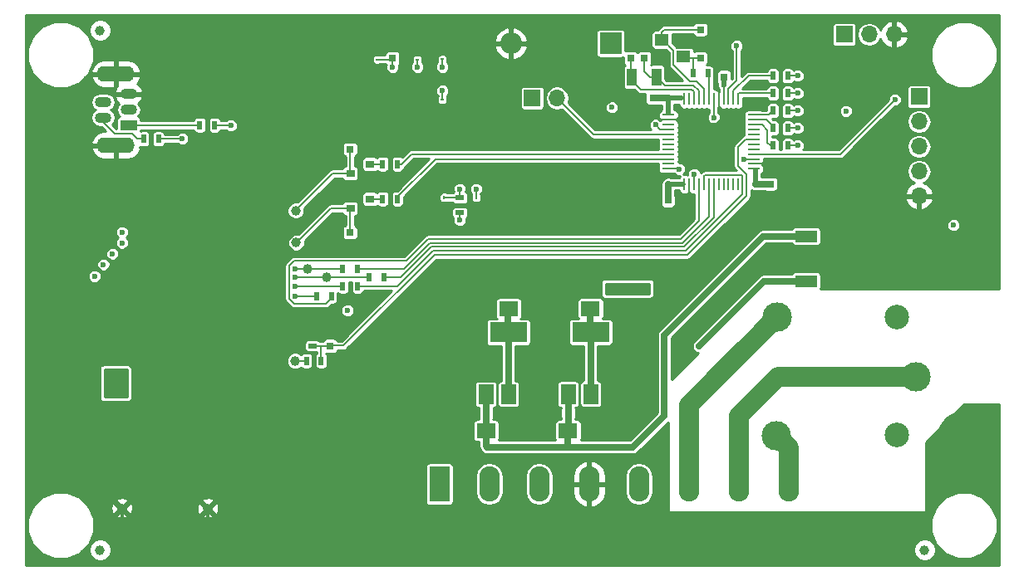
<source format=gbr>
G04 #@! TF.FileFunction,Copper,L4,Bot,Mixed*
%FSLAX46Y46*%
G04 Gerber Fmt 4.6, Leading zero omitted, Abs format (unit mm)*
G04 Created by KiCad (PCBNEW 4.0.7) date Wednesday, May 02, 2018 'PMt' 05:51:31 PM*
%MOMM*%
%LPD*%
G01*
G04 APERTURE LIST*
%ADD10C,0.100000*%
%ADD11C,0.600000*%
%ADD12C,5.400000*%
%ADD13R,1.950000X1.500000*%
%ADD14C,2.500000*%
%ADD15C,3.000000*%
%ADD16R,2.080000X3.600000*%
%ADD17O,2.080000X3.600000*%
%ADD18R,2.420000X5.080000*%
%ADD19C,0.970000*%
%ADD20R,0.460000X0.890000*%
%ADD21R,0.750000X0.800000*%
%ADD22R,0.800000X0.750000*%
%ADD23R,0.900000X0.800000*%
%ADD24R,0.500000X0.900000*%
%ADD25R,0.900000X0.500000*%
%ADD26R,0.250000X1.300000*%
%ADD27R,1.300000X0.250000*%
%ADD28R,2.200000X1.200000*%
%ADD29R,6.400000X5.800000*%
%ADD30R,3.050000X2.750000*%
%ADD31R,1.400000X1.200000*%
%ADD32R,1.000000X1.800000*%
%ADD33R,3.800000X2.000000*%
%ADD34R,1.500000X2.000000*%
%ADD35R,1.700000X1.700000*%
%ADD36O,1.700000X1.700000*%
%ADD37C,1.000000*%
%ADD38R,2.200000X2.200000*%
%ADD39O,2.200000X2.200000*%
%ADD40R,1.700000X1.100000*%
%ADD41O,1.700000X1.100000*%
%ADD42O,3.900000X1.600000*%
%ADD43R,0.300000X0.250000*%
%ADD44R,0.250000X0.300000*%
%ADD45C,0.200000*%
%ADD46C,0.700000*%
%ADD47C,0.500000*%
%ADD48C,2.000000*%
%ADD49C,0.254000*%
G04 APERTURE END LIST*
D10*
D11*
X104950000Y-122650000D03*
D12*
X190790000Y-91850000D03*
D13*
X152759000Y-108712000D03*
X150009000Y-108712000D03*
D11*
X134366000Y-125984000D03*
X135382000Y-123698000D03*
X133350000Y-123698000D03*
X147955000Y-118745000D03*
X149225000Y-114935000D03*
X155575000Y-112395000D03*
X155575000Y-114935000D03*
X155575000Y-121285000D03*
X153035000Y-121285000D03*
X104902000Y-116332000D03*
X170053000Y-111252000D03*
X168529000Y-112776000D03*
X166878000Y-114427000D03*
X165227000Y-116078000D03*
X162814000Y-121920000D03*
X162814000Y-124460000D03*
X169164000Y-118364000D03*
X167894000Y-124460000D03*
X175260000Y-115697000D03*
X177800000Y-115697000D03*
X167894000Y-121920000D03*
X167894000Y-119761000D03*
X170688000Y-116840000D03*
X172720000Y-115697000D03*
X180340000Y-115697000D03*
X182880000Y-115697000D03*
D14*
X183954000Y-109616000D03*
D15*
X171754000Y-109616000D03*
X171704000Y-121666000D03*
D14*
X183954000Y-121616000D03*
D15*
X185904000Y-115666000D03*
D11*
X109790000Y-99350000D03*
X116790000Y-99350000D03*
X113290000Y-99350000D03*
X109790000Y-102850000D03*
X116790000Y-102850000D03*
X116790000Y-113350000D03*
X116790000Y-109850000D03*
X109790000Y-109850000D03*
X109790000Y-113350000D03*
X113290000Y-113350000D03*
X113290000Y-109850000D03*
X113290000Y-102850000D03*
X116790000Y-106350000D03*
X109790000Y-106350000D03*
X113290000Y-106350000D03*
X140335000Y-84455000D03*
X140335000Y-87630000D03*
X107490000Y-80740000D03*
X118920000Y-80740000D03*
X131445000Y-102235000D03*
X134620000Y-99060000D03*
X98600000Y-109950000D03*
X156845000Y-97155000D03*
X153035000Y-97155000D03*
X149860000Y-97155000D03*
X156845000Y-94615000D03*
X153035000Y-94615000D03*
X149860000Y-94615000D03*
X156845000Y-92075000D03*
X153035000Y-92075000D03*
X138430000Y-109220000D03*
X138430000Y-111125000D03*
X138430000Y-113030000D03*
X135255000Y-109220000D03*
X135255000Y-111125000D03*
X135255000Y-113030000D03*
X132080000Y-109220000D03*
X132080000Y-111125000D03*
X132080000Y-113030000D03*
X122730000Y-88360000D03*
X126540000Y-84550000D03*
X122730000Y-84550000D03*
X118920000Y-84550000D03*
X137160000Y-104775000D03*
X140335000Y-104775000D03*
X122555000Y-110490000D03*
X144145000Y-99060000D03*
X126540000Y-88360000D03*
X115110000Y-84550000D03*
X126540000Y-80740000D03*
X122730000Y-80740000D03*
X111300000Y-88360000D03*
X122730000Y-92170000D03*
X115110000Y-88360000D03*
X118920000Y-88360000D03*
X115110000Y-80740000D03*
X98600000Y-113760000D03*
X98600000Y-117570000D03*
X97330000Y-126460000D03*
X140335000Y-90805000D03*
X140335000Y-81280000D03*
X107490000Y-84550000D03*
X111300000Y-84550000D03*
X111300000Y-80740000D03*
X102410000Y-109950000D03*
X98600000Y-106140000D03*
X116290000Y-121850000D03*
X117650000Y-120110000D03*
X112570000Y-120110000D03*
X112570000Y-121380000D03*
X115110000Y-122650000D03*
X115110000Y-125190000D03*
X113665000Y-127635000D03*
X111300000Y-126460000D03*
X101140000Y-126460000D03*
X112570000Y-123920000D03*
X104950000Y-126460000D03*
X117650000Y-121380000D03*
X112570000Y-122650000D03*
X111300000Y-122650000D03*
X111300000Y-120110000D03*
X111300000Y-121380000D03*
X111300000Y-127730000D03*
X108760000Y-127730000D03*
X108760000Y-126460000D03*
X108760000Y-125190000D03*
X108760000Y-123920000D03*
X108760000Y-122650000D03*
X108760000Y-121380000D03*
X108760000Y-120110000D03*
X115110000Y-123920000D03*
X104902000Y-115189000D03*
X103886000Y-115189000D03*
X103886000Y-116332000D03*
X104902000Y-117475000D03*
X103886000Y-117475000D03*
X157226000Y-106680000D03*
X155956000Y-106680000D03*
X102410000Y-95980000D03*
X98600000Y-95980000D03*
X105346500Y-132207000D03*
D16*
X137390000Y-126619000D03*
D17*
X142470000Y-126619000D03*
X147550000Y-126619000D03*
X152630000Y-126619000D03*
X157710000Y-126619000D03*
X162790000Y-126619000D03*
X167870000Y-126619000D03*
X172950000Y-126619000D03*
D18*
X105015000Y-132556000D03*
X113775000Y-132556000D03*
D19*
X105015000Y-129116000D03*
X113775000Y-129116000D03*
D20*
X105015000Y-129566000D03*
X113775000Y-129566000D03*
D21*
X163957000Y-81673000D03*
X163957000Y-83173000D03*
D22*
X165469000Y-80264000D03*
X163969000Y-80264000D03*
D21*
X156845000Y-81685000D03*
X156845000Y-83185000D03*
X158242000Y-81685000D03*
X158242000Y-83185000D03*
D22*
X157619000Y-87249000D03*
X159119000Y-87249000D03*
D21*
X166370000Y-83578000D03*
X166370000Y-85078000D03*
X160655000Y-99175000D03*
X160655000Y-97675000D03*
D22*
X172581000Y-96012000D03*
X171081000Y-96012000D03*
D21*
X126238000Y-111010000D03*
X126238000Y-112510000D03*
X132588000Y-81685000D03*
X132588000Y-83185000D03*
D22*
X129782000Y-100965000D03*
X128282000Y-100965000D03*
X129782000Y-92456000D03*
X128282000Y-92456000D03*
D23*
X130302000Y-97536000D03*
X130302000Y-99436000D03*
X128302000Y-98486000D03*
X130302000Y-93985000D03*
X130302000Y-95885000D03*
X128302000Y-94935000D03*
D24*
X164707000Y-84709000D03*
X163207000Y-84709000D03*
X172847000Y-84963000D03*
X171347000Y-84963000D03*
X172847000Y-86741000D03*
X171347000Y-86741000D03*
X172847000Y-88519000D03*
X171347000Y-88519000D03*
X172847000Y-90297000D03*
X171347000Y-90297000D03*
X172847000Y-92075000D03*
X171347000Y-92075000D03*
X123825000Y-114046000D03*
X125325000Y-114046000D03*
D25*
X124460000Y-112522000D03*
X124460000Y-111022000D03*
D24*
X124865000Y-107442000D03*
X126365000Y-107442000D03*
X127532000Y-106426000D03*
X129032000Y-106426000D03*
X130199000Y-105537000D03*
X131699000Y-105537000D03*
X127532000Y-104648000D03*
X129032000Y-104648000D03*
D25*
X139446000Y-97421000D03*
X139446000Y-98921000D03*
D24*
X133084000Y-97536000D03*
X131584000Y-97536000D03*
X133084000Y-93980000D03*
X131584000Y-93980000D03*
X112963000Y-90011000D03*
X114463000Y-90011000D03*
X107248000Y-91408000D03*
X108748000Y-91408000D03*
D26*
X162318000Y-87356000D03*
X162818000Y-87356000D03*
X163318000Y-87356000D03*
X163818000Y-87356000D03*
X164318000Y-87356000D03*
X164818000Y-87356000D03*
X165318000Y-87356000D03*
X165818000Y-87356000D03*
X166318000Y-87356000D03*
X166818000Y-87356000D03*
X167318000Y-87356000D03*
X167818000Y-87356000D03*
D27*
X169418000Y-88956000D03*
X169418000Y-89456000D03*
X169418000Y-89956000D03*
X169418000Y-90456000D03*
X169418000Y-90956000D03*
X169418000Y-91456000D03*
X169418000Y-91956000D03*
X169418000Y-92456000D03*
X169418000Y-92956000D03*
X169418000Y-93456000D03*
X169418000Y-93956000D03*
X169418000Y-94456000D03*
D26*
X167818000Y-96056000D03*
X167318000Y-96056000D03*
X166818000Y-96056000D03*
X166318000Y-96056000D03*
X165818000Y-96056000D03*
X165318000Y-96056000D03*
X164818000Y-96056000D03*
X164318000Y-96056000D03*
X163818000Y-96056000D03*
X163318000Y-96056000D03*
X162818000Y-96056000D03*
X162318000Y-96056000D03*
D27*
X160718000Y-94456000D03*
X160718000Y-93956000D03*
X160718000Y-93456000D03*
X160718000Y-92956000D03*
X160718000Y-92456000D03*
X160718000Y-91956000D03*
X160718000Y-91456000D03*
X160718000Y-90956000D03*
X160718000Y-90456000D03*
X160718000Y-89956000D03*
X160718000Y-89456000D03*
X160718000Y-88956000D03*
D28*
X174752000Y-105912000D03*
X174752000Y-101352000D03*
D29*
X181052000Y-103632000D03*
D30*
X182727000Y-102107000D03*
X179377000Y-105157000D03*
X182727000Y-105157000D03*
X179377000Y-102107000D03*
D31*
X160020000Y-81319000D03*
X162220000Y-81319000D03*
X162220000Y-83019000D03*
X160020000Y-83019000D03*
D32*
X156992000Y-85090000D03*
X159492000Y-85090000D03*
D33*
X152781000Y-111125000D03*
D34*
X152781000Y-117425000D03*
X150481000Y-117425000D03*
X155081000Y-117425000D03*
D33*
X144399000Y-111150000D03*
D34*
X144399000Y-117450000D03*
X142099000Y-117450000D03*
X146699000Y-117450000D03*
D13*
X142113000Y-121158000D03*
X144863000Y-121158000D03*
D22*
X143625000Y-119380000D03*
X142125000Y-119380000D03*
D13*
X150473000Y-121158000D03*
X147723000Y-121158000D03*
D22*
X148983000Y-119380000D03*
X150483000Y-119380000D03*
D35*
X146812000Y-87249000D03*
D36*
X149352000Y-87249000D03*
D35*
X178610000Y-80740000D03*
D36*
X181150000Y-80740000D03*
X183690000Y-80740000D03*
D35*
X186230000Y-87090000D03*
D36*
X186230000Y-89630000D03*
X186230000Y-92170000D03*
X186230000Y-94710000D03*
X186230000Y-97250000D03*
D37*
X122785598Y-102002193D03*
X122728574Y-98717709D03*
X122682000Y-114046000D03*
X123964000Y-104648000D03*
X125857000Y-105537000D03*
D11*
X149860000Y-92075000D03*
X181102000Y-103632000D03*
X181102000Y-101600000D03*
X181102000Y-105664000D03*
X179324000Y-101600000D03*
X179324000Y-103632000D03*
X179324000Y-105664000D03*
X182880000Y-101600000D03*
X182880000Y-103632000D03*
X182880000Y-105664000D03*
D13*
X144421000Y-108712000D03*
X147171000Y-108712000D03*
D38*
X154813000Y-81661000D03*
D39*
X144653000Y-81661000D03*
D40*
X105712000Y-90036000D03*
D41*
X103112000Y-89236000D03*
X105712000Y-88436000D03*
X103112000Y-87636000D03*
X105712000Y-86836000D03*
D42*
X104412000Y-92086000D03*
X104412000Y-84786000D03*
D12*
X98790000Y-121850000D03*
X190790000Y-121850000D03*
X190790000Y-91850000D03*
X98790000Y-91850000D03*
D11*
X172974000Y-124460000D03*
X172974000Y-123190000D03*
D43*
X131048500Y-83301000D03*
X131048500Y-82751000D03*
X135112500Y-83301000D03*
X135112500Y-82751000D03*
X137652500Y-87386500D03*
X137652500Y-87936500D03*
X137652500Y-83280000D03*
X137652500Y-82730000D03*
D44*
X141124000Y-97377000D03*
X141674000Y-97377000D03*
X137843000Y-97377000D03*
X137293000Y-97377000D03*
D37*
X102790000Y-133350000D03*
X102790000Y-80350000D03*
X186790000Y-133350000D03*
D11*
X165318000Y-89245000D03*
X178773292Y-88565593D03*
X153415361Y-111149103D03*
X144379061Y-108662165D03*
X169545000Y-96012000D03*
X160655000Y-96012000D03*
X160655000Y-87249000D03*
X166370000Y-85852000D03*
X128016000Y-108902500D03*
X158369000Y-106680000D03*
X154686000Y-106680000D03*
X122785598Y-102002193D03*
X122728574Y-98717709D03*
X163830000Y-112522000D03*
X173863000Y-84963000D03*
X173863000Y-86741000D03*
X173863000Y-88519000D03*
X173863000Y-90297000D03*
X173863000Y-92075000D03*
X139446000Y-96520000D03*
X168402000Y-93472000D03*
X163322179Y-94995912D03*
X161800167Y-94488574D03*
X154940000Y-88198000D03*
X139446000Y-99695000D03*
X122682000Y-114046000D03*
X116139462Y-90033893D03*
X111188500Y-91376500D03*
X189738000Y-100203000D03*
X159384145Y-89981173D03*
X183761444Y-87405276D03*
X170340576Y-101351960D03*
X103147177Y-104220949D03*
X132588000Y-84074000D03*
X104065717Y-103119878D03*
X135128000Y-84074000D03*
X105039551Y-102015949D03*
X137668000Y-86487000D03*
X105045494Y-100931574D03*
X137668000Y-84074000D03*
X102235000Y-105410000D03*
X141097000Y-96520000D03*
X122682000Y-107442000D03*
X122682000Y-106426000D03*
X122682000Y-105537000D03*
X122682000Y-104648000D03*
X167640000Y-81915000D03*
D45*
X162818000Y-96056000D02*
X162818000Y-97587000D01*
X162818000Y-97587000D02*
X161230000Y-99175000D01*
X161230000Y-99175000D02*
X160655000Y-99175000D01*
X169418000Y-93956000D02*
X171100000Y-93956000D01*
X171100000Y-93956000D02*
X172581000Y-95437000D01*
X172581000Y-95437000D02*
X172581000Y-96012000D01*
X160718000Y-89456000D02*
X164640998Y-89456000D01*
X164640998Y-89456000D02*
X165029999Y-89845001D01*
X165029999Y-89845001D02*
X165606001Y-89845001D01*
X165606001Y-89845001D02*
X165989000Y-89462002D01*
X165989000Y-89462002D02*
X165989000Y-88377000D01*
X165989000Y-88377000D02*
X165818000Y-88206000D01*
X165818000Y-88206000D02*
X165818000Y-87356000D01*
X157619000Y-87249000D02*
X157661000Y-87249000D01*
X157661000Y-87249000D02*
X159868000Y-89456000D01*
X159868000Y-89456000D02*
X160718000Y-89456000D01*
X165318000Y-87356000D02*
X165318000Y-89245000D01*
X163957000Y-83173000D02*
X163195000Y-83173000D01*
X163195000Y-83173000D02*
X162374000Y-83173000D01*
X163207000Y-83185000D02*
X163195000Y-83173000D01*
X163207000Y-84709000D02*
X163207000Y-83185000D01*
X162374000Y-83173000D02*
X162220000Y-83019000D01*
X163969000Y-80264000D02*
X160275000Y-80264000D01*
X160275000Y-80264000D02*
X160020000Y-80519000D01*
X160020000Y-80519000D02*
X160020000Y-81319000D01*
X160020000Y-81319000D02*
X160160002Y-81319000D01*
X160160002Y-81319000D02*
X161219999Y-82378997D01*
X161219999Y-83859001D02*
X162900944Y-85539946D01*
X161219999Y-82378997D02*
X161219999Y-83859001D01*
X162900944Y-85539946D02*
X163517946Y-85539946D01*
X163517946Y-85539946D02*
X164318000Y-86340000D01*
X164318000Y-86340000D02*
X164318000Y-86506000D01*
X164318000Y-86506000D02*
X164318000Y-87356000D01*
X156845000Y-83185000D02*
X156845000Y-84943000D01*
X156845000Y-84943000D02*
X156992000Y-85090000D01*
X156992000Y-85090000D02*
X156992000Y-85490000D01*
X156992000Y-85490000D02*
X157846353Y-86344353D01*
X157846353Y-86344353D02*
X163090655Y-86344353D01*
X163322000Y-87352000D02*
X163318000Y-87356000D01*
X163090655Y-86344353D02*
X163322000Y-86575698D01*
X163322000Y-86575698D02*
X163322000Y-87352000D01*
X159492000Y-85090000D02*
X160341956Y-85939956D01*
X160341956Y-85939956D02*
X163251956Y-85939956D01*
X163251956Y-85939956D02*
X163818000Y-86506000D01*
X163818000Y-86506000D02*
X163818000Y-87356000D01*
X158242000Y-83185000D02*
X158242000Y-84540000D01*
X158242000Y-84540000D02*
X158792000Y-85090000D01*
X158792000Y-85090000D02*
X159492000Y-85090000D01*
D46*
X152781000Y-111783464D02*
X153115362Y-111449102D01*
X153115362Y-110849104D02*
X153415361Y-111149103D01*
X152759000Y-110492742D02*
X153115362Y-110849104D01*
X152759000Y-108712000D02*
X152759000Y-110492742D01*
X153115362Y-111449102D02*
X153415361Y-111149103D01*
X152781000Y-117425000D02*
X152781000Y-111783464D01*
X144399000Y-111150000D02*
X144399000Y-117450000D01*
X144379061Y-108662165D02*
X144379061Y-111130061D01*
D47*
X144379061Y-111130061D02*
X144399000Y-111150000D01*
D46*
X144379061Y-108670061D02*
X144379061Y-108662165D01*
X144421000Y-108712000D02*
X144379061Y-108670061D01*
X144399000Y-108682104D02*
X144379061Y-108662165D01*
D45*
X166318000Y-87356000D02*
X166318000Y-85904000D01*
X166318000Y-85904000D02*
X166370000Y-85852000D01*
X162318000Y-87356000D02*
X162159000Y-87356000D01*
X162159000Y-87356000D02*
X162052000Y-87249000D01*
X160718000Y-88956000D02*
X160718000Y-88836000D01*
X160718000Y-88836000D02*
X160655000Y-88773000D01*
D47*
X160655000Y-87249000D02*
X162052000Y-87249000D01*
X160655000Y-87249000D02*
X160655000Y-88773000D01*
D45*
X169418000Y-94456000D02*
X169418000Y-94488000D01*
X169418000Y-94488000D02*
X169545000Y-94615000D01*
D47*
X169545000Y-96012000D02*
X169545000Y-94615000D01*
D45*
X162318000Y-96056000D02*
X162223000Y-96056000D01*
X162223000Y-96056000D02*
X162179000Y-96012000D01*
D47*
X160655000Y-96012000D02*
X162179000Y-96012000D01*
D46*
X160655000Y-96012000D02*
X160655000Y-97675000D01*
X169545000Y-96012000D02*
X171081000Y-96012000D01*
X160655000Y-87249000D02*
X159119000Y-87249000D01*
D47*
X166370000Y-85078000D02*
X166370000Y-85852000D01*
D45*
X124460000Y-112522000D02*
X125349000Y-112522000D01*
X125349000Y-112522000D02*
X126226000Y-112522000D01*
X125325000Y-114046000D02*
X125325000Y-112546000D01*
X125325000Y-112546000D02*
X125349000Y-112522000D01*
X126226000Y-112522000D02*
X126238000Y-112510000D01*
X126238000Y-112485000D02*
X126238418Y-112484582D01*
X162643938Y-103224070D02*
X168643011Y-97224997D01*
X126238418Y-112484582D02*
X127615538Y-112484582D01*
X168568000Y-91456000D02*
X169418000Y-91456000D01*
X127615538Y-112484582D02*
X136876050Y-103224070D01*
X136876050Y-103224070D02*
X162643938Y-103224070D01*
X168643011Y-97224997D02*
X168643011Y-94996013D01*
X168643011Y-94996013D02*
X167801999Y-94155001D01*
X167801999Y-94155001D02*
X167801999Y-92222001D01*
X167801999Y-92222001D02*
X168568000Y-91456000D01*
X123085597Y-101702194D02*
X122785598Y-102002193D01*
X126301791Y-98486000D02*
X123085597Y-101702194D01*
X128302000Y-98486000D02*
X126301791Y-98486000D01*
X128282000Y-100965000D02*
X128282000Y-98506000D01*
X128282000Y-98506000D02*
X128302000Y-98486000D01*
X123028573Y-98417710D02*
X122728574Y-98717709D01*
X126511283Y-94935000D02*
X123028573Y-98417710D01*
X128302000Y-94935000D02*
X126511283Y-94935000D01*
X128282000Y-92456000D02*
X128282000Y-94915000D01*
X128282000Y-94915000D02*
X128302000Y-94935000D01*
D46*
X163830000Y-112522000D02*
X170440000Y-105912000D01*
X170440000Y-105912000D02*
X174752000Y-105912000D01*
D45*
X172847000Y-84963000D02*
X173863000Y-84963000D01*
X172847000Y-86741000D02*
X173863000Y-86741000D01*
X172847000Y-88519000D02*
X173863000Y-88519000D01*
X173863000Y-90297000D02*
X172847000Y-90297000D01*
X172847000Y-92075000D02*
X173863000Y-92075000D01*
X137843000Y-97377000D02*
X139402000Y-97377000D01*
X139402000Y-97377000D02*
X139446000Y-97421000D01*
X139446000Y-97421000D02*
X139446000Y-96520000D01*
X168552000Y-93472000D02*
X168402000Y-93472000D01*
X169418000Y-93456000D02*
X168568000Y-93456000D01*
X168568000Y-93456000D02*
X168552000Y-93472000D01*
X163318000Y-95000091D02*
X163322179Y-94995912D01*
X163318000Y-96056000D02*
X163318000Y-95000091D01*
X161767593Y-94456000D02*
X161800167Y-94488574D01*
X160718000Y-94456000D02*
X161767593Y-94456000D01*
X105712000Y-90036000D02*
X112938000Y-90036000D01*
X112938000Y-90036000D02*
X112963000Y-90011000D01*
X106093000Y-90900000D02*
X106601000Y-91408000D01*
X106601000Y-91408000D02*
X107248000Y-91408000D01*
X104315000Y-90900000D02*
X106093000Y-90900000D01*
X103112000Y-89697000D02*
X104315000Y-90900000D01*
X103112000Y-89236000D02*
X103112000Y-89697000D01*
D48*
X162790000Y-126619000D02*
X162790000Y-124484000D01*
D47*
X162790000Y-124484000D02*
X162814000Y-124460000D01*
D48*
X166878000Y-114427000D02*
X165227000Y-116078000D01*
X168529000Y-112776000D02*
X166878000Y-114427000D01*
X170053000Y-111252000D02*
X168529000Y-112776000D01*
X171754000Y-109616000D02*
X171689000Y-109616000D01*
X171689000Y-109616000D02*
X170053000Y-111252000D01*
X165227000Y-116078000D02*
X165292000Y-116078000D01*
X165292000Y-116078000D02*
X171754000Y-109616000D01*
X162790000Y-126619000D02*
X162790000Y-121944000D01*
X162790000Y-121944000D02*
X162814000Y-121920000D01*
X162790000Y-126619000D02*
X162790000Y-118580000D01*
X162790000Y-118580000D02*
X171754000Y-109616000D01*
X172974000Y-123190000D02*
X172974000Y-122936000D01*
X172974000Y-122936000D02*
X171704000Y-121666000D01*
X172974000Y-124460000D02*
X172974000Y-123190000D01*
X172950000Y-126619000D02*
X172950000Y-124484000D01*
X172950000Y-124484000D02*
X172974000Y-124460000D01*
X172950000Y-126619000D02*
X172950000Y-122912000D01*
X172950000Y-122912000D02*
X171704000Y-121666000D01*
X182880000Y-115697000D02*
X185873000Y-115697000D01*
X185873000Y-115697000D02*
X185904000Y-115666000D01*
X180340000Y-115697000D02*
X182880000Y-115697000D01*
X177800000Y-115697000D02*
X180340000Y-115697000D01*
X175260000Y-115697000D02*
X177800000Y-115697000D01*
X172720000Y-115697000D02*
X175260000Y-115697000D01*
X171862000Y-115666000D02*
X171893000Y-115697000D01*
X171893000Y-115697000D02*
X172720000Y-115697000D01*
X170688000Y-116840000D02*
X171862000Y-115666000D01*
X171862000Y-115666000D02*
X171870488Y-115666000D01*
X169164000Y-118364000D02*
X170688000Y-116840000D01*
X167894000Y-119761000D02*
X167894000Y-119634000D01*
X167894000Y-119634000D02*
X169164000Y-118364000D01*
X167894000Y-121920000D02*
X167894000Y-119761000D01*
X167894000Y-124460000D02*
X167894000Y-121920000D01*
X167870000Y-126619000D02*
X167870000Y-124484000D01*
X167870000Y-124484000D02*
X167894000Y-124460000D01*
X167870000Y-126619000D02*
X167870000Y-119666488D01*
X167870000Y-119666488D02*
X171870488Y-115666000D01*
X183782680Y-115666000D02*
X185904000Y-115666000D01*
X171870488Y-115666000D02*
X183782680Y-115666000D01*
D45*
X131584000Y-97536000D02*
X130302000Y-97536000D01*
X131584000Y-93980000D02*
X130307000Y-93980000D01*
X130307000Y-93980000D02*
X130302000Y-93985000D01*
X164818000Y-87356000D02*
X164818000Y-84820000D01*
X164818000Y-84820000D02*
X164707000Y-84709000D01*
X171347000Y-84963000D02*
X168861000Y-84963000D01*
X168861000Y-84963000D02*
X167318000Y-86506000D01*
X167318000Y-86506000D02*
X167318000Y-87356000D01*
X167818000Y-87356000D02*
X167818000Y-86831000D01*
X167818000Y-86831000D02*
X167897613Y-86751387D01*
X167897613Y-86751387D02*
X171361500Y-86751387D01*
X169418000Y-88956000D02*
X170910000Y-88956000D01*
X170910000Y-88956000D02*
X171347000Y-88519000D01*
X169418000Y-89456000D02*
X170706000Y-89456000D01*
X170706000Y-89456000D02*
X171347000Y-90097000D01*
X171347000Y-90097000D02*
X171347000Y-90297000D01*
X169418000Y-89956000D02*
X170233002Y-89956000D01*
X170233002Y-89956000D02*
X170796999Y-90519997D01*
X170796999Y-90519997D02*
X170796999Y-91802999D01*
X170796999Y-91802999D02*
X171069000Y-92075000D01*
X171069000Y-92075000D02*
X171347000Y-92075000D01*
X171347000Y-91875000D02*
X171347000Y-92075000D01*
X139446000Y-98921000D02*
X139446000Y-99695000D01*
X123825000Y-114046000D02*
X122682000Y-114046000D01*
X163818000Y-96906000D02*
X163818000Y-96056000D01*
X163818000Y-99787209D02*
X163818000Y-96906000D01*
X161981182Y-101624027D02*
X163818000Y-99787209D01*
X126365000Y-107442000D02*
X126365000Y-107642000D01*
X122081999Y-104359999D02*
X122593999Y-103847999D01*
X136213295Y-101624027D02*
X161981182Y-101624027D01*
X133989323Y-103847999D02*
X136213295Y-101624027D01*
X122081999Y-107730001D02*
X122081999Y-104359999D01*
X122543999Y-108192001D02*
X122081999Y-107730001D01*
X125814999Y-108192001D02*
X122543999Y-108192001D01*
X126365000Y-107642000D02*
X125814999Y-108192001D01*
X122593999Y-103847999D02*
X133989323Y-103847999D01*
X129032000Y-106426000D02*
X133108422Y-106426000D01*
X133108422Y-106426000D02*
X136710362Y-102824060D01*
X164418001Y-95105999D02*
X164318000Y-95206000D01*
X168243001Y-97059308D02*
X168243001Y-95165999D01*
X162478249Y-102824060D02*
X168243001Y-97059308D01*
X136710362Y-102824060D02*
X162478249Y-102824060D01*
X168243001Y-95165999D02*
X168183001Y-95105999D01*
X168183001Y-95105999D02*
X164418001Y-95105999D01*
X164318000Y-95206000D02*
X164318000Y-96056000D01*
X136544673Y-102424049D02*
X162312560Y-102424049D01*
X162312560Y-102424049D02*
X165318000Y-99418609D01*
X165318000Y-96906000D02*
X165318000Y-96056000D01*
X131699000Y-105537000D02*
X133431722Y-105537000D01*
X165318000Y-99418609D02*
X165318000Y-96906000D01*
X133431722Y-105537000D02*
X136544673Y-102424049D01*
X164818000Y-96906000D02*
X164818000Y-96056000D01*
X164818000Y-99352909D02*
X164818000Y-96906000D01*
X136378984Y-102024038D02*
X162146871Y-102024038D01*
X129032000Y-104648000D02*
X133755022Y-104648000D01*
X162146871Y-102024038D02*
X164818000Y-99352909D01*
X133755022Y-104648000D02*
X136378984Y-102024038D01*
X160718000Y-93456000D02*
X136964000Y-93456000D01*
X136964000Y-93456000D02*
X133084000Y-97336000D01*
X133084000Y-97336000D02*
X133084000Y-97536000D01*
X133084000Y-93980000D02*
X133534000Y-93980000D01*
X133534000Y-93980000D02*
X134558000Y-92956000D01*
X134558000Y-92956000D02*
X159868000Y-92956000D01*
X159868000Y-92956000D02*
X160718000Y-92956000D01*
X114463000Y-90011000D02*
X116116569Y-90011000D01*
X116116569Y-90011000D02*
X116139462Y-90033893D01*
X108748000Y-91408000D02*
X111157000Y-91408000D01*
X111157000Y-91408000D02*
X111188500Y-91376500D01*
X160718000Y-90456000D02*
X159858972Y-90456000D01*
X159858972Y-90456000D02*
X159384145Y-89981173D01*
X183461445Y-87705275D02*
X183761444Y-87405276D01*
X178210720Y-92956000D02*
X183461445Y-87705275D01*
X169418000Y-92956000D02*
X178210720Y-92956000D01*
D46*
X150473000Y-121285000D02*
X150473000Y-122840000D01*
X150473000Y-122840000D02*
X150495000Y-122862000D01*
X150483000Y-119380000D02*
X150483000Y-121275000D01*
X150483000Y-121275000D02*
X150473000Y-121285000D01*
X150481000Y-117425000D02*
X150481000Y-119378000D01*
X150481000Y-119378000D02*
X150483000Y-119380000D01*
X142240000Y-122862000D02*
X150495000Y-122862000D01*
X150495000Y-122862000D02*
X157072002Y-122862000D01*
X142125000Y-119380000D02*
X142125000Y-117476000D01*
X142125000Y-117476000D02*
X142099000Y-117450000D01*
X142113000Y-121285000D02*
X142113000Y-119392000D01*
X142113000Y-119392000D02*
X142125000Y-119380000D01*
X142113000Y-121285000D02*
X142113000Y-122735000D01*
X142113000Y-122735000D02*
X142240000Y-122862000D01*
X160274000Y-111418536D02*
X170340576Y-101351960D01*
X157072002Y-122862000D02*
X160274000Y-119660002D01*
X160274000Y-119660002D02*
X160274000Y-111418536D01*
X174752000Y-101352000D02*
X170340536Y-101352000D01*
D45*
X149352000Y-87249000D02*
X153059000Y-90956000D01*
X153059000Y-90956000D02*
X159995413Y-90956000D01*
X159995413Y-90956000D02*
X160718000Y-90956000D01*
X131048500Y-83301000D02*
X132470223Y-83301000D01*
X132470223Y-83301000D02*
X132589298Y-83181925D01*
X132588000Y-84074000D02*
X132588000Y-83185000D01*
X135128000Y-84074000D02*
X135128000Y-83316500D01*
X135128000Y-83316500D02*
X135112500Y-83301000D01*
X137668000Y-86487000D02*
X137668000Y-87371000D01*
X137668000Y-87371000D02*
X137652500Y-87386500D01*
X137668000Y-84074000D02*
X137668000Y-83295500D01*
X137668000Y-83295500D02*
X137652500Y-83280000D01*
X141097000Y-96520000D02*
X141097000Y-97350000D01*
X141097000Y-97350000D02*
X141124000Y-97377000D01*
X122682000Y-107442000D02*
X124865000Y-107442000D01*
X122682000Y-106426000D02*
X127532000Y-106426000D01*
X125857000Y-105537000D02*
X122682000Y-105537000D01*
X130199000Y-105537000D02*
X125857000Y-105537000D01*
X127532000Y-104648000D02*
X123964000Y-104648000D01*
X123964000Y-104648000D02*
X122682000Y-104648000D01*
X167640000Y-85470002D02*
X167640000Y-81915000D01*
X166818000Y-87356000D02*
X166818000Y-86292002D01*
X166818000Y-86292002D02*
X167640000Y-85470002D01*
D49*
G36*
X105537000Y-117729000D02*
X103251000Y-117729000D01*
X103251000Y-114935000D01*
X105537000Y-114935000D01*
X105537000Y-117729000D01*
X105537000Y-117729000D01*
G37*
X105537000Y-117729000D02*
X103251000Y-117729000D01*
X103251000Y-114935000D01*
X105537000Y-114935000D01*
X105537000Y-117729000D01*
G36*
X158750000Y-107188000D02*
X154305000Y-107188000D01*
X154305000Y-106172000D01*
X158750000Y-106172000D01*
X158750000Y-107188000D01*
X158750000Y-107188000D01*
G37*
X158750000Y-107188000D02*
X154305000Y-107188000D01*
X154305000Y-106172000D01*
X158750000Y-106172000D01*
X158750000Y-107188000D01*
G36*
X194359000Y-106723000D02*
X176168954Y-106723000D01*
X176209859Y-106663134D01*
X176240464Y-106512000D01*
X176240464Y-105312000D01*
X176213897Y-105170810D01*
X176130454Y-105041135D01*
X176003134Y-104954141D01*
X175852000Y-104923536D01*
X173652000Y-104923536D01*
X173510810Y-104950103D01*
X173381135Y-105033546D01*
X173294141Y-105160866D01*
X173290064Y-105181000D01*
X170440000Y-105181000D01*
X170160259Y-105236643D01*
X169923105Y-105395105D01*
X163313105Y-112005105D01*
X163154644Y-112242259D01*
X163099000Y-112522000D01*
X163154644Y-112801741D01*
X163313105Y-113038895D01*
X163550259Y-113197356D01*
X163727736Y-113232658D01*
X161005000Y-115955394D01*
X161005000Y-111721326D01*
X170643326Y-102083000D01*
X173288186Y-102083000D01*
X173290103Y-102093190D01*
X173373546Y-102222865D01*
X173500866Y-102309859D01*
X173652000Y-102340464D01*
X175852000Y-102340464D01*
X175993190Y-102313897D01*
X176122865Y-102230454D01*
X176209859Y-102103134D01*
X176240464Y-101952000D01*
X176240464Y-100752000D01*
X176213897Y-100610810D01*
X176130454Y-100481135D01*
X176003134Y-100394141D01*
X175852000Y-100363536D01*
X173652000Y-100363536D01*
X173510810Y-100390103D01*
X173381135Y-100473546D01*
X173294141Y-100600866D01*
X173290064Y-100621000D01*
X170340777Y-100621000D01*
X170340576Y-100620960D01*
X170060834Y-100676604D01*
X169823681Y-100835065D01*
X159757105Y-110901641D01*
X159598644Y-111138794D01*
X159543000Y-111418536D01*
X159543000Y-119357212D01*
X156769212Y-122131000D01*
X151756755Y-122131000D01*
X151805859Y-122059134D01*
X151836464Y-121908000D01*
X151836464Y-120408000D01*
X151809897Y-120266810D01*
X151726454Y-120137135D01*
X151599134Y-120050141D01*
X151448000Y-120019536D01*
X151214000Y-120019536D01*
X151214000Y-119945443D01*
X151240859Y-119906134D01*
X151271464Y-119755000D01*
X151271464Y-119005000D01*
X151244897Y-118863810D01*
X151212500Y-118813464D01*
X151231000Y-118813464D01*
X151372190Y-118786897D01*
X151501865Y-118703454D01*
X151588859Y-118576134D01*
X151619464Y-118425000D01*
X151619464Y-116425000D01*
X151592897Y-116283810D01*
X151509454Y-116154135D01*
X151382134Y-116067141D01*
X151231000Y-116036536D01*
X149731000Y-116036536D01*
X149589810Y-116063103D01*
X149460135Y-116146546D01*
X149373141Y-116273866D01*
X149342536Y-116425000D01*
X149342536Y-118425000D01*
X149369103Y-118566190D01*
X149452546Y-118695865D01*
X149579866Y-118782859D01*
X149731000Y-118813464D01*
X149750000Y-118813464D01*
X149750000Y-118817484D01*
X149725141Y-118853866D01*
X149694536Y-119005000D01*
X149694536Y-119755000D01*
X149721103Y-119896190D01*
X149752000Y-119944206D01*
X149752000Y-120019536D01*
X149498000Y-120019536D01*
X149356810Y-120046103D01*
X149227135Y-120129546D01*
X149140141Y-120256866D01*
X149109536Y-120408000D01*
X149109536Y-121908000D01*
X149136103Y-122049190D01*
X149188746Y-122131000D01*
X143396755Y-122131000D01*
X143445859Y-122059134D01*
X143476464Y-121908000D01*
X143476464Y-120408000D01*
X143449897Y-120266810D01*
X143366454Y-120137135D01*
X143239134Y-120050141D01*
X143088000Y-120019536D01*
X142844000Y-120019536D01*
X142844000Y-119963006D01*
X142882859Y-119906134D01*
X142913464Y-119755000D01*
X142913464Y-119005000D01*
X142886897Y-118863810D01*
X142868256Y-118834841D01*
X142990190Y-118811897D01*
X143119865Y-118728454D01*
X143206859Y-118601134D01*
X143237464Y-118450000D01*
X143237464Y-116450000D01*
X143210897Y-116308810D01*
X143127454Y-116179135D01*
X143000134Y-116092141D01*
X142849000Y-116061536D01*
X141349000Y-116061536D01*
X141207810Y-116088103D01*
X141078135Y-116171546D01*
X140991141Y-116298866D01*
X140960536Y-116450000D01*
X140960536Y-118450000D01*
X140987103Y-118591190D01*
X141070546Y-118720865D01*
X141197866Y-118807859D01*
X141349000Y-118838464D01*
X141377665Y-118838464D01*
X141367141Y-118853866D01*
X141336536Y-119005000D01*
X141336536Y-119755000D01*
X141363103Y-119896190D01*
X141382000Y-119925557D01*
X141382000Y-120019536D01*
X141138000Y-120019536D01*
X140996810Y-120046103D01*
X140867135Y-120129546D01*
X140780141Y-120256866D01*
X140749536Y-120408000D01*
X140749536Y-121908000D01*
X140776103Y-122049190D01*
X140859546Y-122178865D01*
X140986866Y-122265859D01*
X141138000Y-122296464D01*
X141382000Y-122296464D01*
X141382000Y-122735000D01*
X141437644Y-123014742D01*
X141593023Y-123247282D01*
X141596105Y-123251895D01*
X141723105Y-123378895D01*
X141960258Y-123537356D01*
X142240000Y-123593000D01*
X157072002Y-123593000D01*
X157351744Y-123537356D01*
X157588897Y-123378895D01*
X160663000Y-120304792D01*
X160663000Y-129350000D01*
X160673006Y-129399410D01*
X160701447Y-129441035D01*
X160743841Y-129468315D01*
X160790000Y-129477000D01*
X186790000Y-129477000D01*
X186839410Y-129466994D01*
X186881035Y-129438553D01*
X186908315Y-129396159D01*
X186917000Y-129350000D01*
X186917000Y-122402606D01*
X190842606Y-118477000D01*
X194359000Y-118477000D01*
X194359000Y-134919000D01*
X95221000Y-134919000D01*
X95221000Y-131519572D01*
X95408414Y-131519572D01*
X95922056Y-132762681D01*
X96872317Y-133714601D01*
X98114527Y-134230412D01*
X99459572Y-134231586D01*
X100702681Y-133717944D01*
X100847686Y-133573191D01*
X101662805Y-133573191D01*
X101834019Y-133987560D01*
X102150772Y-134304867D01*
X102564842Y-134476804D01*
X103013191Y-134477195D01*
X103427560Y-134305981D01*
X103744867Y-133989228D01*
X103916804Y-133575158D01*
X103916805Y-133573191D01*
X185662805Y-133573191D01*
X185834019Y-133987560D01*
X186150772Y-134304867D01*
X186564842Y-134476804D01*
X187013191Y-134477195D01*
X187427560Y-134305981D01*
X187744867Y-133989228D01*
X187916804Y-133575158D01*
X187917195Y-133126809D01*
X187745981Y-132712440D01*
X187429228Y-132395133D01*
X187015158Y-132223196D01*
X186566809Y-132222805D01*
X186152440Y-132394019D01*
X185835133Y-132710772D01*
X185663196Y-133124842D01*
X185662805Y-133573191D01*
X103916805Y-133573191D01*
X103917195Y-133126809D01*
X103745981Y-132712440D01*
X103429228Y-132395133D01*
X103015158Y-132223196D01*
X102566809Y-132222805D01*
X102152440Y-132394019D01*
X101835133Y-132710772D01*
X101663196Y-133124842D01*
X101662805Y-133573191D01*
X100847686Y-133573191D01*
X101654601Y-132767683D01*
X102170412Y-131525473D01*
X102170417Y-131519572D01*
X187408414Y-131519572D01*
X187922056Y-132762681D01*
X188872317Y-133714601D01*
X190114527Y-134230412D01*
X191459572Y-134231586D01*
X192702681Y-133717944D01*
X193654601Y-132767683D01*
X194170412Y-131525473D01*
X194171586Y-130180428D01*
X193657944Y-128937319D01*
X192707683Y-127985399D01*
X191465473Y-127469588D01*
X190120428Y-127468414D01*
X188877319Y-127982056D01*
X187925399Y-128932317D01*
X187409588Y-130174527D01*
X187408414Y-131519572D01*
X102170417Y-131519572D01*
X102171586Y-130180428D01*
X102053733Y-129895200D01*
X104415405Y-129895200D01*
X104450692Y-130108768D01*
X104873564Y-130249149D01*
X105317968Y-130217018D01*
X105579308Y-130108768D01*
X105614595Y-129895200D01*
X113175405Y-129895200D01*
X113210692Y-130108768D01*
X113633564Y-130249149D01*
X114077968Y-130217018D01*
X114339308Y-130108768D01*
X114374595Y-129895200D01*
X113775000Y-129295605D01*
X113175405Y-129895200D01*
X105614595Y-129895200D01*
X105015000Y-129295605D01*
X104415405Y-129895200D01*
X102053733Y-129895200D01*
X101673334Y-128974564D01*
X103881851Y-128974564D01*
X103913982Y-129418968D01*
X104022232Y-129680308D01*
X104235800Y-129715595D01*
X104835395Y-129116000D01*
X105194605Y-129116000D01*
X105794200Y-129715595D01*
X106007768Y-129680308D01*
X106148149Y-129257436D01*
X106127697Y-128974564D01*
X112641851Y-128974564D01*
X112673982Y-129418968D01*
X112782232Y-129680308D01*
X112995800Y-129715595D01*
X113595395Y-129116000D01*
X113954605Y-129116000D01*
X114554200Y-129715595D01*
X114767768Y-129680308D01*
X114908149Y-129257436D01*
X114876018Y-128813032D01*
X114767768Y-128551692D01*
X114554200Y-128516405D01*
X113954605Y-129116000D01*
X113595395Y-129116000D01*
X112995800Y-128516405D01*
X112782232Y-128551692D01*
X112641851Y-128974564D01*
X106127697Y-128974564D01*
X106116018Y-128813032D01*
X106007768Y-128551692D01*
X105794200Y-128516405D01*
X105194605Y-129116000D01*
X104835395Y-129116000D01*
X104235800Y-128516405D01*
X104022232Y-128551692D01*
X103881851Y-128974564D01*
X101673334Y-128974564D01*
X101657944Y-128937319D01*
X101058472Y-128336800D01*
X104415405Y-128336800D01*
X105015000Y-128936395D01*
X105614595Y-128336800D01*
X113175405Y-128336800D01*
X113775000Y-128936395D01*
X114374595Y-128336800D01*
X114339308Y-128123232D01*
X113916436Y-127982851D01*
X113472032Y-128014982D01*
X113210692Y-128123232D01*
X113175405Y-128336800D01*
X105614595Y-128336800D01*
X105579308Y-128123232D01*
X105156436Y-127982851D01*
X104712032Y-128014982D01*
X104450692Y-128123232D01*
X104415405Y-128336800D01*
X101058472Y-128336800D01*
X100707683Y-127985399D01*
X99465473Y-127469588D01*
X98120428Y-127468414D01*
X96877319Y-127982056D01*
X95925399Y-128932317D01*
X95409588Y-130174527D01*
X95408414Y-131519572D01*
X95221000Y-131519572D01*
X95221000Y-124819000D01*
X135961536Y-124819000D01*
X135961536Y-128419000D01*
X135988103Y-128560190D01*
X136071546Y-128689865D01*
X136198866Y-128776859D01*
X136350000Y-128807464D01*
X138430000Y-128807464D01*
X138571190Y-128780897D01*
X138700865Y-128697454D01*
X138787859Y-128570134D01*
X138818464Y-128419000D01*
X138818464Y-125816272D01*
X141049000Y-125816272D01*
X141049000Y-127421728D01*
X141157167Y-127965521D01*
X141465201Y-128426527D01*
X141926207Y-128734561D01*
X142470000Y-128842728D01*
X143013793Y-128734561D01*
X143474799Y-128426527D01*
X143782833Y-127965521D01*
X143891000Y-127421728D01*
X143891000Y-125816272D01*
X146129000Y-125816272D01*
X146129000Y-127421728D01*
X146237167Y-127965521D01*
X146545201Y-128426527D01*
X147006207Y-128734561D01*
X147550000Y-128842728D01*
X148093793Y-128734561D01*
X148554799Y-128426527D01*
X148862833Y-127965521D01*
X148971000Y-127421728D01*
X148971000Y-126746000D01*
X150955000Y-126746000D01*
X150955000Y-127506000D01*
X151131103Y-128137327D01*
X151535399Y-128653206D01*
X152106338Y-128975099D01*
X152243290Y-129008748D01*
X152503000Y-128889922D01*
X152503000Y-126746000D01*
X152757000Y-126746000D01*
X152757000Y-128889922D01*
X153016710Y-129008748D01*
X153153662Y-128975099D01*
X153724601Y-128653206D01*
X154128897Y-128137327D01*
X154305000Y-127506000D01*
X154305000Y-126746000D01*
X152757000Y-126746000D01*
X152503000Y-126746000D01*
X150955000Y-126746000D01*
X148971000Y-126746000D01*
X148971000Y-125816272D01*
X148954238Y-125732000D01*
X150955000Y-125732000D01*
X150955000Y-126492000D01*
X152503000Y-126492000D01*
X152503000Y-124348078D01*
X152757000Y-124348078D01*
X152757000Y-126492000D01*
X154305000Y-126492000D01*
X154305000Y-125816272D01*
X156289000Y-125816272D01*
X156289000Y-127421728D01*
X156397167Y-127965521D01*
X156705201Y-128426527D01*
X157166207Y-128734561D01*
X157710000Y-128842728D01*
X158253793Y-128734561D01*
X158714799Y-128426527D01*
X159022833Y-127965521D01*
X159131000Y-127421728D01*
X159131000Y-125816272D01*
X159022833Y-125272479D01*
X158714799Y-124811473D01*
X158253793Y-124503439D01*
X157710000Y-124395272D01*
X157166207Y-124503439D01*
X156705201Y-124811473D01*
X156397167Y-125272479D01*
X156289000Y-125816272D01*
X154305000Y-125816272D01*
X154305000Y-125732000D01*
X154128897Y-125100673D01*
X153724601Y-124584794D01*
X153153662Y-124262901D01*
X153016710Y-124229252D01*
X152757000Y-124348078D01*
X152503000Y-124348078D01*
X152243290Y-124229252D01*
X152106338Y-124262901D01*
X151535399Y-124584794D01*
X151131103Y-125100673D01*
X150955000Y-125732000D01*
X148954238Y-125732000D01*
X148862833Y-125272479D01*
X148554799Y-124811473D01*
X148093793Y-124503439D01*
X147550000Y-124395272D01*
X147006207Y-124503439D01*
X146545201Y-124811473D01*
X146237167Y-125272479D01*
X146129000Y-125816272D01*
X143891000Y-125816272D01*
X143782833Y-125272479D01*
X143474799Y-124811473D01*
X143013793Y-124503439D01*
X142470000Y-124395272D01*
X141926207Y-124503439D01*
X141465201Y-124811473D01*
X141157167Y-125272479D01*
X141049000Y-125816272D01*
X138818464Y-125816272D01*
X138818464Y-124819000D01*
X138791897Y-124677810D01*
X138708454Y-124548135D01*
X138581134Y-124461141D01*
X138430000Y-124430536D01*
X136350000Y-124430536D01*
X136208810Y-124457103D01*
X136079135Y-124540546D01*
X135992141Y-124667866D01*
X135961536Y-124819000D01*
X95221000Y-124819000D01*
X95221000Y-114808000D01*
X102743000Y-114808000D01*
X102743000Y-117856000D01*
X102769056Y-117994477D01*
X102850896Y-118121660D01*
X102975770Y-118206983D01*
X103124000Y-118237000D01*
X105664000Y-118237000D01*
X105802477Y-118210944D01*
X105929660Y-118129104D01*
X106014983Y-118004230D01*
X106045000Y-117856000D01*
X106045000Y-114808000D01*
X106018944Y-114669523D01*
X105937104Y-114542340D01*
X105812230Y-114457017D01*
X105664000Y-114427000D01*
X103124000Y-114427000D01*
X102985523Y-114453056D01*
X102858340Y-114534896D01*
X102773017Y-114659770D01*
X102743000Y-114808000D01*
X95221000Y-114808000D01*
X95221000Y-114220473D01*
X121800847Y-114220473D01*
X121934689Y-114544395D01*
X122182302Y-114792440D01*
X122505989Y-114926847D01*
X122856473Y-114927153D01*
X123180395Y-114793311D01*
X123261479Y-114712369D01*
X123296546Y-114766865D01*
X123423866Y-114853859D01*
X123575000Y-114884464D01*
X124075000Y-114884464D01*
X124216190Y-114857897D01*
X124345865Y-114774454D01*
X124432859Y-114647134D01*
X124463464Y-114496000D01*
X124463464Y-113596000D01*
X124436897Y-113454810D01*
X124353454Y-113325135D01*
X124226134Y-113238141D01*
X124075000Y-113207536D01*
X123575000Y-113207536D01*
X123433810Y-113234103D01*
X123304135Y-113317546D01*
X123261680Y-113379681D01*
X123181698Y-113299560D01*
X122858011Y-113165153D01*
X122507527Y-113164847D01*
X122183605Y-113298689D01*
X121935560Y-113546302D01*
X121801153Y-113869989D01*
X121800847Y-114220473D01*
X95221000Y-114220473D01*
X95221000Y-109037365D01*
X127334882Y-109037365D01*
X127438339Y-109287752D01*
X127629741Y-109479487D01*
X127879946Y-109583382D01*
X128150865Y-109583618D01*
X128401252Y-109480161D01*
X128592987Y-109288759D01*
X128696882Y-109038554D01*
X128697118Y-108767635D01*
X128593661Y-108517248D01*
X128402259Y-108325513D01*
X128152054Y-108221618D01*
X127881135Y-108221382D01*
X127630748Y-108324839D01*
X127439013Y-108516241D01*
X127335118Y-108766446D01*
X127334882Y-109037365D01*
X95221000Y-109037365D01*
X95221000Y-105544865D01*
X101553882Y-105544865D01*
X101657339Y-105795252D01*
X101848741Y-105986987D01*
X102098946Y-106090882D01*
X102369865Y-106091118D01*
X102620252Y-105987661D01*
X102811987Y-105796259D01*
X102915882Y-105546054D01*
X102916118Y-105275135D01*
X102812661Y-105024748D01*
X102621259Y-104833013D01*
X102371054Y-104729118D01*
X102100135Y-104728882D01*
X101849748Y-104832339D01*
X101658013Y-105023741D01*
X101554118Y-105273946D01*
X101553882Y-105544865D01*
X95221000Y-105544865D01*
X95221000Y-104355814D01*
X102466059Y-104355814D01*
X102569516Y-104606201D01*
X102760918Y-104797936D01*
X103011123Y-104901831D01*
X103282042Y-104902067D01*
X103532429Y-104798610D01*
X103724164Y-104607208D01*
X103826814Y-104359999D01*
X121600999Y-104359999D01*
X121600999Y-107730001D01*
X121620544Y-107828259D01*
X121637613Y-107914072D01*
X121741881Y-108070119D01*
X122203881Y-108532120D01*
X122297425Y-108594623D01*
X122359928Y-108636387D01*
X122543999Y-108673001D01*
X125814999Y-108673001D01*
X125999070Y-108636387D01*
X126155117Y-108532119D01*
X126406772Y-108280464D01*
X126615000Y-108280464D01*
X126756190Y-108253897D01*
X126885865Y-108170454D01*
X126972859Y-108043134D01*
X127003464Y-107892000D01*
X127003464Y-107146738D01*
X127003546Y-107146865D01*
X127130866Y-107233859D01*
X127282000Y-107264464D01*
X127782000Y-107264464D01*
X127923190Y-107237897D01*
X128052865Y-107154454D01*
X128139859Y-107027134D01*
X128170464Y-106876000D01*
X128170464Y-106018000D01*
X128393536Y-106018000D01*
X128393536Y-106876000D01*
X128420103Y-107017190D01*
X128503546Y-107146865D01*
X128630866Y-107233859D01*
X128782000Y-107264464D01*
X129282000Y-107264464D01*
X129423190Y-107237897D01*
X129552865Y-107154454D01*
X129639859Y-107027134D01*
X129664186Y-106907000D01*
X132512883Y-106907000D01*
X127416302Y-112003582D01*
X126981440Y-112003582D01*
X126974897Y-111968810D01*
X126891454Y-111839135D01*
X126764134Y-111752141D01*
X126613000Y-111721536D01*
X125863000Y-111721536D01*
X125721810Y-111748103D01*
X125592135Y-111831546D01*
X125505141Y-111958866D01*
X125488509Y-112041000D01*
X125214106Y-112041000D01*
X125188454Y-112001135D01*
X125061134Y-111914141D01*
X124910000Y-111883536D01*
X124010000Y-111883536D01*
X123868810Y-111910103D01*
X123739135Y-111993546D01*
X123652141Y-112120866D01*
X123621536Y-112272000D01*
X123621536Y-112772000D01*
X123648103Y-112913190D01*
X123731546Y-113042865D01*
X123858866Y-113129859D01*
X124010000Y-113160464D01*
X124844000Y-113160464D01*
X124844000Y-113291894D01*
X124804135Y-113317546D01*
X124717141Y-113444866D01*
X124686536Y-113596000D01*
X124686536Y-114496000D01*
X124713103Y-114637190D01*
X124796546Y-114766865D01*
X124923866Y-114853859D01*
X125075000Y-114884464D01*
X125575000Y-114884464D01*
X125716190Y-114857897D01*
X125845865Y-114774454D01*
X125932859Y-114647134D01*
X125963464Y-114496000D01*
X125963464Y-113596000D01*
X125936897Y-113454810D01*
X125853454Y-113325135D01*
X125806000Y-113292711D01*
X125806000Y-113286921D01*
X125863000Y-113298464D01*
X126613000Y-113298464D01*
X126754190Y-113271897D01*
X126883865Y-113188454D01*
X126970859Y-113061134D01*
X126990209Y-112965582D01*
X127615538Y-112965582D01*
X127799609Y-112928968D01*
X127955656Y-112824700D01*
X130630356Y-110150000D01*
X142110536Y-110150000D01*
X142110536Y-112150000D01*
X142137103Y-112291190D01*
X142220546Y-112420865D01*
X142347866Y-112507859D01*
X142499000Y-112538464D01*
X143668000Y-112538464D01*
X143668000Y-116061536D01*
X143649000Y-116061536D01*
X143507810Y-116088103D01*
X143378135Y-116171546D01*
X143291141Y-116298866D01*
X143260536Y-116450000D01*
X143260536Y-118450000D01*
X143287103Y-118591190D01*
X143370546Y-118720865D01*
X143497866Y-118807859D01*
X143649000Y-118838464D01*
X145149000Y-118838464D01*
X145290190Y-118811897D01*
X145419865Y-118728454D01*
X145506859Y-118601134D01*
X145537464Y-118450000D01*
X145537464Y-116450000D01*
X145510897Y-116308810D01*
X145427454Y-116179135D01*
X145300134Y-116092141D01*
X145149000Y-116061536D01*
X145130000Y-116061536D01*
X145130000Y-112538464D01*
X146299000Y-112538464D01*
X146440190Y-112511897D01*
X146569865Y-112428454D01*
X146656859Y-112301134D01*
X146687464Y-112150000D01*
X146687464Y-110150000D01*
X146682760Y-110125000D01*
X150492536Y-110125000D01*
X150492536Y-112125000D01*
X150519103Y-112266190D01*
X150602546Y-112395865D01*
X150729866Y-112482859D01*
X150881000Y-112513464D01*
X152050000Y-112513464D01*
X152050000Y-116036536D01*
X152031000Y-116036536D01*
X151889810Y-116063103D01*
X151760135Y-116146546D01*
X151673141Y-116273866D01*
X151642536Y-116425000D01*
X151642536Y-118425000D01*
X151669103Y-118566190D01*
X151752546Y-118695865D01*
X151879866Y-118782859D01*
X152031000Y-118813464D01*
X153531000Y-118813464D01*
X153672190Y-118786897D01*
X153801865Y-118703454D01*
X153888859Y-118576134D01*
X153919464Y-118425000D01*
X153919464Y-116425000D01*
X153892897Y-116283810D01*
X153809454Y-116154135D01*
X153682134Y-116067141D01*
X153531000Y-116036536D01*
X153512000Y-116036536D01*
X153512000Y-112513464D01*
X154681000Y-112513464D01*
X154822190Y-112486897D01*
X154951865Y-112403454D01*
X155038859Y-112276134D01*
X155069464Y-112125000D01*
X155069464Y-110125000D01*
X155042897Y-109983810D01*
X154959454Y-109854135D01*
X154832134Y-109767141D01*
X154681000Y-109736536D01*
X154007542Y-109736536D01*
X154091859Y-109613134D01*
X154122464Y-109462000D01*
X154122464Y-107962000D01*
X154095897Y-107820810D01*
X154012454Y-107691135D01*
X153885134Y-107604141D01*
X153734000Y-107573536D01*
X151784000Y-107573536D01*
X151642810Y-107600103D01*
X151513135Y-107683546D01*
X151426141Y-107810866D01*
X151395536Y-107962000D01*
X151395536Y-109462000D01*
X151422103Y-109603190D01*
X151505546Y-109732865D01*
X151510919Y-109736536D01*
X150881000Y-109736536D01*
X150739810Y-109763103D01*
X150610135Y-109846546D01*
X150523141Y-109973866D01*
X150492536Y-110125000D01*
X146682760Y-110125000D01*
X146660897Y-110008810D01*
X146577454Y-109879135D01*
X146450134Y-109792141D01*
X146299000Y-109761536D01*
X145634102Y-109761536D01*
X145666865Y-109740454D01*
X145753859Y-109613134D01*
X145784464Y-109462000D01*
X145784464Y-107962000D01*
X145757897Y-107820810D01*
X145674454Y-107691135D01*
X145547134Y-107604141D01*
X145396000Y-107573536D01*
X143446000Y-107573536D01*
X143304810Y-107600103D01*
X143175135Y-107683546D01*
X143088141Y-107810866D01*
X143057536Y-107962000D01*
X143057536Y-109462000D01*
X143084103Y-109603190D01*
X143167546Y-109732865D01*
X143209507Y-109761536D01*
X142499000Y-109761536D01*
X142357810Y-109788103D01*
X142228135Y-109871546D01*
X142141141Y-109998866D01*
X142110536Y-110150000D01*
X130630356Y-110150000D01*
X134735356Y-106045000D01*
X153797000Y-106045000D01*
X153797000Y-107315000D01*
X153823056Y-107453477D01*
X153904896Y-107580660D01*
X154029770Y-107665983D01*
X154178000Y-107696000D01*
X158877000Y-107696000D01*
X159015477Y-107669944D01*
X159142660Y-107588104D01*
X159227983Y-107463230D01*
X159258000Y-107315000D01*
X159258000Y-106045000D01*
X159231944Y-105906523D01*
X159150104Y-105779340D01*
X159025230Y-105694017D01*
X158877000Y-105664000D01*
X154178000Y-105664000D01*
X154039523Y-105690056D01*
X153912340Y-105771896D01*
X153827017Y-105896770D01*
X153797000Y-106045000D01*
X134735356Y-106045000D01*
X137075287Y-103705070D01*
X162643938Y-103705070D01*
X162828009Y-103668456D01*
X162984056Y-103564188D01*
X166210379Y-100337865D01*
X189056882Y-100337865D01*
X189160339Y-100588252D01*
X189351741Y-100779987D01*
X189601946Y-100883882D01*
X189872865Y-100884118D01*
X190123252Y-100780661D01*
X190314987Y-100589259D01*
X190418882Y-100339054D01*
X190419118Y-100068135D01*
X190315661Y-99817748D01*
X190124259Y-99626013D01*
X189874054Y-99522118D01*
X189603135Y-99521882D01*
X189352748Y-99625339D01*
X189161013Y-99816741D01*
X189057118Y-100066946D01*
X189056882Y-100337865D01*
X166210379Y-100337865D01*
X168941354Y-97606890D01*
X184788524Y-97606890D01*
X184958355Y-98016924D01*
X185348642Y-98445183D01*
X185873108Y-98691486D01*
X186103000Y-98570819D01*
X186103000Y-97377000D01*
X186357000Y-97377000D01*
X186357000Y-98570819D01*
X186586892Y-98691486D01*
X187111358Y-98445183D01*
X187501645Y-98016924D01*
X187671476Y-97606890D01*
X187550155Y-97377000D01*
X186357000Y-97377000D01*
X186103000Y-97377000D01*
X184909845Y-97377000D01*
X184788524Y-97606890D01*
X168941354Y-97606890D01*
X168983129Y-97565116D01*
X169087397Y-97409068D01*
X169089315Y-97399426D01*
X169124011Y-97224997D01*
X169124011Y-96893110D01*
X184788524Y-96893110D01*
X184909845Y-97123000D01*
X186103000Y-97123000D01*
X186103000Y-97103000D01*
X186357000Y-97103000D01*
X186357000Y-97123000D01*
X187550155Y-97123000D01*
X187671476Y-96893110D01*
X187501645Y-96483076D01*
X187111358Y-96054817D01*
X186686053Y-95855083D01*
X186725200Y-95847296D01*
X187124565Y-95580448D01*
X187391413Y-95181083D01*
X187485117Y-94710000D01*
X187391413Y-94238917D01*
X187124565Y-93839552D01*
X186725200Y-93572704D01*
X186254117Y-93479000D01*
X186205883Y-93479000D01*
X185734800Y-93572704D01*
X185335435Y-93839552D01*
X185068587Y-94238917D01*
X184974883Y-94710000D01*
X185068587Y-95181083D01*
X185335435Y-95580448D01*
X185734800Y-95847296D01*
X185773947Y-95855083D01*
X185348642Y-96054817D01*
X184958355Y-96483076D01*
X184788524Y-96893110D01*
X169124011Y-96893110D01*
X169124011Y-96592978D01*
X169265258Y-96687356D01*
X169545000Y-96743000D01*
X170527145Y-96743000D01*
X170529866Y-96744859D01*
X170681000Y-96775464D01*
X171481000Y-96775464D01*
X171622190Y-96748897D01*
X171751865Y-96665454D01*
X171838859Y-96538134D01*
X171869464Y-96387000D01*
X171869464Y-95637000D01*
X171842897Y-95495810D01*
X171759454Y-95366135D01*
X171632134Y-95279141D01*
X171481000Y-95248536D01*
X170681000Y-95248536D01*
X170539810Y-95275103D01*
X170530646Y-95281000D01*
X170176000Y-95281000D01*
X170176000Y-94949142D01*
X170209190Y-94942897D01*
X170338865Y-94859454D01*
X170425859Y-94732134D01*
X170456464Y-94581000D01*
X170456464Y-94331000D01*
X170429897Y-94189810D01*
X170346454Y-94060135D01*
X170219134Y-93973141D01*
X170136928Y-93956494D01*
X170209190Y-93942897D01*
X170338865Y-93859454D01*
X170425859Y-93732134D01*
X170456464Y-93581000D01*
X170456464Y-93437000D01*
X178210720Y-93437000D01*
X178394791Y-93400386D01*
X178550838Y-93296118D01*
X179676956Y-92170000D01*
X184974883Y-92170000D01*
X185068587Y-92641083D01*
X185335435Y-93040448D01*
X185734800Y-93307296D01*
X186205883Y-93401000D01*
X186254117Y-93401000D01*
X186725200Y-93307296D01*
X187124565Y-93040448D01*
X187391413Y-92641083D01*
X187485117Y-92170000D01*
X187391413Y-91698917D01*
X187124565Y-91299552D01*
X186725200Y-91032704D01*
X186254117Y-90939000D01*
X186205883Y-90939000D01*
X185734800Y-91032704D01*
X185335435Y-91299552D01*
X185068587Y-91698917D01*
X184974883Y-92170000D01*
X179676956Y-92170000D01*
X182216956Y-89630000D01*
X184974883Y-89630000D01*
X185068587Y-90101083D01*
X185335435Y-90500448D01*
X185734800Y-90767296D01*
X186205883Y-90861000D01*
X186254117Y-90861000D01*
X186725200Y-90767296D01*
X187124565Y-90500448D01*
X187391413Y-90101083D01*
X187485117Y-89630000D01*
X187391413Y-89158917D01*
X187124565Y-88759552D01*
X186725200Y-88492704D01*
X186254117Y-88399000D01*
X186205883Y-88399000D01*
X185734800Y-88492704D01*
X185335435Y-88759552D01*
X185068587Y-89158917D01*
X184974883Y-89630000D01*
X182216956Y-89630000D01*
X183760681Y-88086276D01*
X183896309Y-88086394D01*
X184146696Y-87982937D01*
X184338431Y-87791535D01*
X184442326Y-87541330D01*
X184442562Y-87270411D01*
X184339105Y-87020024D01*
X184147703Y-86828289D01*
X183897498Y-86724394D01*
X183626579Y-86724158D01*
X183376192Y-86827615D01*
X183184457Y-87019017D01*
X183080562Y-87269222D01*
X183080443Y-87406040D01*
X178011484Y-92475000D01*
X174426222Y-92475000D01*
X174439987Y-92461259D01*
X174543882Y-92211054D01*
X174544118Y-91940135D01*
X174440661Y-91689748D01*
X174249259Y-91498013D01*
X173999054Y-91394118D01*
X173728135Y-91393882D01*
X173477748Y-91497339D01*
X173464021Y-91511042D01*
X173458897Y-91483810D01*
X173375454Y-91354135D01*
X173248134Y-91267141D01*
X173097000Y-91236536D01*
X172597000Y-91236536D01*
X172455810Y-91263103D01*
X172326135Y-91346546D01*
X172239141Y-91473866D01*
X172208536Y-91625000D01*
X172208536Y-92475000D01*
X171985464Y-92475000D01*
X171985464Y-91625000D01*
X171958897Y-91483810D01*
X171875454Y-91354135D01*
X171748134Y-91267141D01*
X171597000Y-91236536D01*
X171277999Y-91236536D01*
X171277999Y-91135464D01*
X171597000Y-91135464D01*
X171738190Y-91108897D01*
X171867865Y-91025454D01*
X171954859Y-90898134D01*
X171985464Y-90747000D01*
X171985464Y-89847000D01*
X172208536Y-89847000D01*
X172208536Y-90747000D01*
X172235103Y-90888190D01*
X172318546Y-91017865D01*
X172445866Y-91104859D01*
X172597000Y-91135464D01*
X173097000Y-91135464D01*
X173238190Y-91108897D01*
X173367865Y-91025454D01*
X173454859Y-90898134D01*
X173462614Y-90859836D01*
X173476741Y-90873987D01*
X173726946Y-90977882D01*
X173997865Y-90978118D01*
X174248252Y-90874661D01*
X174439987Y-90683259D01*
X174543882Y-90433054D01*
X174544118Y-90162135D01*
X174440661Y-89911748D01*
X174249259Y-89720013D01*
X173999054Y-89616118D01*
X173728135Y-89615882D01*
X173477748Y-89719339D01*
X173464021Y-89733042D01*
X173458897Y-89705810D01*
X173375454Y-89576135D01*
X173248134Y-89489141D01*
X173097000Y-89458536D01*
X172597000Y-89458536D01*
X172455810Y-89485103D01*
X172326135Y-89568546D01*
X172239141Y-89695866D01*
X172208536Y-89847000D01*
X171985464Y-89847000D01*
X171958897Y-89705810D01*
X171875454Y-89576135D01*
X171748134Y-89489141D01*
X171597000Y-89458536D01*
X171388772Y-89458536D01*
X171287700Y-89357464D01*
X171597000Y-89357464D01*
X171738190Y-89330897D01*
X171867865Y-89247454D01*
X171954859Y-89120134D01*
X171985464Y-88969000D01*
X171985464Y-88069000D01*
X172208536Y-88069000D01*
X172208536Y-88969000D01*
X172235103Y-89110190D01*
X172318546Y-89239865D01*
X172445866Y-89326859D01*
X172597000Y-89357464D01*
X173097000Y-89357464D01*
X173238190Y-89330897D01*
X173367865Y-89247454D01*
X173454859Y-89120134D01*
X173462614Y-89081836D01*
X173476741Y-89095987D01*
X173726946Y-89199882D01*
X173997865Y-89200118D01*
X174248252Y-89096661D01*
X174439987Y-88905259D01*
X174525028Y-88700458D01*
X178092174Y-88700458D01*
X178195631Y-88950845D01*
X178387033Y-89142580D01*
X178637238Y-89246475D01*
X178908157Y-89246711D01*
X179158544Y-89143254D01*
X179350279Y-88951852D01*
X179454174Y-88701647D01*
X179454410Y-88430728D01*
X179350953Y-88180341D01*
X179159551Y-87988606D01*
X178909346Y-87884711D01*
X178638427Y-87884475D01*
X178388040Y-87987932D01*
X178196305Y-88179334D01*
X178092410Y-88429539D01*
X178092174Y-88700458D01*
X174525028Y-88700458D01*
X174543882Y-88655054D01*
X174544118Y-88384135D01*
X174440661Y-88133748D01*
X174249259Y-87942013D01*
X173999054Y-87838118D01*
X173728135Y-87837882D01*
X173477748Y-87941339D01*
X173464021Y-87955042D01*
X173458897Y-87927810D01*
X173375454Y-87798135D01*
X173248134Y-87711141D01*
X173097000Y-87680536D01*
X172597000Y-87680536D01*
X172455810Y-87707103D01*
X172326135Y-87790546D01*
X172239141Y-87917866D01*
X172208536Y-88069000D01*
X171985464Y-88069000D01*
X171958897Y-87927810D01*
X171875454Y-87798135D01*
X171748134Y-87711141D01*
X171597000Y-87680536D01*
X171097000Y-87680536D01*
X170955810Y-87707103D01*
X170826135Y-87790546D01*
X170739141Y-87917866D01*
X170708536Y-88069000D01*
X170708536Y-88475000D01*
X170221855Y-88475000D01*
X170219134Y-88473141D01*
X170068000Y-88442536D01*
X168768000Y-88442536D01*
X168626810Y-88469103D01*
X168497135Y-88552546D01*
X168410141Y-88679866D01*
X168379536Y-88831000D01*
X168379536Y-89081000D01*
X168403920Y-89210588D01*
X168379536Y-89331000D01*
X168379536Y-89581000D01*
X168403920Y-89710588D01*
X168379536Y-89831000D01*
X168379536Y-90081000D01*
X168403920Y-90210588D01*
X168379536Y-90331000D01*
X168379536Y-90581000D01*
X168403920Y-90710588D01*
X168379536Y-90831000D01*
X168379536Y-91014549D01*
X168227882Y-91115882D01*
X167461881Y-91881883D01*
X167357613Y-92037930D01*
X167320999Y-92222001D01*
X167320999Y-94155001D01*
X167344845Y-94274882D01*
X167357613Y-94339072D01*
X167461881Y-94495119D01*
X167591761Y-94624999D01*
X164418001Y-94624999D01*
X164233930Y-94661613D01*
X164218279Y-94672071D01*
X164077883Y-94765880D01*
X163997280Y-94846484D01*
X163899840Y-94610660D01*
X163708438Y-94418925D01*
X163458233Y-94315030D01*
X163187314Y-94314794D01*
X162936927Y-94418251D01*
X162745192Y-94609653D01*
X162641297Y-94859858D01*
X162641105Y-95080235D01*
X162594134Y-95048141D01*
X162443000Y-95017536D01*
X162234203Y-95017536D01*
X162377154Y-94874833D01*
X162481049Y-94624628D01*
X162481285Y-94353709D01*
X162377828Y-94103322D01*
X162186426Y-93911587D01*
X161936221Y-93807692D01*
X161752048Y-93807532D01*
X161732080Y-93701412D01*
X161756464Y-93581000D01*
X161756464Y-93331000D01*
X161732080Y-93201412D01*
X161756464Y-93081000D01*
X161756464Y-92831000D01*
X161732080Y-92701412D01*
X161756464Y-92581000D01*
X161756464Y-92331000D01*
X161732080Y-92201412D01*
X161756464Y-92081000D01*
X161756464Y-91831000D01*
X161732080Y-91701412D01*
X161756464Y-91581000D01*
X161756464Y-91331000D01*
X161732080Y-91201412D01*
X161756464Y-91081000D01*
X161756464Y-90831000D01*
X161732080Y-90701412D01*
X161756464Y-90581000D01*
X161756464Y-90331000D01*
X161732080Y-90201412D01*
X161756464Y-90081000D01*
X161756464Y-89831000D01*
X161729897Y-89689810D01*
X161646454Y-89560135D01*
X161519134Y-89473141D01*
X161436928Y-89456494D01*
X161509190Y-89442897D01*
X161638865Y-89359454D01*
X161725859Y-89232134D01*
X161756464Y-89081000D01*
X161756464Y-88831000D01*
X161729897Y-88689810D01*
X161646454Y-88560135D01*
X161519134Y-88473141D01*
X161368000Y-88442536D01*
X161286000Y-88442536D01*
X161286000Y-87880000D01*
X161804536Y-87880000D01*
X161804536Y-88006000D01*
X161831103Y-88147190D01*
X161914546Y-88276865D01*
X162041866Y-88363859D01*
X162193000Y-88394464D01*
X162443000Y-88394464D01*
X162572588Y-88370080D01*
X162693000Y-88394464D01*
X162943000Y-88394464D01*
X163072588Y-88370080D01*
X163193000Y-88394464D01*
X163443000Y-88394464D01*
X163572588Y-88370080D01*
X163693000Y-88394464D01*
X163943000Y-88394464D01*
X164072588Y-88370080D01*
X164193000Y-88394464D01*
X164443000Y-88394464D01*
X164572588Y-88370080D01*
X164693000Y-88394464D01*
X164837000Y-88394464D01*
X164837000Y-88762921D01*
X164741013Y-88858741D01*
X164637118Y-89108946D01*
X164636882Y-89379865D01*
X164740339Y-89630252D01*
X164931741Y-89821987D01*
X165181946Y-89925882D01*
X165452865Y-89926118D01*
X165703252Y-89822661D01*
X165894987Y-89631259D01*
X165998882Y-89381054D01*
X165999118Y-89110135D01*
X165895661Y-88859748D01*
X165799000Y-88762919D01*
X165799000Y-88159855D01*
X165800859Y-88157134D01*
X165817506Y-88074928D01*
X165831103Y-88147190D01*
X165914546Y-88276865D01*
X166041866Y-88363859D01*
X166193000Y-88394464D01*
X166443000Y-88394464D01*
X166572588Y-88370080D01*
X166693000Y-88394464D01*
X166943000Y-88394464D01*
X167072588Y-88370080D01*
X167193000Y-88394464D01*
X167443000Y-88394464D01*
X167572588Y-88370080D01*
X167693000Y-88394464D01*
X167943000Y-88394464D01*
X168084190Y-88367897D01*
X168213865Y-88284454D01*
X168300859Y-88157134D01*
X168331464Y-88006000D01*
X168331464Y-87232387D01*
X170716324Y-87232387D01*
X170735103Y-87332190D01*
X170818546Y-87461865D01*
X170945866Y-87548859D01*
X171097000Y-87579464D01*
X171597000Y-87579464D01*
X171738190Y-87552897D01*
X171867865Y-87469454D01*
X171954859Y-87342134D01*
X171985464Y-87191000D01*
X171985464Y-86291000D01*
X172208536Y-86291000D01*
X172208536Y-87191000D01*
X172235103Y-87332190D01*
X172318546Y-87461865D01*
X172445866Y-87548859D01*
X172597000Y-87579464D01*
X173097000Y-87579464D01*
X173238190Y-87552897D01*
X173367865Y-87469454D01*
X173454859Y-87342134D01*
X173462614Y-87303836D01*
X173476741Y-87317987D01*
X173726946Y-87421882D01*
X173997865Y-87422118D01*
X174248252Y-87318661D01*
X174439987Y-87127259D01*
X174543882Y-86877054D01*
X174544118Y-86606135D01*
X174440661Y-86355748D01*
X174325115Y-86240000D01*
X184991536Y-86240000D01*
X184991536Y-87940000D01*
X185018103Y-88081190D01*
X185101546Y-88210865D01*
X185228866Y-88297859D01*
X185380000Y-88328464D01*
X187080000Y-88328464D01*
X187221190Y-88301897D01*
X187350865Y-88218454D01*
X187437859Y-88091134D01*
X187468464Y-87940000D01*
X187468464Y-86240000D01*
X187441897Y-86098810D01*
X187358454Y-85969135D01*
X187231134Y-85882141D01*
X187080000Y-85851536D01*
X185380000Y-85851536D01*
X185238810Y-85878103D01*
X185109135Y-85961546D01*
X185022141Y-86088866D01*
X184991536Y-86240000D01*
X174325115Y-86240000D01*
X174249259Y-86164013D01*
X173999054Y-86060118D01*
X173728135Y-86059882D01*
X173477748Y-86163339D01*
X173464021Y-86177042D01*
X173458897Y-86149810D01*
X173375454Y-86020135D01*
X173248134Y-85933141D01*
X173097000Y-85902536D01*
X172597000Y-85902536D01*
X172455810Y-85929103D01*
X172326135Y-86012546D01*
X172239141Y-86139866D01*
X172208536Y-86291000D01*
X171985464Y-86291000D01*
X171958897Y-86149810D01*
X171875454Y-86020135D01*
X171748134Y-85933141D01*
X171597000Y-85902536D01*
X171097000Y-85902536D01*
X170955810Y-85929103D01*
X170826135Y-86012546D01*
X170739141Y-86139866D01*
X170712710Y-86270387D01*
X168233849Y-86270387D01*
X169060237Y-85444000D01*
X170714369Y-85444000D01*
X170735103Y-85554190D01*
X170818546Y-85683865D01*
X170945866Y-85770859D01*
X171097000Y-85801464D01*
X171597000Y-85801464D01*
X171738190Y-85774897D01*
X171867865Y-85691454D01*
X171954859Y-85564134D01*
X171985464Y-85413000D01*
X171985464Y-84513000D01*
X172208536Y-84513000D01*
X172208536Y-85413000D01*
X172235103Y-85554190D01*
X172318546Y-85683865D01*
X172445866Y-85770859D01*
X172597000Y-85801464D01*
X173097000Y-85801464D01*
X173238190Y-85774897D01*
X173367865Y-85691454D01*
X173454859Y-85564134D01*
X173462614Y-85525836D01*
X173476741Y-85539987D01*
X173726946Y-85643882D01*
X173997865Y-85644118D01*
X174248252Y-85540661D01*
X174439987Y-85349259D01*
X174543882Y-85099054D01*
X174544118Y-84828135D01*
X174440661Y-84577748D01*
X174249259Y-84386013D01*
X173999054Y-84282118D01*
X173728135Y-84281882D01*
X173477748Y-84385339D01*
X173464021Y-84399042D01*
X173458897Y-84371810D01*
X173375454Y-84242135D01*
X173248134Y-84155141D01*
X173097000Y-84124536D01*
X172597000Y-84124536D01*
X172455810Y-84151103D01*
X172326135Y-84234546D01*
X172239141Y-84361866D01*
X172208536Y-84513000D01*
X171985464Y-84513000D01*
X171958897Y-84371810D01*
X171875454Y-84242135D01*
X171748134Y-84155141D01*
X171597000Y-84124536D01*
X171097000Y-84124536D01*
X170955810Y-84151103D01*
X170826135Y-84234546D01*
X170739141Y-84361866D01*
X170714814Y-84482000D01*
X168861000Y-84482000D01*
X168676930Y-84518613D01*
X168520882Y-84622881D01*
X168121000Y-85022763D01*
X168121000Y-83519572D01*
X187408414Y-83519572D01*
X187922056Y-84762681D01*
X188872317Y-85714601D01*
X190114527Y-86230412D01*
X191459572Y-86231586D01*
X192702681Y-85717944D01*
X193654601Y-84767683D01*
X194170412Y-83525473D01*
X194171586Y-82180428D01*
X193657944Y-80937319D01*
X192707683Y-79985399D01*
X191465473Y-79469588D01*
X190120428Y-79468414D01*
X188877319Y-79982056D01*
X187925399Y-80932317D01*
X187409588Y-82174527D01*
X187408414Y-83519572D01*
X168121000Y-83519572D01*
X168121000Y-82397079D01*
X168216987Y-82301259D01*
X168320882Y-82051054D01*
X168321118Y-81780135D01*
X168217661Y-81529748D01*
X168026259Y-81338013D01*
X167776054Y-81234118D01*
X167505135Y-81233882D01*
X167254748Y-81337339D01*
X167063013Y-81528741D01*
X166959118Y-81778946D01*
X166958882Y-82049865D01*
X167062339Y-82300252D01*
X167159000Y-82397081D01*
X167159000Y-85270765D01*
X167133464Y-85296301D01*
X167133464Y-84678000D01*
X167106897Y-84536810D01*
X167023454Y-84407135D01*
X166896134Y-84320141D01*
X166745000Y-84289536D01*
X165995000Y-84289536D01*
X165853810Y-84316103D01*
X165724135Y-84399546D01*
X165637141Y-84526866D01*
X165606536Y-84678000D01*
X165606536Y-85478000D01*
X165633103Y-85619190D01*
X165691567Y-85710047D01*
X165689118Y-85715946D01*
X165688882Y-85986865D01*
X165792339Y-86237252D01*
X165837000Y-86281991D01*
X165837000Y-86552145D01*
X165835141Y-86554866D01*
X165818494Y-86637072D01*
X165804897Y-86564810D01*
X165721454Y-86435135D01*
X165594134Y-86348141D01*
X165443000Y-86317536D01*
X165299000Y-86317536D01*
X165299000Y-85333344D01*
X165314859Y-85310134D01*
X165345464Y-85159000D01*
X165345464Y-84259000D01*
X165318897Y-84117810D01*
X165235454Y-83988135D01*
X165108134Y-83901141D01*
X164957000Y-83870536D01*
X164573211Y-83870536D01*
X164602865Y-83851454D01*
X164689859Y-83724134D01*
X164720464Y-83573000D01*
X164720464Y-82773000D01*
X164693897Y-82631810D01*
X164610454Y-82502135D01*
X164483134Y-82415141D01*
X164332000Y-82384536D01*
X163582000Y-82384536D01*
X163440810Y-82411103D01*
X163311135Y-82494546D01*
X163308464Y-82498455D01*
X163308464Y-82419000D01*
X163281897Y-82277810D01*
X163198454Y-82148135D01*
X163071134Y-82061141D01*
X162920000Y-82030536D01*
X161551774Y-82030536D01*
X161108464Y-81587226D01*
X161108464Y-80745000D01*
X163200481Y-80745000D01*
X163207103Y-80780190D01*
X163290546Y-80909865D01*
X163417866Y-80996859D01*
X163569000Y-81027464D01*
X164369000Y-81027464D01*
X164510190Y-81000897D01*
X164639865Y-80917454D01*
X164726859Y-80790134D01*
X164757464Y-80639000D01*
X164757464Y-79890000D01*
X177371536Y-79890000D01*
X177371536Y-81590000D01*
X177398103Y-81731190D01*
X177481546Y-81860865D01*
X177608866Y-81947859D01*
X177760000Y-81978464D01*
X179460000Y-81978464D01*
X179601190Y-81951897D01*
X179730865Y-81868454D01*
X179817859Y-81741134D01*
X179848464Y-81590000D01*
X179848464Y-80715883D01*
X179919000Y-80715883D01*
X179919000Y-80764117D01*
X180012704Y-81235200D01*
X180279552Y-81634565D01*
X180678917Y-81901413D01*
X181150000Y-81995117D01*
X181621083Y-81901413D01*
X182020448Y-81634565D01*
X182287296Y-81235200D01*
X182295083Y-81196053D01*
X182494817Y-81621358D01*
X182923076Y-82011645D01*
X183333110Y-82181476D01*
X183563000Y-82060155D01*
X183563000Y-80867000D01*
X183817000Y-80867000D01*
X183817000Y-82060155D01*
X184046890Y-82181476D01*
X184456924Y-82011645D01*
X184885183Y-81621358D01*
X185131486Y-81096892D01*
X185010819Y-80867000D01*
X183817000Y-80867000D01*
X183563000Y-80867000D01*
X183543000Y-80867000D01*
X183543000Y-80613000D01*
X183563000Y-80613000D01*
X183563000Y-79419845D01*
X183817000Y-79419845D01*
X183817000Y-80613000D01*
X185010819Y-80613000D01*
X185131486Y-80383108D01*
X184885183Y-79858642D01*
X184456924Y-79468355D01*
X184046890Y-79298524D01*
X183817000Y-79419845D01*
X183563000Y-79419845D01*
X183333110Y-79298524D01*
X182923076Y-79468355D01*
X182494817Y-79858642D01*
X182295083Y-80283947D01*
X182287296Y-80244800D01*
X182020448Y-79845435D01*
X181621083Y-79578587D01*
X181150000Y-79484883D01*
X180678917Y-79578587D01*
X180279552Y-79845435D01*
X180012704Y-80244800D01*
X179919000Y-80715883D01*
X179848464Y-80715883D01*
X179848464Y-79890000D01*
X179821897Y-79748810D01*
X179738454Y-79619135D01*
X179611134Y-79532141D01*
X179460000Y-79501536D01*
X177760000Y-79501536D01*
X177618810Y-79528103D01*
X177489135Y-79611546D01*
X177402141Y-79738866D01*
X177371536Y-79890000D01*
X164757464Y-79890000D01*
X164757464Y-79889000D01*
X164730897Y-79747810D01*
X164647454Y-79618135D01*
X164520134Y-79531141D01*
X164369000Y-79500536D01*
X163569000Y-79500536D01*
X163427810Y-79527103D01*
X163298135Y-79610546D01*
X163211141Y-79737866D01*
X163202001Y-79783000D01*
X160275000Y-79783000D01*
X160090929Y-79819614D01*
X159934881Y-79923882D01*
X159679882Y-80178882D01*
X159578549Y-80330536D01*
X159320000Y-80330536D01*
X159178810Y-80357103D01*
X159049135Y-80440546D01*
X158962141Y-80567866D01*
X158931536Y-80719000D01*
X158931536Y-81919000D01*
X158958103Y-82060190D01*
X159041546Y-82189865D01*
X159168866Y-82276859D01*
X159320000Y-82307464D01*
X160468230Y-82307464D01*
X160738999Y-82578233D01*
X160738999Y-83859001D01*
X160768530Y-84007464D01*
X160775613Y-84043072D01*
X160879881Y-84199119D01*
X162139717Y-85458956D01*
X160541193Y-85458956D01*
X160380464Y-85298227D01*
X160380464Y-84190000D01*
X160353897Y-84048810D01*
X160270454Y-83919135D01*
X160143134Y-83832141D01*
X159992000Y-83801536D01*
X158992000Y-83801536D01*
X158921050Y-83814886D01*
X158974859Y-83736134D01*
X159005464Y-83585000D01*
X159005464Y-82785000D01*
X158978897Y-82643810D01*
X158895454Y-82514135D01*
X158768134Y-82427141D01*
X158617000Y-82396536D01*
X157867000Y-82396536D01*
X157725810Y-82423103D01*
X157596135Y-82506546D01*
X157543315Y-82583851D01*
X157498454Y-82514135D01*
X157371134Y-82427141D01*
X157220000Y-82396536D01*
X156470000Y-82396536D01*
X156328810Y-82423103D01*
X156301464Y-82440700D01*
X156301464Y-80561000D01*
X156274897Y-80419810D01*
X156191454Y-80290135D01*
X156064134Y-80203141D01*
X155913000Y-80172536D01*
X153713000Y-80172536D01*
X153571810Y-80199103D01*
X153442135Y-80282546D01*
X153355141Y-80409866D01*
X153324536Y-80561000D01*
X153324536Y-82761000D01*
X153351103Y-82902190D01*
X153434546Y-83031865D01*
X153561866Y-83118859D01*
X153713000Y-83149464D01*
X155913000Y-83149464D01*
X156054190Y-83122897D01*
X156081536Y-83105300D01*
X156081536Y-83585000D01*
X156108103Y-83726190D01*
X156191546Y-83855865D01*
X156247865Y-83894346D01*
X156221135Y-83911546D01*
X156134141Y-84038866D01*
X156103536Y-84190000D01*
X156103536Y-85990000D01*
X156130103Y-86131190D01*
X156213546Y-86260865D01*
X156340866Y-86347859D01*
X156492000Y-86378464D01*
X157200227Y-86378464D01*
X157506235Y-86684472D01*
X157590836Y-86741000D01*
X157662282Y-86788739D01*
X157846353Y-86825353D01*
X158340387Y-86825353D01*
X158330536Y-86874000D01*
X158330536Y-87624000D01*
X158357103Y-87765190D01*
X158440546Y-87894865D01*
X158567866Y-87981859D01*
X158719000Y-88012464D01*
X159519000Y-88012464D01*
X159660190Y-87985897D01*
X159669354Y-87980000D01*
X160024000Y-87980000D01*
X160024000Y-88450815D01*
X159926810Y-88469103D01*
X159797135Y-88552546D01*
X159710141Y-88679866D01*
X159679536Y-88831000D01*
X159679536Y-89081000D01*
X159706103Y-89222190D01*
X159789546Y-89351865D01*
X159916866Y-89438859D01*
X159999072Y-89455506D01*
X159926810Y-89469103D01*
X159871036Y-89504993D01*
X159770404Y-89404186D01*
X159520199Y-89300291D01*
X159249280Y-89300055D01*
X158998893Y-89403512D01*
X158807158Y-89594914D01*
X158703263Y-89845119D01*
X158703027Y-90116038D01*
X158806484Y-90366425D01*
X158914870Y-90475000D01*
X153258237Y-90475000D01*
X151116102Y-88332865D01*
X154258882Y-88332865D01*
X154362339Y-88583252D01*
X154553741Y-88774987D01*
X154803946Y-88878882D01*
X155074865Y-88879118D01*
X155325252Y-88775661D01*
X155516987Y-88584259D01*
X155620882Y-88334054D01*
X155621118Y-88063135D01*
X155517661Y-87812748D01*
X155326259Y-87621013D01*
X155076054Y-87517118D01*
X154805135Y-87516882D01*
X154554748Y-87620339D01*
X154363013Y-87811741D01*
X154259118Y-88061946D01*
X154258882Y-88332865D01*
X151116102Y-88332865D01*
X150495624Y-87712388D01*
X150583000Y-87273117D01*
X150583000Y-87224883D01*
X150489296Y-86753800D01*
X150222448Y-86354435D01*
X149823083Y-86087587D01*
X149352000Y-85993883D01*
X148880917Y-86087587D01*
X148481552Y-86354435D01*
X148214704Y-86753800D01*
X148121000Y-87224883D01*
X148121000Y-87273117D01*
X148214704Y-87744200D01*
X148481552Y-88143565D01*
X148880917Y-88410413D01*
X149352000Y-88504117D01*
X149823083Y-88410413D01*
X149829134Y-88406370D01*
X152718882Y-91296119D01*
X152794352Y-91346546D01*
X152874929Y-91400386D01*
X153059000Y-91437000D01*
X159679536Y-91437000D01*
X159679536Y-91581000D01*
X159703920Y-91710588D01*
X159679536Y-91831000D01*
X159679536Y-92081000D01*
X159703920Y-92210588D01*
X159679536Y-92331000D01*
X159679536Y-92475000D01*
X134558000Y-92475000D01*
X134373929Y-92511614D01*
X134353896Y-92525000D01*
X134217882Y-92615881D01*
X133589983Y-93243781D01*
X133485134Y-93172141D01*
X133334000Y-93141536D01*
X132834000Y-93141536D01*
X132692810Y-93168103D01*
X132563135Y-93251546D01*
X132476141Y-93378866D01*
X132445536Y-93530000D01*
X132445536Y-94430000D01*
X132472103Y-94571190D01*
X132555546Y-94700865D01*
X132682866Y-94787859D01*
X132834000Y-94818464D01*
X133334000Y-94818464D01*
X133475190Y-94791897D01*
X133604865Y-94708454D01*
X133691859Y-94581134D01*
X133722464Y-94430000D01*
X133722464Y-94421451D01*
X133874118Y-94320118D01*
X134757237Y-93437000D01*
X136302763Y-93437000D01*
X133042228Y-96697536D01*
X132834000Y-96697536D01*
X132692810Y-96724103D01*
X132563135Y-96807546D01*
X132476141Y-96934866D01*
X132445536Y-97086000D01*
X132445536Y-97986000D01*
X132472103Y-98127190D01*
X132555546Y-98256865D01*
X132682866Y-98343859D01*
X132834000Y-98374464D01*
X133334000Y-98374464D01*
X133475190Y-98347897D01*
X133604865Y-98264454D01*
X133691859Y-98137134D01*
X133722464Y-97986000D01*
X133722464Y-97377772D01*
X133873236Y-97227000D01*
X137329536Y-97227000D01*
X137329536Y-97527000D01*
X137356103Y-97668190D01*
X137439546Y-97797865D01*
X137566866Y-97884859D01*
X137718000Y-97915464D01*
X137968000Y-97915464D01*
X138109190Y-97888897D01*
X138157206Y-97858000D01*
X138663581Y-97858000D01*
X138717546Y-97941865D01*
X138844866Y-98028859D01*
X138996000Y-98059464D01*
X139896000Y-98059464D01*
X140037190Y-98032897D01*
X140166865Y-97949454D01*
X140253859Y-97822134D01*
X140284464Y-97671000D01*
X140284464Y-97171000D01*
X140257897Y-97029810D01*
X140174454Y-96900135D01*
X140058444Y-96820869D01*
X140126882Y-96656054D01*
X140126883Y-96654865D01*
X140415882Y-96654865D01*
X140519339Y-96905252D01*
X140616000Y-97002081D01*
X140616000Y-97200018D01*
X140610536Y-97227000D01*
X140610536Y-97527000D01*
X140637103Y-97668190D01*
X140720546Y-97797865D01*
X140847866Y-97884859D01*
X140999000Y-97915464D01*
X141249000Y-97915464D01*
X141390190Y-97888897D01*
X141519865Y-97805454D01*
X141606859Y-97678134D01*
X141637464Y-97527000D01*
X141637464Y-97227000D01*
X141610897Y-97085810D01*
X141578000Y-97034686D01*
X141578000Y-97002079D01*
X141673987Y-96906259D01*
X141777882Y-96656054D01*
X141778118Y-96385135D01*
X141674661Y-96134748D01*
X141483259Y-95943013D01*
X141233054Y-95839118D01*
X140962135Y-95838882D01*
X140711748Y-95942339D01*
X140520013Y-96133741D01*
X140416118Y-96383946D01*
X140415882Y-96654865D01*
X140126883Y-96654865D01*
X140127118Y-96385135D01*
X140023661Y-96134748D01*
X139832259Y-95943013D01*
X139582054Y-95839118D01*
X139311135Y-95838882D01*
X139060748Y-95942339D01*
X138869013Y-96133741D01*
X138765118Y-96383946D01*
X138764882Y-96654865D01*
X138834114Y-96822420D01*
X138725135Y-96892546D01*
X138722775Y-96896000D01*
X138158443Y-96896000D01*
X138119134Y-96869141D01*
X137968000Y-96838536D01*
X137718000Y-96838536D01*
X137576810Y-96865103D01*
X137447135Y-96948546D01*
X137360141Y-97075866D01*
X137329536Y-97227000D01*
X133873236Y-97227000D01*
X137163237Y-93937000D01*
X159679536Y-93937000D01*
X159679536Y-94081000D01*
X159703920Y-94210588D01*
X159679536Y-94331000D01*
X159679536Y-94581000D01*
X159706103Y-94722190D01*
X159789546Y-94851865D01*
X159916866Y-94938859D01*
X160068000Y-94969464D01*
X161317978Y-94969464D01*
X161413908Y-95065561D01*
X161664113Y-95169456D01*
X161893363Y-95169656D01*
X161835141Y-95254866D01*
X161809599Y-95381000D01*
X161001125Y-95381000D01*
X160934742Y-95336644D01*
X160655000Y-95281000D01*
X160375258Y-95336644D01*
X160138105Y-95495105D01*
X159979644Y-95732258D01*
X159924000Y-96012000D01*
X159924000Y-97121145D01*
X159922141Y-97123866D01*
X159891536Y-97275000D01*
X159891536Y-98075000D01*
X159918103Y-98216190D01*
X160001546Y-98345865D01*
X160128866Y-98432859D01*
X160280000Y-98463464D01*
X161030000Y-98463464D01*
X161171190Y-98436897D01*
X161300865Y-98353454D01*
X161387859Y-98226134D01*
X161418464Y-98075000D01*
X161418464Y-97275000D01*
X161391897Y-97133810D01*
X161386000Y-97124646D01*
X161386000Y-96643000D01*
X161804536Y-96643000D01*
X161804536Y-96706000D01*
X161831103Y-96847190D01*
X161914546Y-96976865D01*
X162041866Y-97063859D01*
X162193000Y-97094464D01*
X162443000Y-97094464D01*
X162584190Y-97067897D01*
X162713865Y-96984454D01*
X162800859Y-96857134D01*
X162817506Y-96774928D01*
X162831103Y-96847190D01*
X162914546Y-96976865D01*
X163041866Y-97063859D01*
X163193000Y-97094464D01*
X163337000Y-97094464D01*
X163337000Y-99587973D01*
X161781946Y-101143027D01*
X136213295Y-101143027D01*
X136029224Y-101179641D01*
X135873176Y-101283909D01*
X133790087Y-103366999D01*
X122593999Y-103366999D01*
X122409928Y-103403613D01*
X122253880Y-103507881D01*
X121741881Y-104019881D01*
X121637613Y-104175928D01*
X121600999Y-104359999D01*
X103826814Y-104359999D01*
X103828059Y-104357003D01*
X103828295Y-104086084D01*
X103724838Y-103835697D01*
X103533436Y-103643962D01*
X103283231Y-103540067D01*
X103012312Y-103539831D01*
X102761925Y-103643288D01*
X102570190Y-103834690D01*
X102466295Y-104084895D01*
X102466059Y-104355814D01*
X95221000Y-104355814D01*
X95221000Y-103254743D01*
X103384599Y-103254743D01*
X103488056Y-103505130D01*
X103679458Y-103696865D01*
X103929663Y-103800760D01*
X104200582Y-103800996D01*
X104450969Y-103697539D01*
X104642704Y-103506137D01*
X104746599Y-103255932D01*
X104746835Y-102985013D01*
X104643378Y-102734626D01*
X104451976Y-102542891D01*
X104201771Y-102438996D01*
X103930852Y-102438760D01*
X103680465Y-102542217D01*
X103488730Y-102733619D01*
X103384835Y-102983824D01*
X103384599Y-103254743D01*
X95221000Y-103254743D01*
X95221000Y-102150814D01*
X104358433Y-102150814D01*
X104461890Y-102401201D01*
X104653292Y-102592936D01*
X104903497Y-102696831D01*
X105174416Y-102697067D01*
X105424803Y-102593610D01*
X105616538Y-102402208D01*
X105710191Y-102176666D01*
X121904445Y-102176666D01*
X122038287Y-102500588D01*
X122285900Y-102748633D01*
X122609587Y-102883040D01*
X122960071Y-102883346D01*
X123283993Y-102749504D01*
X123532038Y-102501891D01*
X123666445Y-102178204D01*
X123666751Y-101827720D01*
X123659019Y-101809008D01*
X126501027Y-98967000D01*
X127478777Y-98967000D01*
X127490103Y-99027190D01*
X127573546Y-99156865D01*
X127700866Y-99243859D01*
X127801000Y-99264136D01*
X127801000Y-100216777D01*
X127740810Y-100228103D01*
X127611135Y-100311546D01*
X127524141Y-100438866D01*
X127493536Y-100590000D01*
X127493536Y-101340000D01*
X127520103Y-101481190D01*
X127603546Y-101610865D01*
X127730866Y-101697859D01*
X127882000Y-101728464D01*
X128682000Y-101728464D01*
X128823190Y-101701897D01*
X128952865Y-101618454D01*
X129039859Y-101491134D01*
X129070464Y-101340000D01*
X129070464Y-100590000D01*
X129043897Y-100448810D01*
X128960454Y-100319135D01*
X128833134Y-100232141D01*
X128763000Y-100217939D01*
X128763000Y-99272394D01*
X128893190Y-99247897D01*
X129022865Y-99164454D01*
X129109859Y-99037134D01*
X129140464Y-98886000D01*
X129140464Y-98671000D01*
X138607536Y-98671000D01*
X138607536Y-99171000D01*
X138634103Y-99312190D01*
X138717546Y-99441865D01*
X138792476Y-99493062D01*
X138765118Y-99558946D01*
X138764882Y-99829865D01*
X138868339Y-100080252D01*
X139059741Y-100271987D01*
X139309946Y-100375882D01*
X139580865Y-100376118D01*
X139831252Y-100272661D01*
X140022987Y-100081259D01*
X140126882Y-99831054D01*
X140127118Y-99560135D01*
X140099339Y-99492905D01*
X140166865Y-99449454D01*
X140253859Y-99322134D01*
X140284464Y-99171000D01*
X140284464Y-98671000D01*
X140257897Y-98529810D01*
X140174454Y-98400135D01*
X140047134Y-98313141D01*
X139896000Y-98282536D01*
X138996000Y-98282536D01*
X138854810Y-98309103D01*
X138725135Y-98392546D01*
X138638141Y-98519866D01*
X138607536Y-98671000D01*
X129140464Y-98671000D01*
X129140464Y-98086000D01*
X129113897Y-97944810D01*
X129030454Y-97815135D01*
X128903134Y-97728141D01*
X128752000Y-97697536D01*
X127852000Y-97697536D01*
X127710810Y-97724103D01*
X127581135Y-97807546D01*
X127494141Y-97934866D01*
X127479939Y-98005000D01*
X126301791Y-98005000D01*
X126117720Y-98041614D01*
X125961673Y-98145882D01*
X122978991Y-101128564D01*
X122961609Y-101121346D01*
X122611125Y-101121040D01*
X122287203Y-101254882D01*
X122039158Y-101502495D01*
X121904751Y-101826182D01*
X121904445Y-102176666D01*
X105710191Y-102176666D01*
X105720433Y-102152003D01*
X105720669Y-101881084D01*
X105617212Y-101630697D01*
X105463410Y-101476628D01*
X105622481Y-101317833D01*
X105726376Y-101067628D01*
X105726612Y-100796709D01*
X105623155Y-100546322D01*
X105431753Y-100354587D01*
X105181548Y-100250692D01*
X104910629Y-100250456D01*
X104660242Y-100353913D01*
X104468507Y-100545315D01*
X104364612Y-100795520D01*
X104364376Y-101066439D01*
X104467833Y-101316826D01*
X104621635Y-101470895D01*
X104462564Y-101629690D01*
X104358669Y-101879895D01*
X104358433Y-102150814D01*
X95221000Y-102150814D01*
X95221000Y-98892182D01*
X121847421Y-98892182D01*
X121981263Y-99216104D01*
X122228876Y-99464149D01*
X122552563Y-99598556D01*
X122903047Y-99598862D01*
X123226969Y-99465020D01*
X123475014Y-99217407D01*
X123609421Y-98893720D01*
X123609727Y-98543236D01*
X123601995Y-98524524D01*
X124990519Y-97136000D01*
X129463536Y-97136000D01*
X129463536Y-97936000D01*
X129490103Y-98077190D01*
X129573546Y-98206865D01*
X129700866Y-98293859D01*
X129852000Y-98324464D01*
X130752000Y-98324464D01*
X130893190Y-98297897D01*
X131022865Y-98214454D01*
X131025641Y-98210391D01*
X131055546Y-98256865D01*
X131182866Y-98343859D01*
X131334000Y-98374464D01*
X131834000Y-98374464D01*
X131975190Y-98347897D01*
X132104865Y-98264454D01*
X132191859Y-98137134D01*
X132222464Y-97986000D01*
X132222464Y-97086000D01*
X132195897Y-96944810D01*
X132112454Y-96815135D01*
X131985134Y-96728141D01*
X131834000Y-96697536D01*
X131334000Y-96697536D01*
X131192810Y-96724103D01*
X131063135Y-96807546D01*
X131025908Y-96862029D01*
X130903134Y-96778141D01*
X130752000Y-96747536D01*
X129852000Y-96747536D01*
X129710810Y-96774103D01*
X129581135Y-96857546D01*
X129494141Y-96984866D01*
X129463536Y-97136000D01*
X124990519Y-97136000D01*
X126710520Y-95416000D01*
X127478777Y-95416000D01*
X127490103Y-95476190D01*
X127573546Y-95605865D01*
X127700866Y-95692859D01*
X127852000Y-95723464D01*
X128752000Y-95723464D01*
X128893190Y-95696897D01*
X129022865Y-95613454D01*
X129109859Y-95486134D01*
X129140464Y-95335000D01*
X129140464Y-94535000D01*
X129113897Y-94393810D01*
X129030454Y-94264135D01*
X128903134Y-94177141D01*
X128763000Y-94148764D01*
X128763000Y-93585000D01*
X129463536Y-93585000D01*
X129463536Y-94385000D01*
X129490103Y-94526190D01*
X129573546Y-94655865D01*
X129700866Y-94742859D01*
X129852000Y-94773464D01*
X130752000Y-94773464D01*
X130893190Y-94746897D01*
X131022865Y-94663454D01*
X131027298Y-94656966D01*
X131055546Y-94700865D01*
X131182866Y-94787859D01*
X131334000Y-94818464D01*
X131834000Y-94818464D01*
X131975190Y-94791897D01*
X132104865Y-94708454D01*
X132191859Y-94581134D01*
X132222464Y-94430000D01*
X132222464Y-93530000D01*
X132195897Y-93388810D01*
X132112454Y-93259135D01*
X131985134Y-93172141D01*
X131834000Y-93141536D01*
X131334000Y-93141536D01*
X131192810Y-93168103D01*
X131063135Y-93251546D01*
X131023579Y-93309438D01*
X130903134Y-93227141D01*
X130752000Y-93196536D01*
X129852000Y-93196536D01*
X129710810Y-93223103D01*
X129581135Y-93306546D01*
X129494141Y-93433866D01*
X129463536Y-93585000D01*
X128763000Y-93585000D01*
X128763000Y-93204223D01*
X128823190Y-93192897D01*
X128952865Y-93109454D01*
X129039859Y-92982134D01*
X129070464Y-92831000D01*
X129070464Y-92081000D01*
X129043897Y-91939810D01*
X128960454Y-91810135D01*
X128833134Y-91723141D01*
X128682000Y-91692536D01*
X127882000Y-91692536D01*
X127740810Y-91719103D01*
X127611135Y-91802546D01*
X127524141Y-91929866D01*
X127493536Y-92081000D01*
X127493536Y-92831000D01*
X127520103Y-92972190D01*
X127603546Y-93101865D01*
X127730866Y-93188859D01*
X127801000Y-93203061D01*
X127801000Y-94156132D01*
X127710810Y-94173103D01*
X127581135Y-94256546D01*
X127494141Y-94383866D01*
X127479939Y-94454000D01*
X126511283Y-94454000D01*
X126327212Y-94490614D01*
X126273969Y-94526190D01*
X126171165Y-94594881D01*
X122921967Y-97844080D01*
X122904585Y-97836862D01*
X122554101Y-97836556D01*
X122230179Y-97970398D01*
X121982134Y-98218011D01*
X121847727Y-98541698D01*
X121847421Y-98892182D01*
X95221000Y-98892182D01*
X95221000Y-92435039D01*
X101870096Y-92435039D01*
X101887633Y-92517819D01*
X102157500Y-93010896D01*
X102595517Y-93363166D01*
X103135000Y-93521000D01*
X104285000Y-93521000D01*
X104285000Y-92213000D01*
X101992085Y-92213000D01*
X101870096Y-92435039D01*
X95221000Y-92435039D01*
X95221000Y-87636000D01*
X101856883Y-87636000D01*
X101927751Y-87992278D01*
X102129567Y-88294316D01*
X102341611Y-88436000D01*
X102129567Y-88577684D01*
X101927751Y-88879722D01*
X101856883Y-89236000D01*
X101927751Y-89592278D01*
X102129567Y-89894316D01*
X102431605Y-90096132D01*
X102787883Y-90167000D01*
X102901764Y-90167000D01*
X103385764Y-90651000D01*
X103135000Y-90651000D01*
X102595517Y-90808834D01*
X102157500Y-91161104D01*
X101887633Y-91654181D01*
X101870096Y-91736961D01*
X101992085Y-91959000D01*
X104285000Y-91959000D01*
X104285000Y-91939000D01*
X104539000Y-91939000D01*
X104539000Y-91959000D01*
X104559000Y-91959000D01*
X104559000Y-92213000D01*
X104539000Y-92213000D01*
X104539000Y-93521000D01*
X105689000Y-93521000D01*
X106228483Y-93363166D01*
X106666500Y-93010896D01*
X106936367Y-92517819D01*
X106953904Y-92435039D01*
X106831916Y-92213002D01*
X106842685Y-92213002D01*
X106846866Y-92215859D01*
X106998000Y-92246464D01*
X107498000Y-92246464D01*
X107639190Y-92219897D01*
X107768865Y-92136454D01*
X107855859Y-92009134D01*
X107886464Y-91858000D01*
X107886464Y-90958000D01*
X108109536Y-90958000D01*
X108109536Y-91858000D01*
X108136103Y-91999190D01*
X108219546Y-92128865D01*
X108346866Y-92215859D01*
X108498000Y-92246464D01*
X108998000Y-92246464D01*
X109139190Y-92219897D01*
X109268865Y-92136454D01*
X109355859Y-92009134D01*
X109380186Y-91889000D01*
X110737866Y-91889000D01*
X110802241Y-91953487D01*
X111052446Y-92057382D01*
X111323365Y-92057618D01*
X111573752Y-91954161D01*
X111765487Y-91762759D01*
X111869382Y-91512554D01*
X111869618Y-91241635D01*
X111766161Y-90991248D01*
X111574759Y-90799513D01*
X111324554Y-90695618D01*
X111053635Y-90695382D01*
X110803248Y-90798839D01*
X110674864Y-90927000D01*
X109380631Y-90927000D01*
X109359897Y-90816810D01*
X109276454Y-90687135D01*
X109149134Y-90600141D01*
X108998000Y-90569536D01*
X108498000Y-90569536D01*
X108356810Y-90596103D01*
X108227135Y-90679546D01*
X108140141Y-90806866D01*
X108109536Y-90958000D01*
X107886464Y-90958000D01*
X107859897Y-90816810D01*
X107776454Y-90687135D01*
X107649134Y-90600141D01*
X107498000Y-90569536D01*
X106998000Y-90569536D01*
X106950464Y-90578481D01*
X106950464Y-90517000D01*
X112335073Y-90517000D01*
X112351103Y-90602190D01*
X112434546Y-90731865D01*
X112561866Y-90818859D01*
X112713000Y-90849464D01*
X113213000Y-90849464D01*
X113354190Y-90822897D01*
X113483865Y-90739454D01*
X113570859Y-90612134D01*
X113601464Y-90461000D01*
X113601464Y-89561000D01*
X113824536Y-89561000D01*
X113824536Y-90461000D01*
X113851103Y-90602190D01*
X113934546Y-90731865D01*
X114061866Y-90818859D01*
X114213000Y-90849464D01*
X114713000Y-90849464D01*
X114854190Y-90822897D01*
X114983865Y-90739454D01*
X115070859Y-90612134D01*
X115095186Y-90492000D01*
X115634529Y-90492000D01*
X115753203Y-90610880D01*
X116003408Y-90714775D01*
X116274327Y-90715011D01*
X116524714Y-90611554D01*
X116716449Y-90420152D01*
X116820344Y-90169947D01*
X116820580Y-89899028D01*
X116717123Y-89648641D01*
X116525721Y-89456906D01*
X116275516Y-89353011D01*
X116004597Y-89352775D01*
X115754210Y-89456232D01*
X115680314Y-89530000D01*
X115095631Y-89530000D01*
X115074897Y-89419810D01*
X114991454Y-89290135D01*
X114864134Y-89203141D01*
X114713000Y-89172536D01*
X114213000Y-89172536D01*
X114071810Y-89199103D01*
X113942135Y-89282546D01*
X113855141Y-89409866D01*
X113824536Y-89561000D01*
X113601464Y-89561000D01*
X113574897Y-89419810D01*
X113491454Y-89290135D01*
X113364134Y-89203141D01*
X113213000Y-89172536D01*
X112713000Y-89172536D01*
X112571810Y-89199103D01*
X112442135Y-89282546D01*
X112355141Y-89409866D01*
X112325751Y-89555000D01*
X106950464Y-89555000D01*
X106950464Y-89486000D01*
X106923897Y-89344810D01*
X106840454Y-89215135D01*
X106713134Y-89128141D01*
X106659934Y-89117368D01*
X106694433Y-89094316D01*
X106896249Y-88792278D01*
X106967117Y-88436000D01*
X106896249Y-88079722D01*
X106699275Y-87784931D01*
X106939724Y-87584118D01*
X107155398Y-87172146D01*
X107155803Y-87145744D01*
X107030361Y-86963000D01*
X105839000Y-86963000D01*
X105839000Y-86983000D01*
X105585000Y-86983000D01*
X105585000Y-86963000D01*
X104393639Y-86963000D01*
X104268197Y-87145744D01*
X104268602Y-87172146D01*
X104484276Y-87584118D01*
X104724725Y-87784931D01*
X104527751Y-88079722D01*
X104456883Y-88436000D01*
X104527751Y-88792278D01*
X104729567Y-89094316D01*
X104762427Y-89116272D01*
X104720810Y-89124103D01*
X104591135Y-89207546D01*
X104504141Y-89334866D01*
X104473536Y-89486000D01*
X104473536Y-90378300D01*
X104031562Y-89936326D01*
X104094433Y-89894316D01*
X104296249Y-89592278D01*
X104367117Y-89236000D01*
X104296249Y-88879722D01*
X104094433Y-88577684D01*
X103882389Y-88436000D01*
X104094433Y-88294316D01*
X104296249Y-87992278D01*
X104367117Y-87636000D01*
X104296249Y-87279722D01*
X104094433Y-86977684D01*
X103792395Y-86775868D01*
X103436117Y-86705000D01*
X102787883Y-86705000D01*
X102431605Y-86775868D01*
X102129567Y-86977684D01*
X101927751Y-87279722D01*
X101856883Y-87636000D01*
X95221000Y-87636000D01*
X95221000Y-86526256D01*
X104268197Y-86526256D01*
X104393639Y-86709000D01*
X105585000Y-86709000D01*
X105585000Y-86689000D01*
X105839000Y-86689000D01*
X105839000Y-86709000D01*
X107030361Y-86709000D01*
X107090173Y-86621865D01*
X136986882Y-86621865D01*
X137090339Y-86872252D01*
X137187000Y-86969081D01*
X137187000Y-87048372D01*
X137144641Y-87110366D01*
X137114036Y-87261500D01*
X137114036Y-87511500D01*
X137140603Y-87652690D01*
X137224046Y-87782365D01*
X137351366Y-87869359D01*
X137502500Y-87899964D01*
X137802500Y-87899964D01*
X137943690Y-87873397D01*
X138073365Y-87789954D01*
X138160359Y-87662634D01*
X138190964Y-87511500D01*
X138190964Y-87261500D01*
X138164397Y-87120310D01*
X138149000Y-87096382D01*
X138149000Y-86969079D01*
X138244987Y-86873259D01*
X138348882Y-86623054D01*
X138349077Y-86399000D01*
X145573536Y-86399000D01*
X145573536Y-88099000D01*
X145600103Y-88240190D01*
X145683546Y-88369865D01*
X145810866Y-88456859D01*
X145962000Y-88487464D01*
X147662000Y-88487464D01*
X147803190Y-88460897D01*
X147932865Y-88377454D01*
X148019859Y-88250134D01*
X148050464Y-88099000D01*
X148050464Y-86399000D01*
X148023897Y-86257810D01*
X147940454Y-86128135D01*
X147813134Y-86041141D01*
X147662000Y-86010536D01*
X145962000Y-86010536D01*
X145820810Y-86037103D01*
X145691135Y-86120546D01*
X145604141Y-86247866D01*
X145573536Y-86399000D01*
X138349077Y-86399000D01*
X138349118Y-86352135D01*
X138245661Y-86101748D01*
X138054259Y-85910013D01*
X137804054Y-85806118D01*
X137533135Y-85805882D01*
X137282748Y-85909339D01*
X137091013Y-86100741D01*
X136987118Y-86350946D01*
X136986882Y-86621865D01*
X107090173Y-86621865D01*
X107155803Y-86526256D01*
X107155398Y-86499854D01*
X106939724Y-86087882D01*
X106582813Y-85789804D01*
X106572425Y-85786555D01*
X106666500Y-85710896D01*
X106936367Y-85217819D01*
X106953904Y-85135039D01*
X106831915Y-84913000D01*
X104539000Y-84913000D01*
X104539000Y-86042179D01*
X104484276Y-86087882D01*
X104268602Y-86499854D01*
X104268197Y-86526256D01*
X95221000Y-86526256D01*
X95221000Y-83519572D01*
X95408414Y-83519572D01*
X95922056Y-84762681D01*
X96872317Y-85714601D01*
X98114527Y-86230412D01*
X99459572Y-86231586D01*
X100702681Y-85717944D01*
X101286603Y-85135039D01*
X101870096Y-85135039D01*
X101887633Y-85217819D01*
X102157500Y-85710896D01*
X102595517Y-86063166D01*
X103135000Y-86221000D01*
X104285000Y-86221000D01*
X104285000Y-84913000D01*
X101992085Y-84913000D01*
X101870096Y-85135039D01*
X101286603Y-85135039D01*
X101654601Y-84767683D01*
X101791928Y-84436961D01*
X101870096Y-84436961D01*
X101992085Y-84659000D01*
X104285000Y-84659000D01*
X104285000Y-83351000D01*
X104539000Y-83351000D01*
X104539000Y-84659000D01*
X106831915Y-84659000D01*
X106953904Y-84436961D01*
X106936367Y-84354181D01*
X106666500Y-83861104D01*
X106228483Y-83508834D01*
X105689000Y-83351000D01*
X104539000Y-83351000D01*
X104285000Y-83351000D01*
X103135000Y-83351000D01*
X102595517Y-83508834D01*
X102157500Y-83861104D01*
X101887633Y-84354181D01*
X101870096Y-84436961D01*
X101791928Y-84436961D01*
X102170412Y-83525473D01*
X102170717Y-83176000D01*
X130510036Y-83176000D01*
X130510036Y-83426000D01*
X130536603Y-83567190D01*
X130620046Y-83696865D01*
X130747366Y-83783859D01*
X130898500Y-83814464D01*
X131198500Y-83814464D01*
X131339690Y-83787897D01*
X131348854Y-83782000D01*
X131887016Y-83782000D01*
X131934546Y-83855865D01*
X131939730Y-83859407D01*
X131907118Y-83937946D01*
X131906882Y-84208865D01*
X132010339Y-84459252D01*
X132201741Y-84650987D01*
X132451946Y-84754882D01*
X132722865Y-84755118D01*
X132973252Y-84651661D01*
X133164987Y-84460259D01*
X133268882Y-84210054D01*
X133268883Y-84208865D01*
X134446882Y-84208865D01*
X134550339Y-84459252D01*
X134741741Y-84650987D01*
X134991946Y-84754882D01*
X135262865Y-84755118D01*
X135513252Y-84651661D01*
X135704987Y-84460259D01*
X135808882Y-84210054D01*
X135808883Y-84208865D01*
X136986882Y-84208865D01*
X137090339Y-84459252D01*
X137281741Y-84650987D01*
X137531946Y-84754882D01*
X137802865Y-84755118D01*
X138053252Y-84651661D01*
X138244987Y-84460259D01*
X138348882Y-84210054D01*
X138349118Y-83939135D01*
X138245661Y-83688748D01*
X138149000Y-83591919D01*
X138149000Y-83572758D01*
X138160359Y-83556134D01*
X138190964Y-83405000D01*
X138190964Y-83155000D01*
X138164397Y-83013810D01*
X138080954Y-82884135D01*
X137953634Y-82797141D01*
X137802500Y-82766536D01*
X137502500Y-82766536D01*
X137361310Y-82793103D01*
X137231635Y-82876546D01*
X137144641Y-83003866D01*
X137114036Y-83155000D01*
X137114036Y-83405000D01*
X137140603Y-83546190D01*
X137176667Y-83602236D01*
X137091013Y-83687741D01*
X136987118Y-83937946D01*
X136986882Y-84208865D01*
X135808883Y-84208865D01*
X135809118Y-83939135D01*
X135705661Y-83688748D01*
X135609746Y-83592666D01*
X135620359Y-83577134D01*
X135650964Y-83426000D01*
X135650964Y-83176000D01*
X135624397Y-83034810D01*
X135540954Y-82905135D01*
X135413634Y-82818141D01*
X135262500Y-82787536D01*
X134962500Y-82787536D01*
X134821310Y-82814103D01*
X134691635Y-82897546D01*
X134604641Y-83024866D01*
X134574036Y-83176000D01*
X134574036Y-83426000D01*
X134600603Y-83567190D01*
X134628439Y-83610449D01*
X134551013Y-83687741D01*
X134447118Y-83937946D01*
X134446882Y-84208865D01*
X133268883Y-84208865D01*
X133269118Y-83939135D01*
X133236347Y-83859822D01*
X133320859Y-83736134D01*
X133351464Y-83585000D01*
X133351464Y-82785000D01*
X133324897Y-82643810D01*
X133241454Y-82514135D01*
X133114134Y-82427141D01*
X132963000Y-82396536D01*
X132213000Y-82396536D01*
X132071810Y-82423103D01*
X131942135Y-82506546D01*
X131855141Y-82633866D01*
X131824536Y-82785000D01*
X131824536Y-82820000D01*
X131352355Y-82820000D01*
X131349634Y-82818141D01*
X131198500Y-82787536D01*
X130898500Y-82787536D01*
X130757310Y-82814103D01*
X130627635Y-82897546D01*
X130540641Y-83024866D01*
X130510036Y-83176000D01*
X102170717Y-83176000D01*
X102171586Y-82180428D01*
X102120638Y-82057122D01*
X142963825Y-82057122D01*
X143178466Y-82575332D01*
X143640608Y-83070012D01*
X144256877Y-83350183D01*
X144526000Y-83232604D01*
X144526000Y-81788000D01*
X144780000Y-81788000D01*
X144780000Y-83232604D01*
X145049123Y-83350183D01*
X145665392Y-83070012D01*
X146127534Y-82575332D01*
X146342175Y-82057122D01*
X146224125Y-81788000D01*
X144780000Y-81788000D01*
X144526000Y-81788000D01*
X143081875Y-81788000D01*
X142963825Y-82057122D01*
X102120638Y-82057122D01*
X101657944Y-80937319D01*
X101294451Y-80573191D01*
X101662805Y-80573191D01*
X101834019Y-80987560D01*
X102150772Y-81304867D01*
X102564842Y-81476804D01*
X103013191Y-81477195D01*
X103427560Y-81305981D01*
X103468734Y-81264878D01*
X142963825Y-81264878D01*
X143081875Y-81534000D01*
X144526000Y-81534000D01*
X144526000Y-80089396D01*
X144780000Y-80089396D01*
X144780000Y-81534000D01*
X146224125Y-81534000D01*
X146342175Y-81264878D01*
X146127534Y-80746668D01*
X145665392Y-80251988D01*
X145049123Y-79971817D01*
X144780000Y-80089396D01*
X144526000Y-80089396D01*
X144256877Y-79971817D01*
X143640608Y-80251988D01*
X143178466Y-80746668D01*
X142963825Y-81264878D01*
X103468734Y-81264878D01*
X103744867Y-80989228D01*
X103916804Y-80575158D01*
X103917195Y-80126809D01*
X103745981Y-79712440D01*
X103429228Y-79395133D01*
X103015158Y-79223196D01*
X102566809Y-79222805D01*
X102152440Y-79394019D01*
X101835133Y-79710772D01*
X101663196Y-80124842D01*
X101662805Y-80573191D01*
X101294451Y-80573191D01*
X100707683Y-79985399D01*
X99465473Y-79469588D01*
X98120428Y-79468414D01*
X96877319Y-79982056D01*
X95925399Y-80932317D01*
X95409588Y-82174527D01*
X95408414Y-83519572D01*
X95221000Y-83519572D01*
X95221000Y-78781000D01*
X194359000Y-78781000D01*
X194359000Y-106723000D01*
X194359000Y-106723000D01*
G37*
X194359000Y-106723000D02*
X176168954Y-106723000D01*
X176209859Y-106663134D01*
X176240464Y-106512000D01*
X176240464Y-105312000D01*
X176213897Y-105170810D01*
X176130454Y-105041135D01*
X176003134Y-104954141D01*
X175852000Y-104923536D01*
X173652000Y-104923536D01*
X173510810Y-104950103D01*
X173381135Y-105033546D01*
X173294141Y-105160866D01*
X173290064Y-105181000D01*
X170440000Y-105181000D01*
X170160259Y-105236643D01*
X169923105Y-105395105D01*
X163313105Y-112005105D01*
X163154644Y-112242259D01*
X163099000Y-112522000D01*
X163154644Y-112801741D01*
X163313105Y-113038895D01*
X163550259Y-113197356D01*
X163727736Y-113232658D01*
X161005000Y-115955394D01*
X161005000Y-111721326D01*
X170643326Y-102083000D01*
X173288186Y-102083000D01*
X173290103Y-102093190D01*
X173373546Y-102222865D01*
X173500866Y-102309859D01*
X173652000Y-102340464D01*
X175852000Y-102340464D01*
X175993190Y-102313897D01*
X176122865Y-102230454D01*
X176209859Y-102103134D01*
X176240464Y-101952000D01*
X176240464Y-100752000D01*
X176213897Y-100610810D01*
X176130454Y-100481135D01*
X176003134Y-100394141D01*
X175852000Y-100363536D01*
X173652000Y-100363536D01*
X173510810Y-100390103D01*
X173381135Y-100473546D01*
X173294141Y-100600866D01*
X173290064Y-100621000D01*
X170340777Y-100621000D01*
X170340576Y-100620960D01*
X170060834Y-100676604D01*
X169823681Y-100835065D01*
X159757105Y-110901641D01*
X159598644Y-111138794D01*
X159543000Y-111418536D01*
X159543000Y-119357212D01*
X156769212Y-122131000D01*
X151756755Y-122131000D01*
X151805859Y-122059134D01*
X151836464Y-121908000D01*
X151836464Y-120408000D01*
X151809897Y-120266810D01*
X151726454Y-120137135D01*
X151599134Y-120050141D01*
X151448000Y-120019536D01*
X151214000Y-120019536D01*
X151214000Y-119945443D01*
X151240859Y-119906134D01*
X151271464Y-119755000D01*
X151271464Y-119005000D01*
X151244897Y-118863810D01*
X151212500Y-118813464D01*
X151231000Y-118813464D01*
X151372190Y-118786897D01*
X151501865Y-118703454D01*
X151588859Y-118576134D01*
X151619464Y-118425000D01*
X151619464Y-116425000D01*
X151592897Y-116283810D01*
X151509454Y-116154135D01*
X151382134Y-116067141D01*
X151231000Y-116036536D01*
X149731000Y-116036536D01*
X149589810Y-116063103D01*
X149460135Y-116146546D01*
X149373141Y-116273866D01*
X149342536Y-116425000D01*
X149342536Y-118425000D01*
X149369103Y-118566190D01*
X149452546Y-118695865D01*
X149579866Y-118782859D01*
X149731000Y-118813464D01*
X149750000Y-118813464D01*
X149750000Y-118817484D01*
X149725141Y-118853866D01*
X149694536Y-119005000D01*
X149694536Y-119755000D01*
X149721103Y-119896190D01*
X149752000Y-119944206D01*
X149752000Y-120019536D01*
X149498000Y-120019536D01*
X149356810Y-120046103D01*
X149227135Y-120129546D01*
X149140141Y-120256866D01*
X149109536Y-120408000D01*
X149109536Y-121908000D01*
X149136103Y-122049190D01*
X149188746Y-122131000D01*
X143396755Y-122131000D01*
X143445859Y-122059134D01*
X143476464Y-121908000D01*
X143476464Y-120408000D01*
X143449897Y-120266810D01*
X143366454Y-120137135D01*
X143239134Y-120050141D01*
X143088000Y-120019536D01*
X142844000Y-120019536D01*
X142844000Y-119963006D01*
X142882859Y-119906134D01*
X142913464Y-119755000D01*
X142913464Y-119005000D01*
X142886897Y-118863810D01*
X142868256Y-118834841D01*
X142990190Y-118811897D01*
X143119865Y-118728454D01*
X143206859Y-118601134D01*
X143237464Y-118450000D01*
X143237464Y-116450000D01*
X143210897Y-116308810D01*
X143127454Y-116179135D01*
X143000134Y-116092141D01*
X142849000Y-116061536D01*
X141349000Y-116061536D01*
X141207810Y-116088103D01*
X141078135Y-116171546D01*
X140991141Y-116298866D01*
X140960536Y-116450000D01*
X140960536Y-118450000D01*
X140987103Y-118591190D01*
X141070546Y-118720865D01*
X141197866Y-118807859D01*
X141349000Y-118838464D01*
X141377665Y-118838464D01*
X141367141Y-118853866D01*
X141336536Y-119005000D01*
X141336536Y-119755000D01*
X141363103Y-119896190D01*
X141382000Y-119925557D01*
X141382000Y-120019536D01*
X141138000Y-120019536D01*
X140996810Y-120046103D01*
X140867135Y-120129546D01*
X140780141Y-120256866D01*
X140749536Y-120408000D01*
X140749536Y-121908000D01*
X140776103Y-122049190D01*
X140859546Y-122178865D01*
X140986866Y-122265859D01*
X141138000Y-122296464D01*
X141382000Y-122296464D01*
X141382000Y-122735000D01*
X141437644Y-123014742D01*
X141593023Y-123247282D01*
X141596105Y-123251895D01*
X141723105Y-123378895D01*
X141960258Y-123537356D01*
X142240000Y-123593000D01*
X157072002Y-123593000D01*
X157351744Y-123537356D01*
X157588897Y-123378895D01*
X160663000Y-120304792D01*
X160663000Y-129350000D01*
X160673006Y-129399410D01*
X160701447Y-129441035D01*
X160743841Y-129468315D01*
X160790000Y-129477000D01*
X186790000Y-129477000D01*
X186839410Y-129466994D01*
X186881035Y-129438553D01*
X186908315Y-129396159D01*
X186917000Y-129350000D01*
X186917000Y-122402606D01*
X190842606Y-118477000D01*
X194359000Y-118477000D01*
X194359000Y-134919000D01*
X95221000Y-134919000D01*
X95221000Y-131519572D01*
X95408414Y-131519572D01*
X95922056Y-132762681D01*
X96872317Y-133714601D01*
X98114527Y-134230412D01*
X99459572Y-134231586D01*
X100702681Y-133717944D01*
X100847686Y-133573191D01*
X101662805Y-133573191D01*
X101834019Y-133987560D01*
X102150772Y-134304867D01*
X102564842Y-134476804D01*
X103013191Y-134477195D01*
X103427560Y-134305981D01*
X103744867Y-133989228D01*
X103916804Y-133575158D01*
X103916805Y-133573191D01*
X185662805Y-133573191D01*
X185834019Y-133987560D01*
X186150772Y-134304867D01*
X186564842Y-134476804D01*
X187013191Y-134477195D01*
X187427560Y-134305981D01*
X187744867Y-133989228D01*
X187916804Y-133575158D01*
X187917195Y-133126809D01*
X187745981Y-132712440D01*
X187429228Y-132395133D01*
X187015158Y-132223196D01*
X186566809Y-132222805D01*
X186152440Y-132394019D01*
X185835133Y-132710772D01*
X185663196Y-133124842D01*
X185662805Y-133573191D01*
X103916805Y-133573191D01*
X103917195Y-133126809D01*
X103745981Y-132712440D01*
X103429228Y-132395133D01*
X103015158Y-132223196D01*
X102566809Y-132222805D01*
X102152440Y-132394019D01*
X101835133Y-132710772D01*
X101663196Y-133124842D01*
X101662805Y-133573191D01*
X100847686Y-133573191D01*
X101654601Y-132767683D01*
X102170412Y-131525473D01*
X102170417Y-131519572D01*
X187408414Y-131519572D01*
X187922056Y-132762681D01*
X188872317Y-133714601D01*
X190114527Y-134230412D01*
X191459572Y-134231586D01*
X192702681Y-133717944D01*
X193654601Y-132767683D01*
X194170412Y-131525473D01*
X194171586Y-130180428D01*
X193657944Y-128937319D01*
X192707683Y-127985399D01*
X191465473Y-127469588D01*
X190120428Y-127468414D01*
X188877319Y-127982056D01*
X187925399Y-128932317D01*
X187409588Y-130174527D01*
X187408414Y-131519572D01*
X102170417Y-131519572D01*
X102171586Y-130180428D01*
X102053733Y-129895200D01*
X104415405Y-129895200D01*
X104450692Y-130108768D01*
X104873564Y-130249149D01*
X105317968Y-130217018D01*
X105579308Y-130108768D01*
X105614595Y-129895200D01*
X113175405Y-129895200D01*
X113210692Y-130108768D01*
X113633564Y-130249149D01*
X114077968Y-130217018D01*
X114339308Y-130108768D01*
X114374595Y-129895200D01*
X113775000Y-129295605D01*
X113175405Y-129895200D01*
X105614595Y-129895200D01*
X105015000Y-129295605D01*
X104415405Y-129895200D01*
X102053733Y-129895200D01*
X101673334Y-128974564D01*
X103881851Y-128974564D01*
X103913982Y-129418968D01*
X104022232Y-129680308D01*
X104235800Y-129715595D01*
X104835395Y-129116000D01*
X105194605Y-129116000D01*
X105794200Y-129715595D01*
X106007768Y-129680308D01*
X106148149Y-129257436D01*
X106127697Y-128974564D01*
X112641851Y-128974564D01*
X112673982Y-129418968D01*
X112782232Y-129680308D01*
X112995800Y-129715595D01*
X113595395Y-129116000D01*
X113954605Y-129116000D01*
X114554200Y-129715595D01*
X114767768Y-129680308D01*
X114908149Y-129257436D01*
X114876018Y-128813032D01*
X114767768Y-128551692D01*
X114554200Y-128516405D01*
X113954605Y-129116000D01*
X113595395Y-129116000D01*
X112995800Y-128516405D01*
X112782232Y-128551692D01*
X112641851Y-128974564D01*
X106127697Y-128974564D01*
X106116018Y-128813032D01*
X106007768Y-128551692D01*
X105794200Y-128516405D01*
X105194605Y-129116000D01*
X104835395Y-129116000D01*
X104235800Y-128516405D01*
X104022232Y-128551692D01*
X103881851Y-128974564D01*
X101673334Y-128974564D01*
X101657944Y-128937319D01*
X101058472Y-128336800D01*
X104415405Y-128336800D01*
X105015000Y-128936395D01*
X105614595Y-128336800D01*
X113175405Y-128336800D01*
X113775000Y-128936395D01*
X114374595Y-128336800D01*
X114339308Y-128123232D01*
X113916436Y-127982851D01*
X113472032Y-128014982D01*
X113210692Y-128123232D01*
X113175405Y-128336800D01*
X105614595Y-128336800D01*
X105579308Y-128123232D01*
X105156436Y-127982851D01*
X104712032Y-128014982D01*
X104450692Y-128123232D01*
X104415405Y-128336800D01*
X101058472Y-128336800D01*
X100707683Y-127985399D01*
X99465473Y-127469588D01*
X98120428Y-127468414D01*
X96877319Y-127982056D01*
X95925399Y-128932317D01*
X95409588Y-130174527D01*
X95408414Y-131519572D01*
X95221000Y-131519572D01*
X95221000Y-124819000D01*
X135961536Y-124819000D01*
X135961536Y-128419000D01*
X135988103Y-128560190D01*
X136071546Y-128689865D01*
X136198866Y-128776859D01*
X136350000Y-128807464D01*
X138430000Y-128807464D01*
X138571190Y-128780897D01*
X138700865Y-128697454D01*
X138787859Y-128570134D01*
X138818464Y-128419000D01*
X138818464Y-125816272D01*
X141049000Y-125816272D01*
X141049000Y-127421728D01*
X141157167Y-127965521D01*
X141465201Y-128426527D01*
X141926207Y-128734561D01*
X142470000Y-128842728D01*
X143013793Y-128734561D01*
X143474799Y-128426527D01*
X143782833Y-127965521D01*
X143891000Y-127421728D01*
X143891000Y-125816272D01*
X146129000Y-125816272D01*
X146129000Y-127421728D01*
X146237167Y-127965521D01*
X146545201Y-128426527D01*
X147006207Y-128734561D01*
X147550000Y-128842728D01*
X148093793Y-128734561D01*
X148554799Y-128426527D01*
X148862833Y-127965521D01*
X148971000Y-127421728D01*
X148971000Y-126746000D01*
X150955000Y-126746000D01*
X150955000Y-127506000D01*
X151131103Y-128137327D01*
X151535399Y-128653206D01*
X152106338Y-128975099D01*
X152243290Y-129008748D01*
X152503000Y-128889922D01*
X152503000Y-126746000D01*
X152757000Y-126746000D01*
X152757000Y-128889922D01*
X153016710Y-129008748D01*
X153153662Y-128975099D01*
X153724601Y-128653206D01*
X154128897Y-128137327D01*
X154305000Y-127506000D01*
X154305000Y-126746000D01*
X152757000Y-126746000D01*
X152503000Y-126746000D01*
X150955000Y-126746000D01*
X148971000Y-126746000D01*
X148971000Y-125816272D01*
X148954238Y-125732000D01*
X150955000Y-125732000D01*
X150955000Y-126492000D01*
X152503000Y-126492000D01*
X152503000Y-124348078D01*
X152757000Y-124348078D01*
X152757000Y-126492000D01*
X154305000Y-126492000D01*
X154305000Y-125816272D01*
X156289000Y-125816272D01*
X156289000Y-127421728D01*
X156397167Y-127965521D01*
X156705201Y-128426527D01*
X157166207Y-128734561D01*
X157710000Y-128842728D01*
X158253793Y-128734561D01*
X158714799Y-128426527D01*
X159022833Y-127965521D01*
X159131000Y-127421728D01*
X159131000Y-125816272D01*
X159022833Y-125272479D01*
X158714799Y-124811473D01*
X158253793Y-124503439D01*
X157710000Y-124395272D01*
X157166207Y-124503439D01*
X156705201Y-124811473D01*
X156397167Y-125272479D01*
X156289000Y-125816272D01*
X154305000Y-125816272D01*
X154305000Y-125732000D01*
X154128897Y-125100673D01*
X153724601Y-124584794D01*
X153153662Y-124262901D01*
X153016710Y-124229252D01*
X152757000Y-124348078D01*
X152503000Y-124348078D01*
X152243290Y-124229252D01*
X152106338Y-124262901D01*
X151535399Y-124584794D01*
X151131103Y-125100673D01*
X150955000Y-125732000D01*
X148954238Y-125732000D01*
X148862833Y-125272479D01*
X148554799Y-124811473D01*
X148093793Y-124503439D01*
X147550000Y-124395272D01*
X147006207Y-124503439D01*
X146545201Y-124811473D01*
X146237167Y-125272479D01*
X146129000Y-125816272D01*
X143891000Y-125816272D01*
X143782833Y-125272479D01*
X143474799Y-124811473D01*
X143013793Y-124503439D01*
X142470000Y-124395272D01*
X141926207Y-124503439D01*
X141465201Y-124811473D01*
X141157167Y-125272479D01*
X141049000Y-125816272D01*
X138818464Y-125816272D01*
X138818464Y-124819000D01*
X138791897Y-124677810D01*
X138708454Y-124548135D01*
X138581134Y-124461141D01*
X138430000Y-124430536D01*
X136350000Y-124430536D01*
X136208810Y-124457103D01*
X136079135Y-124540546D01*
X135992141Y-124667866D01*
X135961536Y-124819000D01*
X95221000Y-124819000D01*
X95221000Y-114808000D01*
X102743000Y-114808000D01*
X102743000Y-117856000D01*
X102769056Y-117994477D01*
X102850896Y-118121660D01*
X102975770Y-118206983D01*
X103124000Y-118237000D01*
X105664000Y-118237000D01*
X105802477Y-118210944D01*
X105929660Y-118129104D01*
X106014983Y-118004230D01*
X106045000Y-117856000D01*
X106045000Y-114808000D01*
X106018944Y-114669523D01*
X105937104Y-114542340D01*
X105812230Y-114457017D01*
X105664000Y-114427000D01*
X103124000Y-114427000D01*
X102985523Y-114453056D01*
X102858340Y-114534896D01*
X102773017Y-114659770D01*
X102743000Y-114808000D01*
X95221000Y-114808000D01*
X95221000Y-114220473D01*
X121800847Y-114220473D01*
X121934689Y-114544395D01*
X122182302Y-114792440D01*
X122505989Y-114926847D01*
X122856473Y-114927153D01*
X123180395Y-114793311D01*
X123261479Y-114712369D01*
X123296546Y-114766865D01*
X123423866Y-114853859D01*
X123575000Y-114884464D01*
X124075000Y-114884464D01*
X124216190Y-114857897D01*
X124345865Y-114774454D01*
X124432859Y-114647134D01*
X124463464Y-114496000D01*
X124463464Y-113596000D01*
X124436897Y-113454810D01*
X124353454Y-113325135D01*
X124226134Y-113238141D01*
X124075000Y-113207536D01*
X123575000Y-113207536D01*
X123433810Y-113234103D01*
X123304135Y-113317546D01*
X123261680Y-113379681D01*
X123181698Y-113299560D01*
X122858011Y-113165153D01*
X122507527Y-113164847D01*
X122183605Y-113298689D01*
X121935560Y-113546302D01*
X121801153Y-113869989D01*
X121800847Y-114220473D01*
X95221000Y-114220473D01*
X95221000Y-109037365D01*
X127334882Y-109037365D01*
X127438339Y-109287752D01*
X127629741Y-109479487D01*
X127879946Y-109583382D01*
X128150865Y-109583618D01*
X128401252Y-109480161D01*
X128592987Y-109288759D01*
X128696882Y-109038554D01*
X128697118Y-108767635D01*
X128593661Y-108517248D01*
X128402259Y-108325513D01*
X128152054Y-108221618D01*
X127881135Y-108221382D01*
X127630748Y-108324839D01*
X127439013Y-108516241D01*
X127335118Y-108766446D01*
X127334882Y-109037365D01*
X95221000Y-109037365D01*
X95221000Y-105544865D01*
X101553882Y-105544865D01*
X101657339Y-105795252D01*
X101848741Y-105986987D01*
X102098946Y-106090882D01*
X102369865Y-106091118D01*
X102620252Y-105987661D01*
X102811987Y-105796259D01*
X102915882Y-105546054D01*
X102916118Y-105275135D01*
X102812661Y-105024748D01*
X102621259Y-104833013D01*
X102371054Y-104729118D01*
X102100135Y-104728882D01*
X101849748Y-104832339D01*
X101658013Y-105023741D01*
X101554118Y-105273946D01*
X101553882Y-105544865D01*
X95221000Y-105544865D01*
X95221000Y-104355814D01*
X102466059Y-104355814D01*
X102569516Y-104606201D01*
X102760918Y-104797936D01*
X103011123Y-104901831D01*
X103282042Y-104902067D01*
X103532429Y-104798610D01*
X103724164Y-104607208D01*
X103826814Y-104359999D01*
X121600999Y-104359999D01*
X121600999Y-107730001D01*
X121620544Y-107828259D01*
X121637613Y-107914072D01*
X121741881Y-108070119D01*
X122203881Y-108532120D01*
X122297425Y-108594623D01*
X122359928Y-108636387D01*
X122543999Y-108673001D01*
X125814999Y-108673001D01*
X125999070Y-108636387D01*
X126155117Y-108532119D01*
X126406772Y-108280464D01*
X126615000Y-108280464D01*
X126756190Y-108253897D01*
X126885865Y-108170454D01*
X126972859Y-108043134D01*
X127003464Y-107892000D01*
X127003464Y-107146738D01*
X127003546Y-107146865D01*
X127130866Y-107233859D01*
X127282000Y-107264464D01*
X127782000Y-107264464D01*
X127923190Y-107237897D01*
X128052865Y-107154454D01*
X128139859Y-107027134D01*
X128170464Y-106876000D01*
X128170464Y-106018000D01*
X128393536Y-106018000D01*
X128393536Y-106876000D01*
X128420103Y-107017190D01*
X128503546Y-107146865D01*
X128630866Y-107233859D01*
X128782000Y-107264464D01*
X129282000Y-107264464D01*
X129423190Y-107237897D01*
X129552865Y-107154454D01*
X129639859Y-107027134D01*
X129664186Y-106907000D01*
X132512883Y-106907000D01*
X127416302Y-112003582D01*
X126981440Y-112003582D01*
X126974897Y-111968810D01*
X126891454Y-111839135D01*
X126764134Y-111752141D01*
X126613000Y-111721536D01*
X125863000Y-111721536D01*
X125721810Y-111748103D01*
X125592135Y-111831546D01*
X125505141Y-111958866D01*
X125488509Y-112041000D01*
X125214106Y-112041000D01*
X125188454Y-112001135D01*
X125061134Y-111914141D01*
X124910000Y-111883536D01*
X124010000Y-111883536D01*
X123868810Y-111910103D01*
X123739135Y-111993546D01*
X123652141Y-112120866D01*
X123621536Y-112272000D01*
X123621536Y-112772000D01*
X123648103Y-112913190D01*
X123731546Y-113042865D01*
X123858866Y-113129859D01*
X124010000Y-113160464D01*
X124844000Y-113160464D01*
X124844000Y-113291894D01*
X124804135Y-113317546D01*
X124717141Y-113444866D01*
X124686536Y-113596000D01*
X124686536Y-114496000D01*
X124713103Y-114637190D01*
X124796546Y-114766865D01*
X124923866Y-114853859D01*
X125075000Y-114884464D01*
X125575000Y-114884464D01*
X125716190Y-114857897D01*
X125845865Y-114774454D01*
X125932859Y-114647134D01*
X125963464Y-114496000D01*
X125963464Y-113596000D01*
X125936897Y-113454810D01*
X125853454Y-113325135D01*
X125806000Y-113292711D01*
X125806000Y-113286921D01*
X125863000Y-113298464D01*
X126613000Y-113298464D01*
X126754190Y-113271897D01*
X126883865Y-113188454D01*
X126970859Y-113061134D01*
X126990209Y-112965582D01*
X127615538Y-112965582D01*
X127799609Y-112928968D01*
X127955656Y-112824700D01*
X130630356Y-110150000D01*
X142110536Y-110150000D01*
X142110536Y-112150000D01*
X142137103Y-112291190D01*
X142220546Y-112420865D01*
X142347866Y-112507859D01*
X142499000Y-112538464D01*
X143668000Y-112538464D01*
X143668000Y-116061536D01*
X143649000Y-116061536D01*
X143507810Y-116088103D01*
X143378135Y-116171546D01*
X143291141Y-116298866D01*
X143260536Y-116450000D01*
X143260536Y-118450000D01*
X143287103Y-118591190D01*
X143370546Y-118720865D01*
X143497866Y-118807859D01*
X143649000Y-118838464D01*
X145149000Y-118838464D01*
X145290190Y-118811897D01*
X145419865Y-118728454D01*
X145506859Y-118601134D01*
X145537464Y-118450000D01*
X145537464Y-116450000D01*
X145510897Y-116308810D01*
X145427454Y-116179135D01*
X145300134Y-116092141D01*
X145149000Y-116061536D01*
X145130000Y-116061536D01*
X145130000Y-112538464D01*
X146299000Y-112538464D01*
X146440190Y-112511897D01*
X146569865Y-112428454D01*
X146656859Y-112301134D01*
X146687464Y-112150000D01*
X146687464Y-110150000D01*
X146682760Y-110125000D01*
X150492536Y-110125000D01*
X150492536Y-112125000D01*
X150519103Y-112266190D01*
X150602546Y-112395865D01*
X150729866Y-112482859D01*
X150881000Y-112513464D01*
X152050000Y-112513464D01*
X152050000Y-116036536D01*
X152031000Y-116036536D01*
X151889810Y-116063103D01*
X151760135Y-116146546D01*
X151673141Y-116273866D01*
X151642536Y-116425000D01*
X151642536Y-118425000D01*
X151669103Y-118566190D01*
X151752546Y-118695865D01*
X151879866Y-118782859D01*
X152031000Y-118813464D01*
X153531000Y-118813464D01*
X153672190Y-118786897D01*
X153801865Y-118703454D01*
X153888859Y-118576134D01*
X153919464Y-118425000D01*
X153919464Y-116425000D01*
X153892897Y-116283810D01*
X153809454Y-116154135D01*
X153682134Y-116067141D01*
X153531000Y-116036536D01*
X153512000Y-116036536D01*
X153512000Y-112513464D01*
X154681000Y-112513464D01*
X154822190Y-112486897D01*
X154951865Y-112403454D01*
X155038859Y-112276134D01*
X155069464Y-112125000D01*
X155069464Y-110125000D01*
X155042897Y-109983810D01*
X154959454Y-109854135D01*
X154832134Y-109767141D01*
X154681000Y-109736536D01*
X154007542Y-109736536D01*
X154091859Y-109613134D01*
X154122464Y-109462000D01*
X154122464Y-107962000D01*
X154095897Y-107820810D01*
X154012454Y-107691135D01*
X153885134Y-107604141D01*
X153734000Y-107573536D01*
X151784000Y-107573536D01*
X151642810Y-107600103D01*
X151513135Y-107683546D01*
X151426141Y-107810866D01*
X151395536Y-107962000D01*
X151395536Y-109462000D01*
X151422103Y-109603190D01*
X151505546Y-109732865D01*
X151510919Y-109736536D01*
X150881000Y-109736536D01*
X150739810Y-109763103D01*
X150610135Y-109846546D01*
X150523141Y-109973866D01*
X150492536Y-110125000D01*
X146682760Y-110125000D01*
X146660897Y-110008810D01*
X146577454Y-109879135D01*
X146450134Y-109792141D01*
X146299000Y-109761536D01*
X145634102Y-109761536D01*
X145666865Y-109740454D01*
X145753859Y-109613134D01*
X145784464Y-109462000D01*
X145784464Y-107962000D01*
X145757897Y-107820810D01*
X145674454Y-107691135D01*
X145547134Y-107604141D01*
X145396000Y-107573536D01*
X143446000Y-107573536D01*
X143304810Y-107600103D01*
X143175135Y-107683546D01*
X143088141Y-107810866D01*
X143057536Y-107962000D01*
X143057536Y-109462000D01*
X143084103Y-109603190D01*
X143167546Y-109732865D01*
X143209507Y-109761536D01*
X142499000Y-109761536D01*
X142357810Y-109788103D01*
X142228135Y-109871546D01*
X142141141Y-109998866D01*
X142110536Y-110150000D01*
X130630356Y-110150000D01*
X134735356Y-106045000D01*
X153797000Y-106045000D01*
X153797000Y-107315000D01*
X153823056Y-107453477D01*
X153904896Y-107580660D01*
X154029770Y-107665983D01*
X154178000Y-107696000D01*
X158877000Y-107696000D01*
X159015477Y-107669944D01*
X159142660Y-107588104D01*
X159227983Y-107463230D01*
X159258000Y-107315000D01*
X159258000Y-106045000D01*
X159231944Y-105906523D01*
X159150104Y-105779340D01*
X159025230Y-105694017D01*
X158877000Y-105664000D01*
X154178000Y-105664000D01*
X154039523Y-105690056D01*
X153912340Y-105771896D01*
X153827017Y-105896770D01*
X153797000Y-106045000D01*
X134735356Y-106045000D01*
X137075287Y-103705070D01*
X162643938Y-103705070D01*
X162828009Y-103668456D01*
X162984056Y-103564188D01*
X166210379Y-100337865D01*
X189056882Y-100337865D01*
X189160339Y-100588252D01*
X189351741Y-100779987D01*
X189601946Y-100883882D01*
X189872865Y-100884118D01*
X190123252Y-100780661D01*
X190314987Y-100589259D01*
X190418882Y-100339054D01*
X190419118Y-100068135D01*
X190315661Y-99817748D01*
X190124259Y-99626013D01*
X189874054Y-99522118D01*
X189603135Y-99521882D01*
X189352748Y-99625339D01*
X189161013Y-99816741D01*
X189057118Y-100066946D01*
X189056882Y-100337865D01*
X166210379Y-100337865D01*
X168941354Y-97606890D01*
X184788524Y-97606890D01*
X184958355Y-98016924D01*
X185348642Y-98445183D01*
X185873108Y-98691486D01*
X186103000Y-98570819D01*
X186103000Y-97377000D01*
X186357000Y-97377000D01*
X186357000Y-98570819D01*
X186586892Y-98691486D01*
X187111358Y-98445183D01*
X187501645Y-98016924D01*
X187671476Y-97606890D01*
X187550155Y-97377000D01*
X186357000Y-97377000D01*
X186103000Y-97377000D01*
X184909845Y-97377000D01*
X184788524Y-97606890D01*
X168941354Y-97606890D01*
X168983129Y-97565116D01*
X169087397Y-97409068D01*
X169089315Y-97399426D01*
X169124011Y-97224997D01*
X169124011Y-96893110D01*
X184788524Y-96893110D01*
X184909845Y-97123000D01*
X186103000Y-97123000D01*
X186103000Y-97103000D01*
X186357000Y-97103000D01*
X186357000Y-97123000D01*
X187550155Y-97123000D01*
X187671476Y-96893110D01*
X187501645Y-96483076D01*
X187111358Y-96054817D01*
X186686053Y-95855083D01*
X186725200Y-95847296D01*
X187124565Y-95580448D01*
X187391413Y-95181083D01*
X187485117Y-94710000D01*
X187391413Y-94238917D01*
X187124565Y-93839552D01*
X186725200Y-93572704D01*
X186254117Y-93479000D01*
X186205883Y-93479000D01*
X185734800Y-93572704D01*
X185335435Y-93839552D01*
X185068587Y-94238917D01*
X184974883Y-94710000D01*
X185068587Y-95181083D01*
X185335435Y-95580448D01*
X185734800Y-95847296D01*
X185773947Y-95855083D01*
X185348642Y-96054817D01*
X184958355Y-96483076D01*
X184788524Y-96893110D01*
X169124011Y-96893110D01*
X169124011Y-96592978D01*
X169265258Y-96687356D01*
X169545000Y-96743000D01*
X170527145Y-96743000D01*
X170529866Y-96744859D01*
X170681000Y-96775464D01*
X171481000Y-96775464D01*
X171622190Y-96748897D01*
X171751865Y-96665454D01*
X171838859Y-96538134D01*
X171869464Y-96387000D01*
X171869464Y-95637000D01*
X171842897Y-95495810D01*
X171759454Y-95366135D01*
X171632134Y-95279141D01*
X171481000Y-95248536D01*
X170681000Y-95248536D01*
X170539810Y-95275103D01*
X170530646Y-95281000D01*
X170176000Y-95281000D01*
X170176000Y-94949142D01*
X170209190Y-94942897D01*
X170338865Y-94859454D01*
X170425859Y-94732134D01*
X170456464Y-94581000D01*
X170456464Y-94331000D01*
X170429897Y-94189810D01*
X170346454Y-94060135D01*
X170219134Y-93973141D01*
X170136928Y-93956494D01*
X170209190Y-93942897D01*
X170338865Y-93859454D01*
X170425859Y-93732134D01*
X170456464Y-93581000D01*
X170456464Y-93437000D01*
X178210720Y-93437000D01*
X178394791Y-93400386D01*
X178550838Y-93296118D01*
X179676956Y-92170000D01*
X184974883Y-92170000D01*
X185068587Y-92641083D01*
X185335435Y-93040448D01*
X185734800Y-93307296D01*
X186205883Y-93401000D01*
X186254117Y-93401000D01*
X186725200Y-93307296D01*
X187124565Y-93040448D01*
X187391413Y-92641083D01*
X187485117Y-92170000D01*
X187391413Y-91698917D01*
X187124565Y-91299552D01*
X186725200Y-91032704D01*
X186254117Y-90939000D01*
X186205883Y-90939000D01*
X185734800Y-91032704D01*
X185335435Y-91299552D01*
X185068587Y-91698917D01*
X184974883Y-92170000D01*
X179676956Y-92170000D01*
X182216956Y-89630000D01*
X184974883Y-89630000D01*
X185068587Y-90101083D01*
X185335435Y-90500448D01*
X185734800Y-90767296D01*
X186205883Y-90861000D01*
X186254117Y-90861000D01*
X186725200Y-90767296D01*
X187124565Y-90500448D01*
X187391413Y-90101083D01*
X187485117Y-89630000D01*
X187391413Y-89158917D01*
X187124565Y-88759552D01*
X186725200Y-88492704D01*
X186254117Y-88399000D01*
X186205883Y-88399000D01*
X185734800Y-88492704D01*
X185335435Y-88759552D01*
X185068587Y-89158917D01*
X184974883Y-89630000D01*
X182216956Y-89630000D01*
X183760681Y-88086276D01*
X183896309Y-88086394D01*
X184146696Y-87982937D01*
X184338431Y-87791535D01*
X184442326Y-87541330D01*
X184442562Y-87270411D01*
X184339105Y-87020024D01*
X184147703Y-86828289D01*
X183897498Y-86724394D01*
X183626579Y-86724158D01*
X183376192Y-86827615D01*
X183184457Y-87019017D01*
X183080562Y-87269222D01*
X183080443Y-87406040D01*
X178011484Y-92475000D01*
X174426222Y-92475000D01*
X174439987Y-92461259D01*
X174543882Y-92211054D01*
X174544118Y-91940135D01*
X174440661Y-91689748D01*
X174249259Y-91498013D01*
X173999054Y-91394118D01*
X173728135Y-91393882D01*
X173477748Y-91497339D01*
X173464021Y-91511042D01*
X173458897Y-91483810D01*
X173375454Y-91354135D01*
X173248134Y-91267141D01*
X173097000Y-91236536D01*
X172597000Y-91236536D01*
X172455810Y-91263103D01*
X172326135Y-91346546D01*
X172239141Y-91473866D01*
X172208536Y-91625000D01*
X172208536Y-92475000D01*
X171985464Y-92475000D01*
X171985464Y-91625000D01*
X171958897Y-91483810D01*
X171875454Y-91354135D01*
X171748134Y-91267141D01*
X171597000Y-91236536D01*
X171277999Y-91236536D01*
X171277999Y-91135464D01*
X171597000Y-91135464D01*
X171738190Y-91108897D01*
X171867865Y-91025454D01*
X171954859Y-90898134D01*
X171985464Y-90747000D01*
X171985464Y-89847000D01*
X172208536Y-89847000D01*
X172208536Y-90747000D01*
X172235103Y-90888190D01*
X172318546Y-91017865D01*
X172445866Y-91104859D01*
X172597000Y-91135464D01*
X173097000Y-91135464D01*
X173238190Y-91108897D01*
X173367865Y-91025454D01*
X173454859Y-90898134D01*
X173462614Y-90859836D01*
X173476741Y-90873987D01*
X173726946Y-90977882D01*
X173997865Y-90978118D01*
X174248252Y-90874661D01*
X174439987Y-90683259D01*
X174543882Y-90433054D01*
X174544118Y-90162135D01*
X174440661Y-89911748D01*
X174249259Y-89720013D01*
X173999054Y-89616118D01*
X173728135Y-89615882D01*
X173477748Y-89719339D01*
X173464021Y-89733042D01*
X173458897Y-89705810D01*
X173375454Y-89576135D01*
X173248134Y-89489141D01*
X173097000Y-89458536D01*
X172597000Y-89458536D01*
X172455810Y-89485103D01*
X172326135Y-89568546D01*
X172239141Y-89695866D01*
X172208536Y-89847000D01*
X171985464Y-89847000D01*
X171958897Y-89705810D01*
X171875454Y-89576135D01*
X171748134Y-89489141D01*
X171597000Y-89458536D01*
X171388772Y-89458536D01*
X171287700Y-89357464D01*
X171597000Y-89357464D01*
X171738190Y-89330897D01*
X171867865Y-89247454D01*
X171954859Y-89120134D01*
X171985464Y-88969000D01*
X171985464Y-88069000D01*
X172208536Y-88069000D01*
X172208536Y-88969000D01*
X172235103Y-89110190D01*
X172318546Y-89239865D01*
X172445866Y-89326859D01*
X172597000Y-89357464D01*
X173097000Y-89357464D01*
X173238190Y-89330897D01*
X173367865Y-89247454D01*
X173454859Y-89120134D01*
X173462614Y-89081836D01*
X173476741Y-89095987D01*
X173726946Y-89199882D01*
X173997865Y-89200118D01*
X174248252Y-89096661D01*
X174439987Y-88905259D01*
X174525028Y-88700458D01*
X178092174Y-88700458D01*
X178195631Y-88950845D01*
X178387033Y-89142580D01*
X178637238Y-89246475D01*
X178908157Y-89246711D01*
X179158544Y-89143254D01*
X179350279Y-88951852D01*
X179454174Y-88701647D01*
X179454410Y-88430728D01*
X179350953Y-88180341D01*
X179159551Y-87988606D01*
X178909346Y-87884711D01*
X178638427Y-87884475D01*
X178388040Y-87987932D01*
X178196305Y-88179334D01*
X178092410Y-88429539D01*
X178092174Y-88700458D01*
X174525028Y-88700458D01*
X174543882Y-88655054D01*
X174544118Y-88384135D01*
X174440661Y-88133748D01*
X174249259Y-87942013D01*
X173999054Y-87838118D01*
X173728135Y-87837882D01*
X173477748Y-87941339D01*
X173464021Y-87955042D01*
X173458897Y-87927810D01*
X173375454Y-87798135D01*
X173248134Y-87711141D01*
X173097000Y-87680536D01*
X172597000Y-87680536D01*
X172455810Y-87707103D01*
X172326135Y-87790546D01*
X172239141Y-87917866D01*
X172208536Y-88069000D01*
X171985464Y-88069000D01*
X171958897Y-87927810D01*
X171875454Y-87798135D01*
X171748134Y-87711141D01*
X171597000Y-87680536D01*
X171097000Y-87680536D01*
X170955810Y-87707103D01*
X170826135Y-87790546D01*
X170739141Y-87917866D01*
X170708536Y-88069000D01*
X170708536Y-88475000D01*
X170221855Y-88475000D01*
X170219134Y-88473141D01*
X170068000Y-88442536D01*
X168768000Y-88442536D01*
X168626810Y-88469103D01*
X168497135Y-88552546D01*
X168410141Y-88679866D01*
X168379536Y-88831000D01*
X168379536Y-89081000D01*
X168403920Y-89210588D01*
X168379536Y-89331000D01*
X168379536Y-89581000D01*
X168403920Y-89710588D01*
X168379536Y-89831000D01*
X168379536Y-90081000D01*
X168403920Y-90210588D01*
X168379536Y-90331000D01*
X168379536Y-90581000D01*
X168403920Y-90710588D01*
X168379536Y-90831000D01*
X168379536Y-91014549D01*
X168227882Y-91115882D01*
X167461881Y-91881883D01*
X167357613Y-92037930D01*
X167320999Y-92222001D01*
X167320999Y-94155001D01*
X167344845Y-94274882D01*
X167357613Y-94339072D01*
X167461881Y-94495119D01*
X167591761Y-94624999D01*
X164418001Y-94624999D01*
X164233930Y-94661613D01*
X164218279Y-94672071D01*
X164077883Y-94765880D01*
X163997280Y-94846484D01*
X163899840Y-94610660D01*
X163708438Y-94418925D01*
X163458233Y-94315030D01*
X163187314Y-94314794D01*
X162936927Y-94418251D01*
X162745192Y-94609653D01*
X162641297Y-94859858D01*
X162641105Y-95080235D01*
X162594134Y-95048141D01*
X162443000Y-95017536D01*
X162234203Y-95017536D01*
X162377154Y-94874833D01*
X162481049Y-94624628D01*
X162481285Y-94353709D01*
X162377828Y-94103322D01*
X162186426Y-93911587D01*
X161936221Y-93807692D01*
X161752048Y-93807532D01*
X161732080Y-93701412D01*
X161756464Y-93581000D01*
X161756464Y-93331000D01*
X161732080Y-93201412D01*
X161756464Y-93081000D01*
X161756464Y-92831000D01*
X161732080Y-92701412D01*
X161756464Y-92581000D01*
X161756464Y-92331000D01*
X161732080Y-92201412D01*
X161756464Y-92081000D01*
X161756464Y-91831000D01*
X161732080Y-91701412D01*
X161756464Y-91581000D01*
X161756464Y-91331000D01*
X161732080Y-91201412D01*
X161756464Y-91081000D01*
X161756464Y-90831000D01*
X161732080Y-90701412D01*
X161756464Y-90581000D01*
X161756464Y-90331000D01*
X161732080Y-90201412D01*
X161756464Y-90081000D01*
X161756464Y-89831000D01*
X161729897Y-89689810D01*
X161646454Y-89560135D01*
X161519134Y-89473141D01*
X161436928Y-89456494D01*
X161509190Y-89442897D01*
X161638865Y-89359454D01*
X161725859Y-89232134D01*
X161756464Y-89081000D01*
X161756464Y-88831000D01*
X161729897Y-88689810D01*
X161646454Y-88560135D01*
X161519134Y-88473141D01*
X161368000Y-88442536D01*
X161286000Y-88442536D01*
X161286000Y-87880000D01*
X161804536Y-87880000D01*
X161804536Y-88006000D01*
X161831103Y-88147190D01*
X161914546Y-88276865D01*
X162041866Y-88363859D01*
X162193000Y-88394464D01*
X162443000Y-88394464D01*
X162572588Y-88370080D01*
X162693000Y-88394464D01*
X162943000Y-88394464D01*
X163072588Y-88370080D01*
X163193000Y-88394464D01*
X163443000Y-88394464D01*
X163572588Y-88370080D01*
X163693000Y-88394464D01*
X163943000Y-88394464D01*
X164072588Y-88370080D01*
X164193000Y-88394464D01*
X164443000Y-88394464D01*
X164572588Y-88370080D01*
X164693000Y-88394464D01*
X164837000Y-88394464D01*
X164837000Y-88762921D01*
X164741013Y-88858741D01*
X164637118Y-89108946D01*
X164636882Y-89379865D01*
X164740339Y-89630252D01*
X164931741Y-89821987D01*
X165181946Y-89925882D01*
X165452865Y-89926118D01*
X165703252Y-89822661D01*
X165894987Y-89631259D01*
X165998882Y-89381054D01*
X165999118Y-89110135D01*
X165895661Y-88859748D01*
X165799000Y-88762919D01*
X165799000Y-88159855D01*
X165800859Y-88157134D01*
X165817506Y-88074928D01*
X165831103Y-88147190D01*
X165914546Y-88276865D01*
X166041866Y-88363859D01*
X166193000Y-88394464D01*
X166443000Y-88394464D01*
X166572588Y-88370080D01*
X166693000Y-88394464D01*
X166943000Y-88394464D01*
X167072588Y-88370080D01*
X167193000Y-88394464D01*
X167443000Y-88394464D01*
X167572588Y-88370080D01*
X167693000Y-88394464D01*
X167943000Y-88394464D01*
X168084190Y-88367897D01*
X168213865Y-88284454D01*
X168300859Y-88157134D01*
X168331464Y-88006000D01*
X168331464Y-87232387D01*
X170716324Y-87232387D01*
X170735103Y-87332190D01*
X170818546Y-87461865D01*
X170945866Y-87548859D01*
X171097000Y-87579464D01*
X171597000Y-87579464D01*
X171738190Y-87552897D01*
X171867865Y-87469454D01*
X171954859Y-87342134D01*
X171985464Y-87191000D01*
X171985464Y-86291000D01*
X172208536Y-86291000D01*
X172208536Y-87191000D01*
X172235103Y-87332190D01*
X172318546Y-87461865D01*
X172445866Y-87548859D01*
X172597000Y-87579464D01*
X173097000Y-87579464D01*
X173238190Y-87552897D01*
X173367865Y-87469454D01*
X173454859Y-87342134D01*
X173462614Y-87303836D01*
X173476741Y-87317987D01*
X173726946Y-87421882D01*
X173997865Y-87422118D01*
X174248252Y-87318661D01*
X174439987Y-87127259D01*
X174543882Y-86877054D01*
X174544118Y-86606135D01*
X174440661Y-86355748D01*
X174325115Y-86240000D01*
X184991536Y-86240000D01*
X184991536Y-87940000D01*
X185018103Y-88081190D01*
X185101546Y-88210865D01*
X185228866Y-88297859D01*
X185380000Y-88328464D01*
X187080000Y-88328464D01*
X187221190Y-88301897D01*
X187350865Y-88218454D01*
X187437859Y-88091134D01*
X187468464Y-87940000D01*
X187468464Y-86240000D01*
X187441897Y-86098810D01*
X187358454Y-85969135D01*
X187231134Y-85882141D01*
X187080000Y-85851536D01*
X185380000Y-85851536D01*
X185238810Y-85878103D01*
X185109135Y-85961546D01*
X185022141Y-86088866D01*
X184991536Y-86240000D01*
X174325115Y-86240000D01*
X174249259Y-86164013D01*
X173999054Y-86060118D01*
X173728135Y-86059882D01*
X173477748Y-86163339D01*
X173464021Y-86177042D01*
X173458897Y-86149810D01*
X173375454Y-86020135D01*
X173248134Y-85933141D01*
X173097000Y-85902536D01*
X172597000Y-85902536D01*
X172455810Y-85929103D01*
X172326135Y-86012546D01*
X172239141Y-86139866D01*
X172208536Y-86291000D01*
X171985464Y-86291000D01*
X171958897Y-86149810D01*
X171875454Y-86020135D01*
X171748134Y-85933141D01*
X171597000Y-85902536D01*
X171097000Y-85902536D01*
X170955810Y-85929103D01*
X170826135Y-86012546D01*
X170739141Y-86139866D01*
X170712710Y-86270387D01*
X168233849Y-86270387D01*
X169060237Y-85444000D01*
X170714369Y-85444000D01*
X170735103Y-85554190D01*
X170818546Y-85683865D01*
X170945866Y-85770859D01*
X171097000Y-85801464D01*
X171597000Y-85801464D01*
X171738190Y-85774897D01*
X171867865Y-85691454D01*
X171954859Y-85564134D01*
X171985464Y-85413000D01*
X171985464Y-84513000D01*
X172208536Y-84513000D01*
X172208536Y-85413000D01*
X172235103Y-85554190D01*
X172318546Y-85683865D01*
X172445866Y-85770859D01*
X172597000Y-85801464D01*
X173097000Y-85801464D01*
X173238190Y-85774897D01*
X173367865Y-85691454D01*
X173454859Y-85564134D01*
X173462614Y-85525836D01*
X173476741Y-85539987D01*
X173726946Y-85643882D01*
X173997865Y-85644118D01*
X174248252Y-85540661D01*
X174439987Y-85349259D01*
X174543882Y-85099054D01*
X174544118Y-84828135D01*
X174440661Y-84577748D01*
X174249259Y-84386013D01*
X173999054Y-84282118D01*
X173728135Y-84281882D01*
X173477748Y-84385339D01*
X173464021Y-84399042D01*
X173458897Y-84371810D01*
X173375454Y-84242135D01*
X173248134Y-84155141D01*
X173097000Y-84124536D01*
X172597000Y-84124536D01*
X172455810Y-84151103D01*
X172326135Y-84234546D01*
X172239141Y-84361866D01*
X172208536Y-84513000D01*
X171985464Y-84513000D01*
X171958897Y-84371810D01*
X171875454Y-84242135D01*
X171748134Y-84155141D01*
X171597000Y-84124536D01*
X171097000Y-84124536D01*
X170955810Y-84151103D01*
X170826135Y-84234546D01*
X170739141Y-84361866D01*
X170714814Y-84482000D01*
X168861000Y-84482000D01*
X168676930Y-84518613D01*
X168520882Y-84622881D01*
X168121000Y-85022763D01*
X168121000Y-83519572D01*
X187408414Y-83519572D01*
X187922056Y-84762681D01*
X188872317Y-85714601D01*
X190114527Y-86230412D01*
X191459572Y-86231586D01*
X192702681Y-85717944D01*
X193654601Y-84767683D01*
X194170412Y-83525473D01*
X194171586Y-82180428D01*
X193657944Y-80937319D01*
X192707683Y-79985399D01*
X191465473Y-79469588D01*
X190120428Y-79468414D01*
X188877319Y-79982056D01*
X187925399Y-80932317D01*
X187409588Y-82174527D01*
X187408414Y-83519572D01*
X168121000Y-83519572D01*
X168121000Y-82397079D01*
X168216987Y-82301259D01*
X168320882Y-82051054D01*
X168321118Y-81780135D01*
X168217661Y-81529748D01*
X168026259Y-81338013D01*
X167776054Y-81234118D01*
X167505135Y-81233882D01*
X167254748Y-81337339D01*
X167063013Y-81528741D01*
X166959118Y-81778946D01*
X166958882Y-82049865D01*
X167062339Y-82300252D01*
X167159000Y-82397081D01*
X167159000Y-85270765D01*
X167133464Y-85296301D01*
X167133464Y-84678000D01*
X167106897Y-84536810D01*
X167023454Y-84407135D01*
X166896134Y-84320141D01*
X166745000Y-84289536D01*
X165995000Y-84289536D01*
X165853810Y-84316103D01*
X165724135Y-84399546D01*
X165637141Y-84526866D01*
X165606536Y-84678000D01*
X165606536Y-85478000D01*
X165633103Y-85619190D01*
X165691567Y-85710047D01*
X165689118Y-85715946D01*
X165688882Y-85986865D01*
X165792339Y-86237252D01*
X165837000Y-86281991D01*
X165837000Y-86552145D01*
X165835141Y-86554866D01*
X165818494Y-86637072D01*
X165804897Y-86564810D01*
X165721454Y-86435135D01*
X165594134Y-86348141D01*
X165443000Y-86317536D01*
X165299000Y-86317536D01*
X165299000Y-85333344D01*
X165314859Y-85310134D01*
X165345464Y-85159000D01*
X165345464Y-84259000D01*
X165318897Y-84117810D01*
X165235454Y-83988135D01*
X165108134Y-83901141D01*
X164957000Y-83870536D01*
X164573211Y-83870536D01*
X164602865Y-83851454D01*
X164689859Y-83724134D01*
X164720464Y-83573000D01*
X164720464Y-82773000D01*
X164693897Y-82631810D01*
X164610454Y-82502135D01*
X164483134Y-82415141D01*
X164332000Y-82384536D01*
X163582000Y-82384536D01*
X163440810Y-82411103D01*
X163311135Y-82494546D01*
X163308464Y-82498455D01*
X163308464Y-82419000D01*
X163281897Y-82277810D01*
X163198454Y-82148135D01*
X163071134Y-82061141D01*
X162920000Y-82030536D01*
X161551774Y-82030536D01*
X161108464Y-81587226D01*
X161108464Y-80745000D01*
X163200481Y-80745000D01*
X163207103Y-80780190D01*
X163290546Y-80909865D01*
X163417866Y-80996859D01*
X163569000Y-81027464D01*
X164369000Y-81027464D01*
X164510190Y-81000897D01*
X164639865Y-80917454D01*
X164726859Y-80790134D01*
X164757464Y-80639000D01*
X164757464Y-79890000D01*
X177371536Y-79890000D01*
X177371536Y-81590000D01*
X177398103Y-81731190D01*
X177481546Y-81860865D01*
X177608866Y-81947859D01*
X177760000Y-81978464D01*
X179460000Y-81978464D01*
X179601190Y-81951897D01*
X179730865Y-81868454D01*
X179817859Y-81741134D01*
X179848464Y-81590000D01*
X179848464Y-80715883D01*
X179919000Y-80715883D01*
X179919000Y-80764117D01*
X180012704Y-81235200D01*
X180279552Y-81634565D01*
X180678917Y-81901413D01*
X181150000Y-81995117D01*
X181621083Y-81901413D01*
X182020448Y-81634565D01*
X182287296Y-81235200D01*
X182295083Y-81196053D01*
X182494817Y-81621358D01*
X182923076Y-82011645D01*
X183333110Y-82181476D01*
X183563000Y-82060155D01*
X183563000Y-80867000D01*
X183817000Y-80867000D01*
X183817000Y-82060155D01*
X184046890Y-82181476D01*
X184456924Y-82011645D01*
X184885183Y-81621358D01*
X185131486Y-81096892D01*
X185010819Y-80867000D01*
X183817000Y-80867000D01*
X183563000Y-80867000D01*
X183543000Y-80867000D01*
X183543000Y-80613000D01*
X183563000Y-80613000D01*
X183563000Y-79419845D01*
X183817000Y-79419845D01*
X183817000Y-80613000D01*
X185010819Y-80613000D01*
X185131486Y-80383108D01*
X184885183Y-79858642D01*
X184456924Y-79468355D01*
X184046890Y-79298524D01*
X183817000Y-79419845D01*
X183563000Y-79419845D01*
X183333110Y-79298524D01*
X182923076Y-79468355D01*
X182494817Y-79858642D01*
X182295083Y-80283947D01*
X182287296Y-80244800D01*
X182020448Y-79845435D01*
X181621083Y-79578587D01*
X181150000Y-79484883D01*
X180678917Y-79578587D01*
X180279552Y-79845435D01*
X180012704Y-80244800D01*
X179919000Y-80715883D01*
X179848464Y-80715883D01*
X179848464Y-79890000D01*
X179821897Y-79748810D01*
X179738454Y-79619135D01*
X179611134Y-79532141D01*
X179460000Y-79501536D01*
X177760000Y-79501536D01*
X177618810Y-79528103D01*
X177489135Y-79611546D01*
X177402141Y-79738866D01*
X177371536Y-79890000D01*
X164757464Y-79890000D01*
X164757464Y-79889000D01*
X164730897Y-79747810D01*
X164647454Y-79618135D01*
X164520134Y-79531141D01*
X164369000Y-79500536D01*
X163569000Y-79500536D01*
X163427810Y-79527103D01*
X163298135Y-79610546D01*
X163211141Y-79737866D01*
X163202001Y-79783000D01*
X160275000Y-79783000D01*
X160090929Y-79819614D01*
X159934881Y-79923882D01*
X159679882Y-80178882D01*
X159578549Y-80330536D01*
X159320000Y-80330536D01*
X159178810Y-80357103D01*
X159049135Y-80440546D01*
X158962141Y-80567866D01*
X158931536Y-80719000D01*
X158931536Y-81919000D01*
X158958103Y-82060190D01*
X159041546Y-82189865D01*
X159168866Y-82276859D01*
X159320000Y-82307464D01*
X160468230Y-82307464D01*
X160738999Y-82578233D01*
X160738999Y-83859001D01*
X160768530Y-84007464D01*
X160775613Y-84043072D01*
X160879881Y-84199119D01*
X162139717Y-85458956D01*
X160541193Y-85458956D01*
X160380464Y-85298227D01*
X160380464Y-84190000D01*
X160353897Y-84048810D01*
X160270454Y-83919135D01*
X160143134Y-83832141D01*
X159992000Y-83801536D01*
X158992000Y-83801536D01*
X158921050Y-83814886D01*
X158974859Y-83736134D01*
X159005464Y-83585000D01*
X159005464Y-82785000D01*
X158978897Y-82643810D01*
X158895454Y-82514135D01*
X158768134Y-82427141D01*
X158617000Y-82396536D01*
X157867000Y-82396536D01*
X157725810Y-82423103D01*
X157596135Y-82506546D01*
X157543315Y-82583851D01*
X157498454Y-82514135D01*
X157371134Y-82427141D01*
X157220000Y-82396536D01*
X156470000Y-82396536D01*
X156328810Y-82423103D01*
X156301464Y-82440700D01*
X156301464Y-80561000D01*
X156274897Y-80419810D01*
X156191454Y-80290135D01*
X156064134Y-80203141D01*
X155913000Y-80172536D01*
X153713000Y-80172536D01*
X153571810Y-80199103D01*
X153442135Y-80282546D01*
X153355141Y-80409866D01*
X153324536Y-80561000D01*
X153324536Y-82761000D01*
X153351103Y-82902190D01*
X153434546Y-83031865D01*
X153561866Y-83118859D01*
X153713000Y-83149464D01*
X155913000Y-83149464D01*
X156054190Y-83122897D01*
X156081536Y-83105300D01*
X156081536Y-83585000D01*
X156108103Y-83726190D01*
X156191546Y-83855865D01*
X156247865Y-83894346D01*
X156221135Y-83911546D01*
X156134141Y-84038866D01*
X156103536Y-84190000D01*
X156103536Y-85990000D01*
X156130103Y-86131190D01*
X156213546Y-86260865D01*
X156340866Y-86347859D01*
X156492000Y-86378464D01*
X157200227Y-86378464D01*
X157506235Y-86684472D01*
X157590836Y-86741000D01*
X157662282Y-86788739D01*
X157846353Y-86825353D01*
X158340387Y-86825353D01*
X158330536Y-86874000D01*
X158330536Y-87624000D01*
X158357103Y-87765190D01*
X158440546Y-87894865D01*
X158567866Y-87981859D01*
X158719000Y-88012464D01*
X159519000Y-88012464D01*
X159660190Y-87985897D01*
X159669354Y-87980000D01*
X160024000Y-87980000D01*
X160024000Y-88450815D01*
X159926810Y-88469103D01*
X159797135Y-88552546D01*
X159710141Y-88679866D01*
X159679536Y-88831000D01*
X159679536Y-89081000D01*
X159706103Y-89222190D01*
X159789546Y-89351865D01*
X159916866Y-89438859D01*
X159999072Y-89455506D01*
X159926810Y-89469103D01*
X159871036Y-89504993D01*
X159770404Y-89404186D01*
X159520199Y-89300291D01*
X159249280Y-89300055D01*
X158998893Y-89403512D01*
X158807158Y-89594914D01*
X158703263Y-89845119D01*
X158703027Y-90116038D01*
X158806484Y-90366425D01*
X158914870Y-90475000D01*
X153258237Y-90475000D01*
X151116102Y-88332865D01*
X154258882Y-88332865D01*
X154362339Y-88583252D01*
X154553741Y-88774987D01*
X154803946Y-88878882D01*
X155074865Y-88879118D01*
X155325252Y-88775661D01*
X155516987Y-88584259D01*
X155620882Y-88334054D01*
X155621118Y-88063135D01*
X155517661Y-87812748D01*
X155326259Y-87621013D01*
X155076054Y-87517118D01*
X154805135Y-87516882D01*
X154554748Y-87620339D01*
X154363013Y-87811741D01*
X154259118Y-88061946D01*
X154258882Y-88332865D01*
X151116102Y-88332865D01*
X150495624Y-87712388D01*
X150583000Y-87273117D01*
X150583000Y-87224883D01*
X150489296Y-86753800D01*
X150222448Y-86354435D01*
X149823083Y-86087587D01*
X149352000Y-85993883D01*
X148880917Y-86087587D01*
X148481552Y-86354435D01*
X148214704Y-86753800D01*
X148121000Y-87224883D01*
X148121000Y-87273117D01*
X148214704Y-87744200D01*
X148481552Y-88143565D01*
X148880917Y-88410413D01*
X149352000Y-88504117D01*
X149823083Y-88410413D01*
X149829134Y-88406370D01*
X152718882Y-91296119D01*
X152794352Y-91346546D01*
X152874929Y-91400386D01*
X153059000Y-91437000D01*
X159679536Y-91437000D01*
X159679536Y-91581000D01*
X159703920Y-91710588D01*
X159679536Y-91831000D01*
X159679536Y-92081000D01*
X159703920Y-92210588D01*
X159679536Y-92331000D01*
X159679536Y-92475000D01*
X134558000Y-92475000D01*
X134373929Y-92511614D01*
X134353896Y-92525000D01*
X134217882Y-92615881D01*
X133589983Y-93243781D01*
X133485134Y-93172141D01*
X133334000Y-93141536D01*
X132834000Y-93141536D01*
X132692810Y-93168103D01*
X132563135Y-93251546D01*
X132476141Y-93378866D01*
X132445536Y-93530000D01*
X132445536Y-94430000D01*
X132472103Y-94571190D01*
X132555546Y-94700865D01*
X132682866Y-94787859D01*
X132834000Y-94818464D01*
X133334000Y-94818464D01*
X133475190Y-94791897D01*
X133604865Y-94708454D01*
X133691859Y-94581134D01*
X133722464Y-94430000D01*
X133722464Y-94421451D01*
X133874118Y-94320118D01*
X134757237Y-93437000D01*
X136302763Y-93437000D01*
X133042228Y-96697536D01*
X132834000Y-96697536D01*
X132692810Y-96724103D01*
X132563135Y-96807546D01*
X132476141Y-96934866D01*
X132445536Y-97086000D01*
X132445536Y-97986000D01*
X132472103Y-98127190D01*
X132555546Y-98256865D01*
X132682866Y-98343859D01*
X132834000Y-98374464D01*
X133334000Y-98374464D01*
X133475190Y-98347897D01*
X133604865Y-98264454D01*
X133691859Y-98137134D01*
X133722464Y-97986000D01*
X133722464Y-97377772D01*
X133873236Y-97227000D01*
X137329536Y-97227000D01*
X137329536Y-97527000D01*
X137356103Y-97668190D01*
X137439546Y-97797865D01*
X137566866Y-97884859D01*
X137718000Y-97915464D01*
X137968000Y-97915464D01*
X138109190Y-97888897D01*
X138157206Y-97858000D01*
X138663581Y-97858000D01*
X138717546Y-97941865D01*
X138844866Y-98028859D01*
X138996000Y-98059464D01*
X139896000Y-98059464D01*
X140037190Y-98032897D01*
X140166865Y-97949454D01*
X140253859Y-97822134D01*
X140284464Y-97671000D01*
X140284464Y-97171000D01*
X140257897Y-97029810D01*
X140174454Y-96900135D01*
X140058444Y-96820869D01*
X140126882Y-96656054D01*
X140126883Y-96654865D01*
X140415882Y-96654865D01*
X140519339Y-96905252D01*
X140616000Y-97002081D01*
X140616000Y-97200018D01*
X140610536Y-97227000D01*
X140610536Y-97527000D01*
X140637103Y-97668190D01*
X140720546Y-97797865D01*
X140847866Y-97884859D01*
X140999000Y-97915464D01*
X141249000Y-97915464D01*
X141390190Y-97888897D01*
X141519865Y-97805454D01*
X141606859Y-97678134D01*
X141637464Y-97527000D01*
X141637464Y-97227000D01*
X141610897Y-97085810D01*
X141578000Y-97034686D01*
X141578000Y-97002079D01*
X141673987Y-96906259D01*
X141777882Y-96656054D01*
X141778118Y-96385135D01*
X141674661Y-96134748D01*
X141483259Y-95943013D01*
X141233054Y-95839118D01*
X140962135Y-95838882D01*
X140711748Y-95942339D01*
X140520013Y-96133741D01*
X140416118Y-96383946D01*
X140415882Y-96654865D01*
X140126883Y-96654865D01*
X140127118Y-96385135D01*
X140023661Y-96134748D01*
X139832259Y-95943013D01*
X139582054Y-95839118D01*
X139311135Y-95838882D01*
X139060748Y-95942339D01*
X138869013Y-96133741D01*
X138765118Y-96383946D01*
X138764882Y-96654865D01*
X138834114Y-96822420D01*
X138725135Y-96892546D01*
X138722775Y-96896000D01*
X138158443Y-96896000D01*
X138119134Y-96869141D01*
X137968000Y-96838536D01*
X137718000Y-96838536D01*
X137576810Y-96865103D01*
X137447135Y-96948546D01*
X137360141Y-97075866D01*
X137329536Y-97227000D01*
X133873236Y-97227000D01*
X137163237Y-93937000D01*
X159679536Y-93937000D01*
X159679536Y-94081000D01*
X159703920Y-94210588D01*
X159679536Y-94331000D01*
X159679536Y-94581000D01*
X159706103Y-94722190D01*
X159789546Y-94851865D01*
X159916866Y-94938859D01*
X160068000Y-94969464D01*
X161317978Y-94969464D01*
X161413908Y-95065561D01*
X161664113Y-95169456D01*
X161893363Y-95169656D01*
X161835141Y-95254866D01*
X161809599Y-95381000D01*
X161001125Y-95381000D01*
X160934742Y-95336644D01*
X160655000Y-95281000D01*
X160375258Y-95336644D01*
X160138105Y-95495105D01*
X159979644Y-95732258D01*
X159924000Y-96012000D01*
X159924000Y-97121145D01*
X159922141Y-97123866D01*
X159891536Y-97275000D01*
X159891536Y-98075000D01*
X159918103Y-98216190D01*
X160001546Y-98345865D01*
X160128866Y-98432859D01*
X160280000Y-98463464D01*
X161030000Y-98463464D01*
X161171190Y-98436897D01*
X161300865Y-98353454D01*
X161387859Y-98226134D01*
X161418464Y-98075000D01*
X161418464Y-97275000D01*
X161391897Y-97133810D01*
X161386000Y-97124646D01*
X161386000Y-96643000D01*
X161804536Y-96643000D01*
X161804536Y-96706000D01*
X161831103Y-96847190D01*
X161914546Y-96976865D01*
X162041866Y-97063859D01*
X162193000Y-97094464D01*
X162443000Y-97094464D01*
X162584190Y-97067897D01*
X162713865Y-96984454D01*
X162800859Y-96857134D01*
X162817506Y-96774928D01*
X162831103Y-96847190D01*
X162914546Y-96976865D01*
X163041866Y-97063859D01*
X163193000Y-97094464D01*
X163337000Y-97094464D01*
X163337000Y-99587973D01*
X161781946Y-101143027D01*
X136213295Y-101143027D01*
X136029224Y-101179641D01*
X135873176Y-101283909D01*
X133790087Y-103366999D01*
X122593999Y-103366999D01*
X122409928Y-103403613D01*
X122253880Y-103507881D01*
X121741881Y-104019881D01*
X121637613Y-104175928D01*
X121600999Y-104359999D01*
X103826814Y-104359999D01*
X103828059Y-104357003D01*
X103828295Y-104086084D01*
X103724838Y-103835697D01*
X103533436Y-103643962D01*
X103283231Y-103540067D01*
X103012312Y-103539831D01*
X102761925Y-103643288D01*
X102570190Y-103834690D01*
X102466295Y-104084895D01*
X102466059Y-104355814D01*
X95221000Y-104355814D01*
X95221000Y-103254743D01*
X103384599Y-103254743D01*
X103488056Y-103505130D01*
X103679458Y-103696865D01*
X103929663Y-103800760D01*
X104200582Y-103800996D01*
X104450969Y-103697539D01*
X104642704Y-103506137D01*
X104746599Y-103255932D01*
X104746835Y-102985013D01*
X104643378Y-102734626D01*
X104451976Y-102542891D01*
X104201771Y-102438996D01*
X103930852Y-102438760D01*
X103680465Y-102542217D01*
X103488730Y-102733619D01*
X103384835Y-102983824D01*
X103384599Y-103254743D01*
X95221000Y-103254743D01*
X95221000Y-102150814D01*
X104358433Y-102150814D01*
X104461890Y-102401201D01*
X104653292Y-102592936D01*
X104903497Y-102696831D01*
X105174416Y-102697067D01*
X105424803Y-102593610D01*
X105616538Y-102402208D01*
X105710191Y-102176666D01*
X121904445Y-102176666D01*
X122038287Y-102500588D01*
X122285900Y-102748633D01*
X122609587Y-102883040D01*
X122960071Y-102883346D01*
X123283993Y-102749504D01*
X123532038Y-102501891D01*
X123666445Y-102178204D01*
X123666751Y-101827720D01*
X123659019Y-101809008D01*
X126501027Y-98967000D01*
X127478777Y-98967000D01*
X127490103Y-99027190D01*
X127573546Y-99156865D01*
X127700866Y-99243859D01*
X127801000Y-99264136D01*
X127801000Y-100216777D01*
X127740810Y-100228103D01*
X127611135Y-100311546D01*
X127524141Y-100438866D01*
X127493536Y-100590000D01*
X127493536Y-101340000D01*
X127520103Y-101481190D01*
X127603546Y-101610865D01*
X127730866Y-101697859D01*
X127882000Y-101728464D01*
X128682000Y-101728464D01*
X128823190Y-101701897D01*
X128952865Y-101618454D01*
X129039859Y-101491134D01*
X129070464Y-101340000D01*
X129070464Y-100590000D01*
X129043897Y-100448810D01*
X128960454Y-100319135D01*
X128833134Y-100232141D01*
X128763000Y-100217939D01*
X128763000Y-99272394D01*
X128893190Y-99247897D01*
X129022865Y-99164454D01*
X129109859Y-99037134D01*
X129140464Y-98886000D01*
X129140464Y-98671000D01*
X138607536Y-98671000D01*
X138607536Y-99171000D01*
X138634103Y-99312190D01*
X138717546Y-99441865D01*
X138792476Y-99493062D01*
X138765118Y-99558946D01*
X138764882Y-99829865D01*
X138868339Y-100080252D01*
X139059741Y-100271987D01*
X139309946Y-100375882D01*
X139580865Y-100376118D01*
X139831252Y-100272661D01*
X140022987Y-100081259D01*
X140126882Y-99831054D01*
X140127118Y-99560135D01*
X140099339Y-99492905D01*
X140166865Y-99449454D01*
X140253859Y-99322134D01*
X140284464Y-99171000D01*
X140284464Y-98671000D01*
X140257897Y-98529810D01*
X140174454Y-98400135D01*
X140047134Y-98313141D01*
X139896000Y-98282536D01*
X138996000Y-98282536D01*
X138854810Y-98309103D01*
X138725135Y-98392546D01*
X138638141Y-98519866D01*
X138607536Y-98671000D01*
X129140464Y-98671000D01*
X129140464Y-98086000D01*
X129113897Y-97944810D01*
X129030454Y-97815135D01*
X128903134Y-97728141D01*
X128752000Y-97697536D01*
X127852000Y-97697536D01*
X127710810Y-97724103D01*
X127581135Y-97807546D01*
X127494141Y-97934866D01*
X127479939Y-98005000D01*
X126301791Y-98005000D01*
X126117720Y-98041614D01*
X125961673Y-98145882D01*
X122978991Y-101128564D01*
X122961609Y-101121346D01*
X122611125Y-101121040D01*
X122287203Y-101254882D01*
X122039158Y-101502495D01*
X121904751Y-101826182D01*
X121904445Y-102176666D01*
X105710191Y-102176666D01*
X105720433Y-102152003D01*
X105720669Y-101881084D01*
X105617212Y-101630697D01*
X105463410Y-101476628D01*
X105622481Y-101317833D01*
X105726376Y-101067628D01*
X105726612Y-100796709D01*
X105623155Y-100546322D01*
X105431753Y-100354587D01*
X105181548Y-100250692D01*
X104910629Y-100250456D01*
X104660242Y-100353913D01*
X104468507Y-100545315D01*
X104364612Y-100795520D01*
X104364376Y-101066439D01*
X104467833Y-101316826D01*
X104621635Y-101470895D01*
X104462564Y-101629690D01*
X104358669Y-101879895D01*
X104358433Y-102150814D01*
X95221000Y-102150814D01*
X95221000Y-98892182D01*
X121847421Y-98892182D01*
X121981263Y-99216104D01*
X122228876Y-99464149D01*
X122552563Y-99598556D01*
X122903047Y-99598862D01*
X123226969Y-99465020D01*
X123475014Y-99217407D01*
X123609421Y-98893720D01*
X123609727Y-98543236D01*
X123601995Y-98524524D01*
X124990519Y-97136000D01*
X129463536Y-97136000D01*
X129463536Y-97936000D01*
X129490103Y-98077190D01*
X129573546Y-98206865D01*
X129700866Y-98293859D01*
X129852000Y-98324464D01*
X130752000Y-98324464D01*
X130893190Y-98297897D01*
X131022865Y-98214454D01*
X131025641Y-98210391D01*
X131055546Y-98256865D01*
X131182866Y-98343859D01*
X131334000Y-98374464D01*
X131834000Y-98374464D01*
X131975190Y-98347897D01*
X132104865Y-98264454D01*
X132191859Y-98137134D01*
X132222464Y-97986000D01*
X132222464Y-97086000D01*
X132195897Y-96944810D01*
X132112454Y-96815135D01*
X131985134Y-96728141D01*
X131834000Y-96697536D01*
X131334000Y-96697536D01*
X131192810Y-96724103D01*
X131063135Y-96807546D01*
X131025908Y-96862029D01*
X130903134Y-96778141D01*
X130752000Y-96747536D01*
X129852000Y-96747536D01*
X129710810Y-96774103D01*
X129581135Y-96857546D01*
X129494141Y-96984866D01*
X129463536Y-97136000D01*
X124990519Y-97136000D01*
X126710520Y-95416000D01*
X127478777Y-95416000D01*
X127490103Y-95476190D01*
X127573546Y-95605865D01*
X127700866Y-95692859D01*
X127852000Y-95723464D01*
X128752000Y-95723464D01*
X128893190Y-95696897D01*
X129022865Y-95613454D01*
X129109859Y-95486134D01*
X129140464Y-95335000D01*
X129140464Y-94535000D01*
X129113897Y-94393810D01*
X129030454Y-94264135D01*
X128903134Y-94177141D01*
X128763000Y-94148764D01*
X128763000Y-93585000D01*
X129463536Y-93585000D01*
X129463536Y-94385000D01*
X129490103Y-94526190D01*
X129573546Y-94655865D01*
X129700866Y-94742859D01*
X129852000Y-94773464D01*
X130752000Y-94773464D01*
X130893190Y-94746897D01*
X131022865Y-94663454D01*
X131027298Y-94656966D01*
X131055546Y-94700865D01*
X131182866Y-94787859D01*
X131334000Y-94818464D01*
X131834000Y-94818464D01*
X131975190Y-94791897D01*
X132104865Y-94708454D01*
X132191859Y-94581134D01*
X132222464Y-94430000D01*
X132222464Y-93530000D01*
X132195897Y-93388810D01*
X132112454Y-93259135D01*
X131985134Y-93172141D01*
X131834000Y-93141536D01*
X131334000Y-93141536D01*
X131192810Y-93168103D01*
X131063135Y-93251546D01*
X131023579Y-93309438D01*
X130903134Y-93227141D01*
X130752000Y-93196536D01*
X129852000Y-93196536D01*
X129710810Y-93223103D01*
X129581135Y-93306546D01*
X129494141Y-93433866D01*
X129463536Y-93585000D01*
X128763000Y-93585000D01*
X128763000Y-93204223D01*
X128823190Y-93192897D01*
X128952865Y-93109454D01*
X129039859Y-92982134D01*
X129070464Y-92831000D01*
X129070464Y-92081000D01*
X129043897Y-91939810D01*
X128960454Y-91810135D01*
X128833134Y-91723141D01*
X128682000Y-91692536D01*
X127882000Y-91692536D01*
X127740810Y-91719103D01*
X127611135Y-91802546D01*
X127524141Y-91929866D01*
X127493536Y-92081000D01*
X127493536Y-92831000D01*
X127520103Y-92972190D01*
X127603546Y-93101865D01*
X127730866Y-93188859D01*
X127801000Y-93203061D01*
X127801000Y-94156132D01*
X127710810Y-94173103D01*
X127581135Y-94256546D01*
X127494141Y-94383866D01*
X127479939Y-94454000D01*
X126511283Y-94454000D01*
X126327212Y-94490614D01*
X126273969Y-94526190D01*
X126171165Y-94594881D01*
X122921967Y-97844080D01*
X122904585Y-97836862D01*
X122554101Y-97836556D01*
X122230179Y-97970398D01*
X121982134Y-98218011D01*
X121847727Y-98541698D01*
X121847421Y-98892182D01*
X95221000Y-98892182D01*
X95221000Y-92435039D01*
X101870096Y-92435039D01*
X101887633Y-92517819D01*
X102157500Y-93010896D01*
X102595517Y-93363166D01*
X103135000Y-93521000D01*
X104285000Y-93521000D01*
X104285000Y-92213000D01*
X101992085Y-92213000D01*
X101870096Y-92435039D01*
X95221000Y-92435039D01*
X95221000Y-87636000D01*
X101856883Y-87636000D01*
X101927751Y-87992278D01*
X102129567Y-88294316D01*
X102341611Y-88436000D01*
X102129567Y-88577684D01*
X101927751Y-88879722D01*
X101856883Y-89236000D01*
X101927751Y-89592278D01*
X102129567Y-89894316D01*
X102431605Y-90096132D01*
X102787883Y-90167000D01*
X102901764Y-90167000D01*
X103385764Y-90651000D01*
X103135000Y-90651000D01*
X102595517Y-90808834D01*
X102157500Y-91161104D01*
X101887633Y-91654181D01*
X101870096Y-91736961D01*
X101992085Y-91959000D01*
X104285000Y-91959000D01*
X104285000Y-91939000D01*
X104539000Y-91939000D01*
X104539000Y-91959000D01*
X104559000Y-91959000D01*
X104559000Y-92213000D01*
X104539000Y-92213000D01*
X104539000Y-93521000D01*
X105689000Y-93521000D01*
X106228483Y-93363166D01*
X106666500Y-93010896D01*
X106936367Y-92517819D01*
X106953904Y-92435039D01*
X106831916Y-92213002D01*
X106842685Y-92213002D01*
X106846866Y-92215859D01*
X106998000Y-92246464D01*
X107498000Y-92246464D01*
X107639190Y-92219897D01*
X107768865Y-92136454D01*
X107855859Y-92009134D01*
X107886464Y-91858000D01*
X107886464Y-90958000D01*
X108109536Y-90958000D01*
X108109536Y-91858000D01*
X108136103Y-91999190D01*
X108219546Y-92128865D01*
X108346866Y-92215859D01*
X108498000Y-92246464D01*
X108998000Y-92246464D01*
X109139190Y-92219897D01*
X109268865Y-92136454D01*
X109355859Y-92009134D01*
X109380186Y-91889000D01*
X110737866Y-91889000D01*
X110802241Y-91953487D01*
X111052446Y-92057382D01*
X111323365Y-92057618D01*
X111573752Y-91954161D01*
X111765487Y-91762759D01*
X111869382Y-91512554D01*
X111869618Y-91241635D01*
X111766161Y-90991248D01*
X111574759Y-90799513D01*
X111324554Y-90695618D01*
X111053635Y-90695382D01*
X110803248Y-90798839D01*
X110674864Y-90927000D01*
X109380631Y-90927000D01*
X109359897Y-90816810D01*
X109276454Y-90687135D01*
X109149134Y-90600141D01*
X108998000Y-90569536D01*
X108498000Y-90569536D01*
X108356810Y-90596103D01*
X108227135Y-90679546D01*
X108140141Y-90806866D01*
X108109536Y-90958000D01*
X107886464Y-90958000D01*
X107859897Y-90816810D01*
X107776454Y-90687135D01*
X107649134Y-90600141D01*
X107498000Y-90569536D01*
X106998000Y-90569536D01*
X106950464Y-90578481D01*
X106950464Y-90517000D01*
X112335073Y-90517000D01*
X112351103Y-90602190D01*
X112434546Y-90731865D01*
X112561866Y-90818859D01*
X112713000Y-90849464D01*
X113213000Y-90849464D01*
X113354190Y-90822897D01*
X113483865Y-90739454D01*
X113570859Y-90612134D01*
X113601464Y-90461000D01*
X113601464Y-89561000D01*
X113824536Y-89561000D01*
X113824536Y-90461000D01*
X113851103Y-90602190D01*
X113934546Y-90731865D01*
X114061866Y-90818859D01*
X114213000Y-90849464D01*
X114713000Y-90849464D01*
X114854190Y-90822897D01*
X114983865Y-90739454D01*
X115070859Y-90612134D01*
X115095186Y-90492000D01*
X115634529Y-90492000D01*
X115753203Y-90610880D01*
X116003408Y-90714775D01*
X116274327Y-90715011D01*
X116524714Y-90611554D01*
X116716449Y-90420152D01*
X116820344Y-90169947D01*
X116820580Y-89899028D01*
X116717123Y-89648641D01*
X116525721Y-89456906D01*
X116275516Y-89353011D01*
X116004597Y-89352775D01*
X115754210Y-89456232D01*
X115680314Y-89530000D01*
X115095631Y-89530000D01*
X115074897Y-89419810D01*
X114991454Y-89290135D01*
X114864134Y-89203141D01*
X114713000Y-89172536D01*
X114213000Y-89172536D01*
X114071810Y-89199103D01*
X113942135Y-89282546D01*
X113855141Y-89409866D01*
X113824536Y-89561000D01*
X113601464Y-89561000D01*
X113574897Y-89419810D01*
X113491454Y-89290135D01*
X113364134Y-89203141D01*
X113213000Y-89172536D01*
X112713000Y-89172536D01*
X112571810Y-89199103D01*
X112442135Y-89282546D01*
X112355141Y-89409866D01*
X112325751Y-89555000D01*
X106950464Y-89555000D01*
X106950464Y-89486000D01*
X106923897Y-89344810D01*
X106840454Y-89215135D01*
X106713134Y-89128141D01*
X106659934Y-89117368D01*
X106694433Y-89094316D01*
X106896249Y-88792278D01*
X106967117Y-88436000D01*
X106896249Y-88079722D01*
X106699275Y-87784931D01*
X106939724Y-87584118D01*
X107155398Y-87172146D01*
X107155803Y-87145744D01*
X107030361Y-86963000D01*
X105839000Y-86963000D01*
X105839000Y-86983000D01*
X105585000Y-86983000D01*
X105585000Y-86963000D01*
X104393639Y-86963000D01*
X104268197Y-87145744D01*
X104268602Y-87172146D01*
X104484276Y-87584118D01*
X104724725Y-87784931D01*
X104527751Y-88079722D01*
X104456883Y-88436000D01*
X104527751Y-88792278D01*
X104729567Y-89094316D01*
X104762427Y-89116272D01*
X104720810Y-89124103D01*
X104591135Y-89207546D01*
X104504141Y-89334866D01*
X104473536Y-89486000D01*
X104473536Y-90378300D01*
X104031562Y-89936326D01*
X104094433Y-89894316D01*
X104296249Y-89592278D01*
X104367117Y-89236000D01*
X104296249Y-88879722D01*
X104094433Y-88577684D01*
X103882389Y-88436000D01*
X104094433Y-88294316D01*
X104296249Y-87992278D01*
X104367117Y-87636000D01*
X104296249Y-87279722D01*
X104094433Y-86977684D01*
X103792395Y-86775868D01*
X103436117Y-86705000D01*
X102787883Y-86705000D01*
X102431605Y-86775868D01*
X102129567Y-86977684D01*
X101927751Y-87279722D01*
X101856883Y-87636000D01*
X95221000Y-87636000D01*
X95221000Y-86526256D01*
X104268197Y-86526256D01*
X104393639Y-86709000D01*
X105585000Y-86709000D01*
X105585000Y-86689000D01*
X105839000Y-86689000D01*
X105839000Y-86709000D01*
X107030361Y-86709000D01*
X107090173Y-86621865D01*
X136986882Y-86621865D01*
X137090339Y-86872252D01*
X137187000Y-86969081D01*
X137187000Y-87048372D01*
X137144641Y-87110366D01*
X137114036Y-87261500D01*
X137114036Y-87511500D01*
X137140603Y-87652690D01*
X137224046Y-87782365D01*
X137351366Y-87869359D01*
X137502500Y-87899964D01*
X137802500Y-87899964D01*
X137943690Y-87873397D01*
X138073365Y-87789954D01*
X138160359Y-87662634D01*
X138190964Y-87511500D01*
X138190964Y-87261500D01*
X138164397Y-87120310D01*
X138149000Y-87096382D01*
X138149000Y-86969079D01*
X138244987Y-86873259D01*
X138348882Y-86623054D01*
X138349077Y-86399000D01*
X145573536Y-86399000D01*
X145573536Y-88099000D01*
X145600103Y-88240190D01*
X145683546Y-88369865D01*
X145810866Y-88456859D01*
X145962000Y-88487464D01*
X147662000Y-88487464D01*
X147803190Y-88460897D01*
X147932865Y-88377454D01*
X148019859Y-88250134D01*
X148050464Y-88099000D01*
X148050464Y-86399000D01*
X148023897Y-86257810D01*
X147940454Y-86128135D01*
X147813134Y-86041141D01*
X147662000Y-86010536D01*
X145962000Y-86010536D01*
X145820810Y-86037103D01*
X145691135Y-86120546D01*
X145604141Y-86247866D01*
X145573536Y-86399000D01*
X138349077Y-86399000D01*
X138349118Y-86352135D01*
X138245661Y-86101748D01*
X138054259Y-85910013D01*
X137804054Y-85806118D01*
X137533135Y-85805882D01*
X137282748Y-85909339D01*
X137091013Y-86100741D01*
X136987118Y-86350946D01*
X136986882Y-86621865D01*
X107090173Y-86621865D01*
X107155803Y-86526256D01*
X107155398Y-86499854D01*
X106939724Y-86087882D01*
X106582813Y-85789804D01*
X106572425Y-85786555D01*
X106666500Y-85710896D01*
X106936367Y-85217819D01*
X106953904Y-85135039D01*
X106831915Y-84913000D01*
X104539000Y-84913000D01*
X104539000Y-86042179D01*
X104484276Y-86087882D01*
X104268602Y-86499854D01*
X104268197Y-86526256D01*
X95221000Y-86526256D01*
X95221000Y-83519572D01*
X95408414Y-83519572D01*
X95922056Y-84762681D01*
X96872317Y-85714601D01*
X98114527Y-86230412D01*
X99459572Y-86231586D01*
X100702681Y-85717944D01*
X101286603Y-85135039D01*
X101870096Y-85135039D01*
X101887633Y-85217819D01*
X102157500Y-85710896D01*
X102595517Y-86063166D01*
X103135000Y-86221000D01*
X104285000Y-86221000D01*
X104285000Y-84913000D01*
X101992085Y-84913000D01*
X101870096Y-85135039D01*
X101286603Y-85135039D01*
X101654601Y-84767683D01*
X101791928Y-84436961D01*
X101870096Y-84436961D01*
X101992085Y-84659000D01*
X104285000Y-84659000D01*
X104285000Y-83351000D01*
X104539000Y-83351000D01*
X104539000Y-84659000D01*
X106831915Y-84659000D01*
X106953904Y-84436961D01*
X106936367Y-84354181D01*
X106666500Y-83861104D01*
X106228483Y-83508834D01*
X105689000Y-83351000D01*
X104539000Y-83351000D01*
X104285000Y-83351000D01*
X103135000Y-83351000D01*
X102595517Y-83508834D01*
X102157500Y-83861104D01*
X101887633Y-84354181D01*
X101870096Y-84436961D01*
X101791928Y-84436961D01*
X102170412Y-83525473D01*
X102170717Y-83176000D01*
X130510036Y-83176000D01*
X130510036Y-83426000D01*
X130536603Y-83567190D01*
X130620046Y-83696865D01*
X130747366Y-83783859D01*
X130898500Y-83814464D01*
X131198500Y-83814464D01*
X131339690Y-83787897D01*
X131348854Y-83782000D01*
X131887016Y-83782000D01*
X131934546Y-83855865D01*
X131939730Y-83859407D01*
X131907118Y-83937946D01*
X131906882Y-84208865D01*
X132010339Y-84459252D01*
X132201741Y-84650987D01*
X132451946Y-84754882D01*
X132722865Y-84755118D01*
X132973252Y-84651661D01*
X133164987Y-84460259D01*
X133268882Y-84210054D01*
X133268883Y-84208865D01*
X134446882Y-84208865D01*
X134550339Y-84459252D01*
X134741741Y-84650987D01*
X134991946Y-84754882D01*
X135262865Y-84755118D01*
X135513252Y-84651661D01*
X135704987Y-84460259D01*
X135808882Y-84210054D01*
X135808883Y-84208865D01*
X136986882Y-84208865D01*
X137090339Y-84459252D01*
X137281741Y-84650987D01*
X137531946Y-84754882D01*
X137802865Y-84755118D01*
X138053252Y-84651661D01*
X138244987Y-84460259D01*
X138348882Y-84210054D01*
X138349118Y-83939135D01*
X138245661Y-83688748D01*
X138149000Y-83591919D01*
X138149000Y-83572758D01*
X138160359Y-83556134D01*
X138190964Y-83405000D01*
X138190964Y-83155000D01*
X138164397Y-83013810D01*
X138080954Y-82884135D01*
X137953634Y-82797141D01*
X137802500Y-82766536D01*
X137502500Y-82766536D01*
X137361310Y-82793103D01*
X137231635Y-82876546D01*
X137144641Y-83003866D01*
X137114036Y-83155000D01*
X137114036Y-83405000D01*
X137140603Y-83546190D01*
X137176667Y-83602236D01*
X137091013Y-83687741D01*
X136987118Y-83937946D01*
X136986882Y-84208865D01*
X135808883Y-84208865D01*
X135809118Y-83939135D01*
X135705661Y-83688748D01*
X135609746Y-83592666D01*
X135620359Y-83577134D01*
X135650964Y-83426000D01*
X135650964Y-83176000D01*
X135624397Y-83034810D01*
X135540954Y-82905135D01*
X135413634Y-82818141D01*
X135262500Y-82787536D01*
X134962500Y-82787536D01*
X134821310Y-82814103D01*
X134691635Y-82897546D01*
X134604641Y-83024866D01*
X134574036Y-83176000D01*
X134574036Y-83426000D01*
X134600603Y-83567190D01*
X134628439Y-83610449D01*
X134551013Y-83687741D01*
X134447118Y-83937946D01*
X134446882Y-84208865D01*
X133268883Y-84208865D01*
X133269118Y-83939135D01*
X133236347Y-83859822D01*
X133320859Y-83736134D01*
X133351464Y-83585000D01*
X133351464Y-82785000D01*
X133324897Y-82643810D01*
X133241454Y-82514135D01*
X133114134Y-82427141D01*
X132963000Y-82396536D01*
X132213000Y-82396536D01*
X132071810Y-82423103D01*
X131942135Y-82506546D01*
X131855141Y-82633866D01*
X131824536Y-82785000D01*
X131824536Y-82820000D01*
X131352355Y-82820000D01*
X131349634Y-82818141D01*
X131198500Y-82787536D01*
X130898500Y-82787536D01*
X130757310Y-82814103D01*
X130627635Y-82897546D01*
X130540641Y-83024866D01*
X130510036Y-83176000D01*
X102170717Y-83176000D01*
X102171586Y-82180428D01*
X102120638Y-82057122D01*
X142963825Y-82057122D01*
X143178466Y-82575332D01*
X143640608Y-83070012D01*
X144256877Y-83350183D01*
X144526000Y-83232604D01*
X144526000Y-81788000D01*
X144780000Y-81788000D01*
X144780000Y-83232604D01*
X145049123Y-83350183D01*
X145665392Y-83070012D01*
X146127534Y-82575332D01*
X146342175Y-82057122D01*
X146224125Y-81788000D01*
X144780000Y-81788000D01*
X144526000Y-81788000D01*
X143081875Y-81788000D01*
X142963825Y-82057122D01*
X102120638Y-82057122D01*
X101657944Y-80937319D01*
X101294451Y-80573191D01*
X101662805Y-80573191D01*
X101834019Y-80987560D01*
X102150772Y-81304867D01*
X102564842Y-81476804D01*
X103013191Y-81477195D01*
X103427560Y-81305981D01*
X103468734Y-81264878D01*
X142963825Y-81264878D01*
X143081875Y-81534000D01*
X144526000Y-81534000D01*
X144526000Y-80089396D01*
X144780000Y-80089396D01*
X144780000Y-81534000D01*
X146224125Y-81534000D01*
X146342175Y-81264878D01*
X146127534Y-80746668D01*
X145665392Y-80251988D01*
X145049123Y-79971817D01*
X144780000Y-80089396D01*
X144526000Y-80089396D01*
X144256877Y-79971817D01*
X143640608Y-80251988D01*
X143178466Y-80746668D01*
X142963825Y-81264878D01*
X103468734Y-81264878D01*
X103744867Y-80989228D01*
X103916804Y-80575158D01*
X103917195Y-80126809D01*
X103745981Y-79712440D01*
X103429228Y-79395133D01*
X103015158Y-79223196D01*
X102566809Y-79222805D01*
X102152440Y-79394019D01*
X101835133Y-79710772D01*
X101663196Y-80124842D01*
X101662805Y-80573191D01*
X101294451Y-80573191D01*
X100707683Y-79985399D01*
X99465473Y-79469588D01*
X98120428Y-79468414D01*
X96877319Y-79982056D01*
X95925399Y-80932317D01*
X95409588Y-82174527D01*
X95408414Y-83519572D01*
X95221000Y-83519572D01*
X95221000Y-78781000D01*
X194359000Y-78781000D01*
X194359000Y-106723000D01*
M02*

</source>
